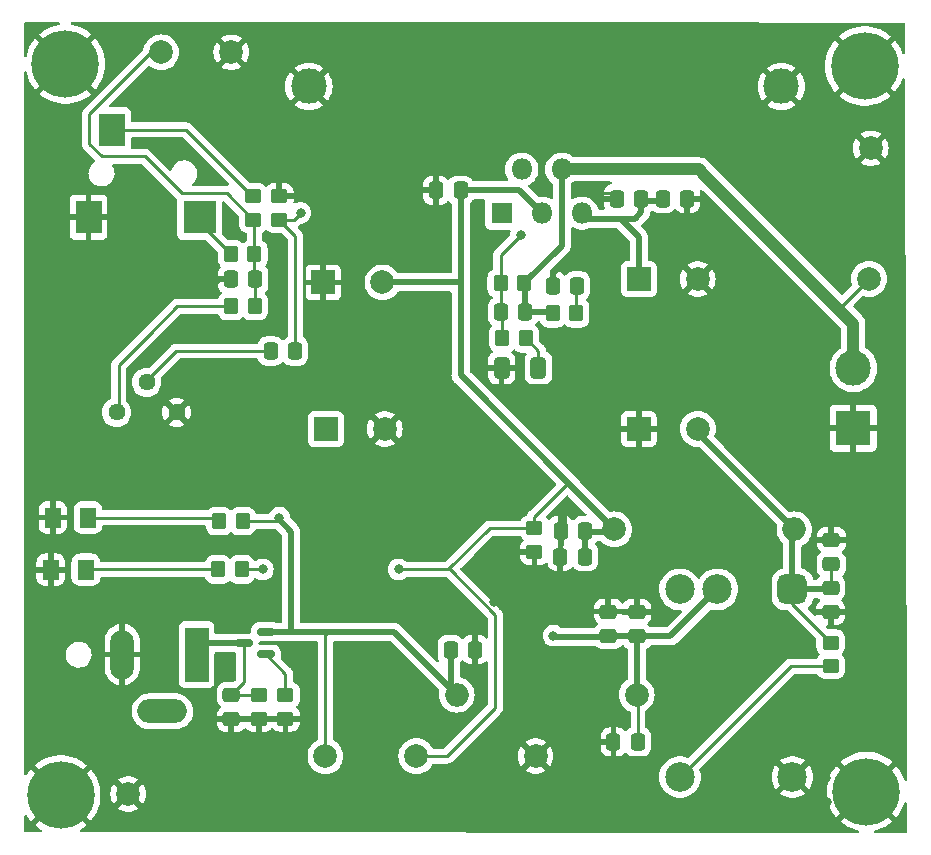
<source format=gbr>
%TF.GenerationSoftware,KiCad,Pcbnew,7.0.11-7.0.11~ubuntu22.04.1*%
%TF.CreationDate,2024-09-03T10:01:49-07:00*%
%TF.ProjectId,audio_pwr_amp_r3,61756469-6f5f-4707-9772-5f616d705f72,rev?*%
%TF.SameCoordinates,Original*%
%TF.FileFunction,Copper,L1,Top*%
%TF.FilePolarity,Positive*%
%FSLAX46Y46*%
G04 Gerber Fmt 4.6, Leading zero omitted, Abs format (unit mm)*
G04 Created by KiCad (PCBNEW 7.0.11-7.0.11~ubuntu22.04.1) date 2024-09-03 10:01:49*
%MOMM*%
%LPD*%
G01*
G04 APERTURE LIST*
G04 Aperture macros list*
%AMRoundRect*
0 Rectangle with rounded corners*
0 $1 Rounding radius*
0 $2 $3 $4 $5 $6 $7 $8 $9 X,Y pos of 4 corners*
0 Add a 4 corners polygon primitive as box body*
4,1,4,$2,$3,$4,$5,$6,$7,$8,$9,$2,$3,0*
0 Add four circle primitives for the rounded corners*
1,1,$1+$1,$2,$3*
1,1,$1+$1,$4,$5*
1,1,$1+$1,$6,$7*
1,1,$1+$1,$8,$9*
0 Add four rect primitives between the rounded corners*
20,1,$1+$1,$2,$3,$4,$5,0*
20,1,$1+$1,$4,$5,$6,$7,0*
20,1,$1+$1,$6,$7,$8,$9,0*
20,1,$1+$1,$8,$9,$2,$3,0*%
G04 Aperture macros list end*
%TA.AperFunction,ComponentPad*%
%ADD10C,3.000000*%
%TD*%
%TA.AperFunction,SMDPad,CuDef*%
%ADD11RoundRect,0.250000X0.475000X-0.337500X0.475000X0.337500X-0.475000X0.337500X-0.475000X-0.337500X0*%
%TD*%
%TA.AperFunction,ComponentPad*%
%ADD12C,2.000000*%
%TD*%
%TA.AperFunction,SMDPad,CuDef*%
%ADD13RoundRect,0.250001X0.462499X0.624999X-0.462499X0.624999X-0.462499X-0.624999X0.462499X-0.624999X0*%
%TD*%
%TA.AperFunction,SMDPad,CuDef*%
%ADD14RoundRect,0.250000X-0.450000X0.350000X-0.450000X-0.350000X0.450000X-0.350000X0.450000X0.350000X0*%
%TD*%
%TA.AperFunction,SMDPad,CuDef*%
%ADD15RoundRect,0.150000X0.587500X0.150000X-0.587500X0.150000X-0.587500X-0.150000X0.587500X-0.150000X0*%
%TD*%
%TA.AperFunction,ComponentPad*%
%ADD16C,3.600000*%
%TD*%
%TA.AperFunction,ConnectorPad*%
%ADD17C,5.700000*%
%TD*%
%TA.AperFunction,ComponentPad*%
%ADD18R,2.000000X2.000000*%
%TD*%
%TA.AperFunction,SMDPad,CuDef*%
%ADD19R,2.200000X2.800000*%
%TD*%
%TA.AperFunction,SMDPad,CuDef*%
%ADD20R,2.800000X2.800000*%
%TD*%
%TA.AperFunction,SMDPad,CuDef*%
%ADD21RoundRect,0.250000X-0.337500X-0.475000X0.337500X-0.475000X0.337500X0.475000X-0.337500X0.475000X0*%
%TD*%
%TA.AperFunction,ComponentPad*%
%ADD22R,3.000000X3.000000*%
%TD*%
%TA.AperFunction,ComponentPad*%
%ADD23RoundRect,0.625000X-0.625000X0.625000X-0.625000X-0.625000X0.625000X-0.625000X0.625000X0.625000X0*%
%TD*%
%TA.AperFunction,ComponentPad*%
%ADD24C,2.500000*%
%TD*%
%TA.AperFunction,SMDPad,CuDef*%
%ADD25RoundRect,0.250000X0.337500X0.475000X-0.337500X0.475000X-0.337500X-0.475000X0.337500X-0.475000X0*%
%TD*%
%TA.AperFunction,SMDPad,CuDef*%
%ADD26RoundRect,0.250000X-0.350000X-0.450000X0.350000X-0.450000X0.350000X0.450000X-0.350000X0.450000X0*%
%TD*%
%TA.AperFunction,SMDPad,CuDef*%
%ADD27RoundRect,0.250000X0.412500X0.650000X-0.412500X0.650000X-0.412500X-0.650000X0.412500X-0.650000X0*%
%TD*%
%TA.AperFunction,SMDPad,CuDef*%
%ADD28RoundRect,0.250000X0.350000X0.450000X-0.350000X0.450000X-0.350000X-0.450000X0.350000X-0.450000X0*%
%TD*%
%TA.AperFunction,SMDPad,CuDef*%
%ADD29RoundRect,0.250000X0.450000X-0.350000X0.450000X0.350000X-0.450000X0.350000X-0.450000X-0.350000X0*%
%TD*%
%TA.AperFunction,ComponentPad*%
%ADD30C,1.440000*%
%TD*%
%TA.AperFunction,ComponentPad*%
%ADD31R,2.000000X4.600000*%
%TD*%
%TA.AperFunction,ComponentPad*%
%ADD32O,2.000000X4.200000*%
%TD*%
%TA.AperFunction,ComponentPad*%
%ADD33O,4.200000X2.000000*%
%TD*%
%TA.AperFunction,SMDPad,CuDef*%
%ADD34RoundRect,0.250000X-0.475000X0.337500X-0.475000X-0.337500X0.475000X-0.337500X0.475000X0.337500X0*%
%TD*%
%TA.AperFunction,ComponentPad*%
%ADD35O,2.000000X2.000000*%
%TD*%
%TA.AperFunction,ComponentPad*%
%ADD36R,1.800000X1.800000*%
%TD*%
%TA.AperFunction,ComponentPad*%
%ADD37O,1.800000X1.800000*%
%TD*%
%TA.AperFunction,SMDPad,CuDef*%
%ADD38RoundRect,0.250001X-0.462499X-0.624999X0.462499X-0.624999X0.462499X0.624999X-0.462499X0.624999X0*%
%TD*%
%TA.AperFunction,ViaPad*%
%ADD39C,0.800000*%
%TD*%
%TA.AperFunction,Conductor*%
%ADD40C,0.250000*%
%TD*%
%TA.AperFunction,Conductor*%
%ADD41C,0.508000*%
%TD*%
%TA.AperFunction,Conductor*%
%ADD42C,1.016000*%
%TD*%
G04 APERTURE END LIST*
D10*
%TO.P,HS1,1*%
%TO.N,GND*%
X69413600Y-84223200D03*
X109413600Y-84223200D03*
%TD*%
D11*
%TO.P,C16,1*%
%TO.N,Net-(U2-VO)*%
X113642124Y-124682700D03*
%TO.P,C16,2*%
%TO.N,GND*%
X113642124Y-122607700D03*
%TD*%
D12*
%TO.P,-12Vt1,1,1*%
%TO.N,-12V*%
X78513600Y-140923200D03*
%TD*%
%TO.P,Input1,1,1*%
%TO.N,Net-(C4-Pad1)*%
X56896000Y-81330800D03*
%TD*%
%TO.P,GND6,1,1*%
%TO.N,GND*%
X88613600Y-140923200D03*
%TD*%
D13*
%TO.P,D1,1,K*%
%TO.N,Net-(D1-K)*%
X50535800Y-125142800D03*
%TO.P,D1,2,A*%
%TO.N,GND*%
X47560800Y-125142800D03*
%TD*%
D14*
%TO.P,R10,1*%
%TO.N,Net-(Q1-D)*%
X65170600Y-135768200D03*
%TO.P,R10,2*%
%TO.N,GND*%
X65170600Y-137768200D03*
%TD*%
D15*
%TO.P,Q1,1,G*%
%TO.N,Net-(Q1-G)*%
X65775600Y-132308000D03*
%TO.P,Q1,2,S*%
%TO.N,+12V*%
X65775600Y-130408000D03*
%TO.P,Q1,3,D*%
%TO.N,Net-(Q1-D)*%
X63900600Y-131358000D03*
%TD*%
D14*
%TO.P,R5,1*%
%TO.N,GND*%
X66913600Y-93523200D03*
%TO.P,R5,2*%
%TO.N,Net-(U1-+)*%
X66913600Y-95523200D03*
%TD*%
D16*
%TO.P,H4,1,1*%
%TO.N,GND*%
X116484400Y-82499200D03*
D17*
X116484400Y-82499200D03*
%TD*%
D18*
%TO.P,C5,1*%
%TO.N,GND*%
X70645923Y-100823200D03*
D12*
%TO.P,C5,2*%
%TO.N,-12V*%
X75645923Y-100823200D03*
%TD*%
D19*
%TO.P,J1,R*%
%TO.N,Net-(J1-PadR)*%
X52756000Y-87892400D03*
%TO.P,J1,S*%
%TO.N,GND*%
X50756000Y-95292400D03*
D20*
%TO.P,J1,T*%
%TO.N,Net-(J1-PadT)*%
X60156000Y-95292400D03*
%TD*%
D21*
%TO.P,C9,1*%
%TO.N,GND*%
X90048700Y-101124300D03*
%TO.P,C9,2*%
%TO.N,Net-(C9-Pad2)*%
X92123700Y-101124300D03*
%TD*%
D22*
%TO.P,J2,1,Pin_1*%
%TO.N,GND*%
X115513600Y-113163200D03*
D10*
%TO.P,J2,2,Pin_2*%
%TO.N,Net-(J2-Pin_2)*%
X115513600Y-108083200D03*
%TD*%
D23*
%TO.P,U2,1,VO*%
%TO.N,Net-(U2-VO)*%
X110350324Y-126805000D03*
D24*
%TO.P,U2,2,VI*%
%TO.N,Net-(U2-VI)*%
X104000324Y-126805000D03*
%TO.P,U2,3,NC*%
%TO.N,unconnected-(U2-NC-Pad3)*%
X100830324Y-126805000D03*
%TO.P,U2,4,Vo_Adj*%
%TO.N,Net-(U2-Vo_Adj)*%
X100830324Y-142695000D03*
%TO.P,U2,5,GND*%
%TO.N,GND*%
X110350324Y-142685000D03*
%TD*%
D12*
%TO.P,GND5,1,1*%
%TO.N,GND*%
X54113600Y-144123200D03*
%TD*%
D25*
%TO.P,C3,1*%
%TO.N,Net-(U1-+)*%
X68251100Y-106623200D03*
%TO.P,C3,2*%
%TO.N,Net-(C3-Pad2)*%
X66176100Y-106623200D03*
%TD*%
%TO.P,C4,1*%
%TO.N,Net-(C4-Pad1)*%
X64893100Y-100558600D03*
%TO.P,C4,2*%
%TO.N,GND*%
X62818100Y-100558600D03*
%TD*%
D12*
%TO.P,OUTPUT2,1,1*%
%TO.N,Net-(J2-Pin_2)*%
X116840600Y-100523200D03*
%TD*%
%TO.P,+12Vt1,1,1*%
%TO.N,+12V*%
X70813600Y-140923200D03*
%TD*%
D26*
%TO.P,R11,1*%
%TO.N,Net-(D2-A)*%
X61813600Y-121023200D03*
%TO.P,R11,2*%
%TO.N,+12V*%
X63813600Y-121023200D03*
%TD*%
D18*
%TO.P,C1,1*%
%TO.N,+12V*%
X97345923Y-100533200D03*
D12*
%TO.P,C1,2*%
%TO.N,GND*%
X102345923Y-100533200D03*
%TD*%
D27*
%TO.P,C8,1*%
%TO.N,Net-(C8-Pad1)*%
X88850700Y-108050700D03*
%TO.P,C8,2*%
%TO.N,GND*%
X85725700Y-108050700D03*
%TD*%
D21*
%TO.P,C22,1*%
%TO.N,GND*%
X95476100Y-93723200D03*
%TO.P,C22,2*%
%TO.N,+12V*%
X97551100Y-93723200D03*
%TD*%
D28*
%TO.P,R8,1*%
%TO.N,Net-(C8-Pad1)*%
X87788200Y-105550700D03*
%TO.P,R8,2*%
%TO.N,Net-(U1--)*%
X85788200Y-105550700D03*
%TD*%
D29*
%TO.P,R12,1*%
%TO.N,Net-(U2-Vo_Adj)*%
X113591324Y-133306600D03*
%TO.P,R12,2*%
%TO.N,Net-(U2-VO)*%
X113591324Y-131306600D03*
%TD*%
D25*
%TO.P,C20,1*%
%TO.N,-12V*%
X92788200Y-124028100D03*
%TO.P,C20,2*%
%TO.N,GND*%
X90713200Y-124028100D03*
%TD*%
D26*
%TO.P,R9,1*%
%TO.N,Net-(D1-K)*%
X61713600Y-125123200D03*
%TO.P,R9,2*%
%TO.N,-12V*%
X63713600Y-125123200D03*
%TD*%
D12*
%TO.P,GND4,1,1*%
%TO.N,GND*%
X62839600Y-81330800D03*
%TD*%
D26*
%TO.P,R2,1*%
%TO.N,Net-(R2-Pad1)*%
X62813600Y-102823200D03*
%TO.P,R2,2*%
%TO.N,Net-(C4-Pad1)*%
X64813600Y-102823200D03*
%TD*%
D16*
%TO.P,H3,1,1*%
%TO.N,GND*%
X116613600Y-143923200D03*
D17*
X116613600Y-143923200D03*
%TD*%
D28*
%TO.P,R1,1*%
%TO.N,Net-(C4-Pad1)*%
X64804800Y-98425000D03*
%TO.P,R1,2*%
%TO.N,Net-(J1-PadT)*%
X62804800Y-98425000D03*
%TD*%
D29*
%TO.P,R3,1*%
%TO.N,Net-(C4-Pad1)*%
X64713600Y-95523200D03*
%TO.P,R3,2*%
%TO.N,Net-(J1-PadR)*%
X64713600Y-93523200D03*
%TD*%
D30*
%TO.P,RV1,1,1*%
%TO.N,GND*%
X58213600Y-111823200D03*
%TO.P,RV1,2,2*%
%TO.N,Net-(C3-Pad2)*%
X55673600Y-109283200D03*
%TO.P,RV1,3,3*%
%TO.N,Net-(R2-Pad1)*%
X53133600Y-111823200D03*
%TD*%
D21*
%TO.P,C11,1*%
%TO.N,+12V*%
X81404024Y-131918600D03*
%TO.P,C11,2*%
%TO.N,GND*%
X83479024Y-131918600D03*
%TD*%
D29*
%TO.P,R13,1*%
%TO.N,GND*%
X88513600Y-123623200D03*
%TO.P,R13,2*%
%TO.N,-12V*%
X88513600Y-121623200D03*
%TD*%
D21*
%TO.P,C6,1*%
%TO.N,GND*%
X80176100Y-93023200D03*
%TO.P,C6,2*%
%TO.N,-12V*%
X82251100Y-93023200D03*
%TD*%
D25*
%TO.P,C7,1*%
%TO.N,Net-(J2-Pin_2)*%
X87733100Y-103323200D03*
%TO.P,C7,2*%
%TO.N,Net-(U1--)*%
X85658100Y-103323200D03*
%TD*%
D14*
%TO.P,R14,1*%
%TO.N,Net-(Q1-G)*%
X67431200Y-135742800D03*
%TO.P,R14,2*%
%TO.N,GND*%
X67431200Y-137742800D03*
%TD*%
D11*
%TO.P,C10,1*%
%TO.N,GND*%
X62848950Y-137799250D03*
%TO.P,C10,2*%
%TO.N,Net-(Q1-D)*%
X62848950Y-135724250D03*
%TD*%
D12*
%TO.P,GND3,1,1*%
%TO.N,GND*%
X116992400Y-89458800D03*
%TD*%
D26*
%TO.P,R7,1*%
%TO.N,Net-(J2-Pin_2)*%
X90060800Y-103435700D03*
%TO.P,R7,2*%
%TO.N,Net-(C9-Pad2)*%
X92060800Y-103435700D03*
%TD*%
D11*
%TO.P,C14,1*%
%TO.N,Net-(U2-VI)*%
X94769924Y-130756100D03*
%TO.P,C14,2*%
%TO.N,GND*%
X94769924Y-128681100D03*
%TD*%
D18*
%TO.P,C12,1*%
%TO.N,Net-(U2-VI)*%
X70845923Y-113223200D03*
D12*
%TO.P,C12,2*%
%TO.N,GND*%
X75845923Y-113223200D03*
%TD*%
D21*
%TO.P,C19,1*%
%TO.N,GND*%
X90738600Y-121843700D03*
%TO.P,C19,2*%
%TO.N,-12V*%
X92813600Y-121843700D03*
%TD*%
D31*
%TO.P,J3,1*%
%TO.N,Net-(Q1-D)*%
X59913600Y-132323200D03*
D32*
%TO.P,J3,2*%
%TO.N,GND*%
X53613600Y-132323200D03*
D33*
%TO.P,J3,3*%
%TO.N,N/C*%
X57013600Y-137123200D03*
%TD*%
D25*
%TO.P,C13,1*%
%TO.N,Net-(U2-VI)*%
X97279024Y-139718600D03*
%TO.P,C13,2*%
%TO.N,GND*%
X95204024Y-139718600D03*
%TD*%
D16*
%TO.P,H1,1,1*%
%TO.N,GND*%
X48412400Y-144221200D03*
D17*
X48412400Y-144221200D03*
%TD*%
D34*
%TO.P,C21,1*%
%TO.N,GND*%
X97182924Y-128716600D03*
%TO.P,C21,2*%
%TO.N,Net-(U2-VI)*%
X97182924Y-130791600D03*
%TD*%
D11*
%TO.P,C18,1*%
%TO.N,GND*%
X113591324Y-128746700D03*
%TO.P,C18,2*%
%TO.N,Net-(U2-VO)*%
X113591324Y-126671700D03*
%TD*%
D26*
%TO.P,R6,1*%
%TO.N,Net-(U1--)*%
X85644800Y-100884800D03*
%TO.P,R6,2*%
%TO.N,Net-(J2-Pin_2)*%
X87644800Y-100884800D03*
%TD*%
D12*
%TO.P,FB2,1*%
%TO.N,-12V*%
X95288600Y-121723200D03*
D35*
%TO.P,FB2,2*%
%TO.N,Net-(U2-VO)*%
X110528600Y-121723200D03*
%TD*%
D12*
%TO.P,FB1,1*%
%TO.N,Net-(U2-VI)*%
X97166524Y-135718600D03*
D35*
%TO.P,FB1,2*%
%TO.N,+12V*%
X81926524Y-135718600D03*
%TD*%
D25*
%TO.P,C2,1*%
%TO.N,GND*%
X101451100Y-93723200D03*
%TO.P,C2,2*%
%TO.N,+12V*%
X99376100Y-93723200D03*
%TD*%
D36*
%TO.P,U1,1,+*%
%TO.N,Net-(U1-+)*%
X85734000Y-94951300D03*
D37*
%TO.P,U1,2,-*%
%TO.N,Net-(U1--)*%
X87434000Y-91251300D03*
%TO.P,U1,3,V-*%
%TO.N,-12V*%
X89134000Y-94951300D03*
%TO.P,U1,4*%
%TO.N,Net-(J2-Pin_2)*%
X90834000Y-91251300D03*
%TO.P,U1,5,V+*%
%TO.N,+12V*%
X92534000Y-94951300D03*
%TD*%
D38*
%TO.P,D2,1,K*%
%TO.N,GND*%
X47738600Y-120723200D03*
%TO.P,D2,2,A*%
%TO.N,Net-(D2-A)*%
X50713600Y-120723200D03*
%TD*%
D16*
%TO.P,H2,1,1*%
%TO.N,GND*%
X48793400Y-82321400D03*
D17*
X48793400Y-82321400D03*
%TD*%
D18*
%TO.P,C15,1*%
%TO.N,GND*%
X97345923Y-113223200D03*
D12*
%TO.P,C15,2*%
%TO.N,Net-(U2-VO)*%
X102345923Y-113223200D03*
%TD*%
D39*
%TO.N,GND*%
X107315000Y-111429800D03*
X90513600Y-125923200D03*
X87786000Y-80126100D03*
X94113600Y-96723200D03*
X91813600Y-110823200D03*
X116413600Y-118123200D03*
X57913600Y-89423200D03*
X80242200Y-80557900D03*
X103113600Y-95223200D03*
X107596924Y-142314200D03*
X55313600Y-112523200D03*
X74549000Y-121056400D03*
X113489724Y-140155200D03*
X66113600Y-82123200D03*
X62813600Y-95923200D03*
X85091524Y-127868600D03*
X108000800Y-80975200D03*
X109805000Y-145590800D03*
X70815200Y-92303600D03*
X85513600Y-89123200D03*
X90857600Y-99346300D03*
X81613600Y-114223200D03*
X70713600Y-88011000D03*
X80928000Y-89854300D03*
X106606324Y-131544600D03*
X73313600Y-87723200D03*
X113794524Y-136065800D03*
X68713600Y-117523200D03*
X61313600Y-87723200D03*
X79023000Y-88076300D03*
X93013600Y-107723200D03*
X91113600Y-119923200D03*
X93713600Y-93223200D03*
X96752200Y-80278500D03*
X111203724Y-140155200D03*
X79913600Y-107323200D03*
X107596924Y-143584200D03*
X83713600Y-106923200D03*
X107749324Y-140180600D03*
X112420400Y-96367600D03*
X55313600Y-92523200D03*
X113261124Y-144803400D03*
X109578124Y-140079000D03*
X62148000Y-133364600D03*
X69313600Y-137423200D03*
X49735600Y-129343600D03*
X112413600Y-116823200D03*
X113184924Y-142746000D03*
X53002200Y-141503400D03*
X49585400Y-111861552D03*
X99313600Y-132223200D03*
X77397400Y-91606900D03*
X98813600Y-88923200D03*
X101526324Y-138123200D03*
X108941524Y-118318600D03*
X83713600Y-98123200D03*
X74113600Y-93023200D03*
X61513600Y-100584000D03*
X110813600Y-112723200D03*
X90313600Y-89123200D03*
X97313600Y-87023200D03*
X65713600Y-141223200D03*
X110813600Y-115123200D03*
X49985600Y-134593600D03*
X118413600Y-116723200D03*
X47563600Y-102273200D03*
X93113600Y-115023200D03*
X111913200Y-145590800D03*
X107513600Y-104523200D03*
X97341524Y-121368600D03*
X59283600Y-140360400D03*
%TO.N,+12V*%
X66913600Y-120723200D03*
%TO.N,Net-(U1-+)*%
X68713600Y-94923200D03*
%TO.N,-12V*%
X65513600Y-125123200D03*
X77013600Y-125123200D03*
%TO.N,Net-(U1--)*%
X87370200Y-96766600D03*
%TO.N,Net-(U2-VI)*%
X90113600Y-130723200D03*
%TD*%
D40*
%TO.N,GND*%
X62792700Y-100584000D02*
X62818100Y-100558600D01*
X68994000Y-137742800D02*
X67431200Y-137742800D01*
X91113600Y-121468700D02*
X90738600Y-121843700D01*
X97132124Y-128767400D02*
X97182924Y-128716600D01*
X61513600Y-100584000D02*
X62792700Y-100584000D01*
X90857600Y-99346300D02*
X90048700Y-100155200D01*
X91113600Y-119923200D02*
X91113600Y-121468700D01*
X90513600Y-125923200D02*
X90513600Y-124227700D01*
X93713600Y-93223200D02*
X94976100Y-93223200D01*
X69313600Y-137423200D02*
X68994000Y-137742800D01*
X90513600Y-124227700D02*
X90713200Y-124028100D01*
X90048700Y-100155200D02*
X90048700Y-101124300D01*
X94976100Y-93223200D02*
X95476100Y-93723200D01*
D41*
%TO.N,+12V*%
X66789800Y-120799400D02*
X67913600Y-121923200D01*
X71113600Y-130408000D02*
X72413600Y-130408000D01*
X95932350Y-95541950D02*
X96051100Y-95423200D01*
X97345923Y-96955523D02*
X97345923Y-100533200D01*
X76615924Y-130408000D02*
X81926524Y-135718600D01*
D40*
X81404024Y-135196100D02*
X81926524Y-135718600D01*
D41*
X97551100Y-94885700D02*
X97551100Y-93923200D01*
X96051100Y-95423200D02*
X97013600Y-95423200D01*
D40*
X66613600Y-121023200D02*
X66913600Y-120723200D01*
D41*
X92534000Y-94951300D02*
X93005900Y-95423200D01*
X67913600Y-130408000D02*
X71113600Y-130408000D01*
D40*
X63813600Y-121023200D02*
X66613600Y-121023200D01*
D41*
X72413600Y-130408000D02*
X76615924Y-130408000D01*
X93005900Y-95423200D02*
X95813600Y-95423200D01*
D40*
X92530400Y-95127900D02*
X92530400Y-94595700D01*
X70813600Y-140923200D02*
X70813600Y-130708000D01*
D41*
X95932350Y-95541950D02*
X97345923Y-96955523D01*
X67913600Y-121923200D02*
X67913600Y-130408000D01*
X97551100Y-93923200D02*
X99376100Y-93923200D01*
X81404024Y-131918600D02*
X81404024Y-135196100D01*
D40*
X70813600Y-130708000D02*
X71113600Y-130408000D01*
D41*
X97013600Y-95423200D02*
X97551100Y-94885700D01*
X65775600Y-130408000D02*
X67913600Y-130408000D01*
D40*
%TO.N,Net-(C4-Pad1)*%
X64893100Y-102743700D02*
X64813600Y-102823200D01*
X64795400Y-95605000D02*
X64795400Y-98415600D01*
X64893100Y-100558600D02*
X64893100Y-102743700D01*
X58648600Y-93268800D02*
X62459200Y-93268800D01*
X55524400Y-90144600D02*
X58648600Y-93268800D01*
X56896000Y-81330800D02*
X56083200Y-81330800D01*
X50825400Y-89111800D02*
X51858200Y-90144600D01*
X64795400Y-98415600D02*
X64804800Y-98425000D01*
X62459200Y-93268800D02*
X64795400Y-95605000D01*
X51858200Y-90144600D02*
X55524400Y-90144600D01*
X64804800Y-98425000D02*
X64804800Y-100470300D01*
X50825400Y-86588600D02*
X50825400Y-89111800D01*
X64804800Y-100470300D02*
X64893100Y-100558600D01*
X56083200Y-81330800D02*
X50825400Y-86588600D01*
%TO.N,Net-(U1-+)*%
X68251100Y-96860700D02*
X66913600Y-95523200D01*
X68113600Y-95523200D02*
X68713600Y-94923200D01*
X66913600Y-95523200D02*
X68113600Y-95523200D01*
X68251100Y-106623200D02*
X68251100Y-96860700D01*
%TO.N,Net-(C3-Pad2)*%
X58178450Y-106623200D02*
X55857560Y-108944090D01*
X58178450Y-106623200D02*
X66176100Y-106623200D01*
%TO.N,Net-(J1-PadR)*%
X52756000Y-87892400D02*
X58982800Y-87892400D01*
X58982800Y-87892400D02*
X64795400Y-93705000D01*
D41*
%TO.N,-12V*%
X95288600Y-121723200D02*
X91801100Y-118235700D01*
X92813600Y-121843700D02*
X92813600Y-124002700D01*
D40*
X91363600Y-117798200D02*
X91801100Y-118235700D01*
D41*
X82251100Y-108660700D02*
X91801100Y-118210700D01*
X91801100Y-118210700D02*
X91801100Y-118235700D01*
X75645923Y-100823200D02*
X82251100Y-100823200D01*
D40*
X84713600Y-121623200D02*
X81213600Y-125123200D01*
X81320819Y-125123200D02*
X81213600Y-125123200D01*
D41*
X89134000Y-94951300D02*
X87205900Y-93023200D01*
D40*
X85213600Y-129015981D02*
X81320819Y-125123200D01*
X88513600Y-120648200D02*
X91363600Y-117798200D01*
X95088600Y-121923200D02*
X95090724Y-121921076D01*
X88513600Y-121623200D02*
X84713600Y-121623200D01*
X78513600Y-140923200D02*
X81113600Y-140923200D01*
X88513600Y-121623200D02*
X88513600Y-120648200D01*
X81113600Y-140923200D02*
X85213600Y-136823200D01*
D41*
X82251100Y-100823200D02*
X82251100Y-108660700D01*
D40*
X65513600Y-125123200D02*
X65482400Y-125092000D01*
X65513600Y-125123200D02*
X63713600Y-125123200D01*
D41*
X82251100Y-94323200D02*
X82251100Y-100823200D01*
X87205900Y-93023200D02*
X82251100Y-93023200D01*
X92413600Y-121923200D02*
X95088600Y-121923200D01*
X92813600Y-124002700D02*
X92788200Y-124028100D01*
D40*
X85213600Y-136823200D02*
X85213600Y-129015981D01*
D41*
X82251100Y-93023200D02*
X82251100Y-94323200D01*
D40*
X81213600Y-125123200D02*
X77013600Y-125123200D01*
D41*
X92993400Y-122023500D02*
X92813600Y-121843700D01*
D40*
X95090724Y-121921076D02*
X95288600Y-121723200D01*
%TO.N,Net-(U1--)*%
X85788200Y-105550700D02*
X85788200Y-103453300D01*
X85788200Y-103453300D02*
X85658100Y-103323200D01*
X85607300Y-103374000D02*
X85658100Y-103323200D01*
X85658100Y-100898100D02*
X85644800Y-100884800D01*
X85658100Y-103323200D02*
X85658100Y-100898100D01*
X85644800Y-98492000D02*
X87370200Y-96766600D01*
X85644800Y-100884800D02*
X85644800Y-98492000D01*
X87430600Y-96766600D02*
X87543800Y-96653400D01*
X87370200Y-96766600D02*
X87430600Y-96766600D01*
%TO.N,Net-(C9-Pad2)*%
X92060800Y-101187200D02*
X92123700Y-101124300D01*
X92060800Y-103435700D02*
X92060800Y-101187200D01*
%TO.N,Net-(Q1-D)*%
X60878800Y-131358000D02*
X59913600Y-132323200D01*
D41*
X63900600Y-131358000D02*
X60878800Y-131358000D01*
D40*
X63900600Y-134672600D02*
X63900600Y-131358000D01*
X65502650Y-135724250D02*
X65592150Y-135634750D01*
X62848950Y-135724250D02*
X65502650Y-135724250D01*
X62848950Y-135724250D02*
X63900600Y-134672600D01*
%TO.N,Net-(J2-Pin_2)*%
X90013600Y-103323200D02*
X90064400Y-103374000D01*
D41*
X87733100Y-103323200D02*
X87733100Y-100973100D01*
D40*
X87733100Y-100973100D02*
X87644800Y-100884800D01*
D41*
X90834000Y-97695600D02*
X87644800Y-100884800D01*
D40*
X116840600Y-100523200D02*
X114390600Y-102973200D01*
D41*
X90834000Y-91251300D02*
X90834000Y-97695600D01*
D42*
X114163600Y-102973200D02*
X102963600Y-91773200D01*
D40*
X116713600Y-100523200D02*
X116967600Y-100523200D01*
D42*
X115513600Y-104323200D02*
X114163600Y-102973200D01*
X102441700Y-91251300D02*
X102963600Y-91773200D01*
X90834000Y-91251300D02*
X102441700Y-91251300D01*
D41*
X114713600Y-108043200D02*
X115513600Y-107243200D01*
D40*
X114390600Y-102973200D02*
X114163600Y-102973200D01*
D42*
X115513600Y-107243200D02*
X115513600Y-104323200D01*
D41*
X87733100Y-103323200D02*
X90013600Y-103323200D01*
D40*
%TO.N,Net-(C8-Pad1)*%
X88850700Y-106613200D02*
X87788200Y-105550700D01*
X88850700Y-108050700D02*
X88850700Y-106613200D01*
%TO.N,Net-(J1-PadT)*%
X60156000Y-95776200D02*
X62804800Y-98425000D01*
X60156000Y-95292400D02*
X60156000Y-95776200D01*
X61147600Y-94300800D02*
X60156000Y-95292400D01*
D41*
%TO.N,Net-(U2-VI)*%
X100013724Y-130791600D02*
X99913600Y-130791600D01*
D40*
X97279024Y-139718600D02*
X97279024Y-135831100D01*
D41*
X94769924Y-130756100D02*
X94702824Y-130823200D01*
D40*
X97147424Y-130756100D02*
X97182924Y-130791600D01*
X97182924Y-135702200D02*
X97166524Y-135718600D01*
D41*
X104000324Y-126805000D02*
X100013724Y-130791600D01*
X97618200Y-135718600D02*
X97166524Y-135718600D01*
X94702824Y-130823200D02*
X90213600Y-130823200D01*
X97182924Y-130791600D02*
X99913600Y-130791600D01*
X90213600Y-130823200D02*
X90113600Y-130723200D01*
D40*
X97279024Y-135831100D02*
X97166524Y-135718600D01*
D41*
X97182924Y-130791600D02*
X97182924Y-135702200D01*
X94769924Y-130756100D02*
X97147424Y-130756100D01*
X90113600Y-130723200D02*
X90080700Y-130756100D01*
%TO.N,Net-(U2-VO)*%
X110350324Y-126805000D02*
X110350324Y-121901476D01*
D40*
X110350324Y-121901476D02*
X110528600Y-121723200D01*
X113591324Y-124733500D02*
X113642124Y-124682700D01*
X113591324Y-131306600D02*
X110350324Y-128065600D01*
D41*
X110350324Y-126805000D02*
X113225524Y-126805000D01*
D40*
X113591324Y-126671700D02*
X113591324Y-124733500D01*
D41*
X110528600Y-121723200D02*
X102345923Y-113540523D01*
D40*
X110350324Y-128065600D02*
X110350324Y-126805000D01*
%TO.N,Net-(D1-K)*%
X50555400Y-125123200D02*
X50535800Y-125142800D01*
X61713600Y-125123200D02*
X50555400Y-125123200D01*
%TO.N,Net-(D2-A)*%
X50713600Y-120723200D02*
X61513600Y-120723200D01*
X61513600Y-120723200D02*
X61813600Y-121023200D01*
%TO.N,Net-(Q1-G)*%
X67431200Y-135742800D02*
X67431200Y-133963600D01*
X67431200Y-133963600D02*
X65775600Y-132308000D01*
%TO.N,Net-(R2-Pad1)*%
X53317560Y-107794640D02*
X53317560Y-111484090D01*
X55851300Y-105260900D02*
X53317560Y-107794640D01*
X58289000Y-102823200D02*
X55851300Y-105260900D01*
X62813600Y-102823200D02*
X58289000Y-102823200D01*
%TO.N,Net-(U2-Vo_Adj)*%
X113591324Y-133306600D02*
X110218724Y-133306600D01*
X110218724Y-133306600D02*
X100830324Y-142695000D01*
%TD*%
%TA.AperFunction,Conductor*%
%TO.N,GND*%
G36*
X119985156Y-144831454D02*
G01*
X120038630Y-144876423D01*
X120059303Y-144943165D01*
X120059317Y-144944676D01*
X120065477Y-147322552D01*
X120045966Y-147389642D01*
X119993280Y-147435534D01*
X119941351Y-147446873D01*
X117341005Y-147444222D01*
X117273985Y-147424469D01*
X117228284Y-147371618D01*
X117218411Y-147302450D01*
X117247501Y-147238924D01*
X117306317Y-147201209D01*
X117314475Y-147199121D01*
X117511138Y-147155832D01*
X117855389Y-147039840D01*
X117855394Y-147039839D01*
X118185064Y-146887316D01*
X118185077Y-146887309D01*
X118496317Y-146700043D01*
X118496333Y-146700032D01*
X118785529Y-146480192D01*
X118801710Y-146464864D01*
X118801710Y-146464863D01*
X117557780Y-145220933D01*
X117748470Y-145058070D01*
X117911333Y-144867380D01*
X119152628Y-146108675D01*
X119152629Y-146108675D01*
X119284427Y-145953511D01*
X119284438Y-145953497D01*
X119488281Y-145652851D01*
X119488283Y-145652847D01*
X119658438Y-145331902D01*
X119658447Y-145331884D01*
X119792902Y-144994427D01*
X119792904Y-144994420D01*
X119815837Y-144911824D01*
X119852738Y-144852494D01*
X119915858Y-144822533D01*
X119985156Y-144831454D01*
G37*
%TD.AperFunction*%
%TA.AperFunction,Conductor*%
G36*
X95011488Y-92287485D02*
G01*
X95057243Y-92340289D01*
X95067187Y-92409447D01*
X95038162Y-92473003D01*
X94983453Y-92509506D01*
X94819480Y-92563841D01*
X94819475Y-92563843D01*
X94670254Y-92655884D01*
X94546284Y-92779854D01*
X94454243Y-92929075D01*
X94454241Y-92929080D01*
X94399094Y-93095502D01*
X94399093Y-93095509D01*
X94388600Y-93198213D01*
X94388600Y-93473200D01*
X95602100Y-93473200D01*
X95669139Y-93492885D01*
X95714894Y-93545689D01*
X95726100Y-93597200D01*
X95726100Y-93849200D01*
X95706415Y-93916239D01*
X95653611Y-93961994D01*
X95602100Y-93973200D01*
X94388601Y-93973200D01*
X94388601Y-94248186D01*
X94399094Y-94350897D01*
X94447739Y-94497696D01*
X94450141Y-94567524D01*
X94414409Y-94627566D01*
X94351889Y-94658759D01*
X94330033Y-94660700D01*
X94009883Y-94660700D01*
X93942844Y-94641015D01*
X93897089Y-94588211D01*
X93889677Y-94567139D01*
X93877977Y-94520938D01*
X93870749Y-94492393D01*
X93776984Y-94278631D01*
X93750246Y-94237705D01*
X93649313Y-94083215D01*
X93491223Y-93911485D01*
X93491222Y-93911484D01*
X93491220Y-93911482D01*
X93307017Y-93768110D01*
X93307015Y-93768109D01*
X93307014Y-93768108D01*
X93307011Y-93768106D01*
X93101733Y-93657016D01*
X93101730Y-93657015D01*
X93101727Y-93657013D01*
X93101721Y-93657011D01*
X93101719Y-93657010D01*
X92880954Y-93581220D01*
X92708271Y-93552405D01*
X92650712Y-93542800D01*
X92417288Y-93542800D01*
X92371240Y-93550484D01*
X92187045Y-93581220D01*
X91966280Y-93657010D01*
X91966266Y-93657016D01*
X91779517Y-93758079D01*
X91711189Y-93772674D01*
X91645817Y-93748011D01*
X91604156Y-93691920D01*
X91596500Y-93649024D01*
X91596500Y-92503295D01*
X91616185Y-92436256D01*
X91644335Y-92405443D01*
X91787585Y-92293946D01*
X91852579Y-92268304D01*
X91863748Y-92267800D01*
X94944449Y-92267800D01*
X95011488Y-92287485D01*
G37*
%TD.AperFunction*%
%TA.AperFunction,Conductor*%
G36*
X62269703Y-93975653D02*
G01*
X62276181Y-93981685D01*
X63468781Y-95174285D01*
X63502266Y-95235608D01*
X63505100Y-95261966D01*
X63505100Y-95923737D01*
X63505101Y-95923753D01*
X63515713Y-96027627D01*
X63571484Y-96195935D01*
X63571486Y-96195940D01*
X63602106Y-96245583D01*
X63664570Y-96346852D01*
X63789948Y-96472230D01*
X63940862Y-96565315D01*
X64074244Y-96609512D01*
X64076904Y-96610394D01*
X64134349Y-96650166D01*
X64161172Y-96714682D01*
X64161900Y-96728100D01*
X64161900Y-97195273D01*
X64142215Y-97262312D01*
X64102998Y-97300811D01*
X63981148Y-97375969D01*
X63981147Y-97375970D01*
X63892481Y-97464637D01*
X63831158Y-97498122D01*
X63761466Y-97493138D01*
X63717119Y-97464637D01*
X63628453Y-97375971D01*
X63628452Y-97375970D01*
X63534698Y-97318142D01*
X63477540Y-97282886D01*
X63477535Y-97282884D01*
X63309227Y-97227113D01*
X63205352Y-97216500D01*
X63205345Y-97216500D01*
X62543567Y-97216500D01*
X62476528Y-97196815D01*
X62455886Y-97180181D01*
X62100819Y-96825114D01*
X62067334Y-96763791D01*
X62064500Y-96737433D01*
X62064500Y-94069366D01*
X62084185Y-94002327D01*
X62136989Y-93956572D01*
X62206147Y-93946628D01*
X62269703Y-93975653D01*
G37*
%TD.AperFunction*%
%TA.AperFunction,Conductor*%
G36*
X58736073Y-88545585D02*
G01*
X58756715Y-88562219D01*
X62618114Y-92423619D01*
X62651599Y-92484942D01*
X62646615Y-92554634D01*
X62604743Y-92610567D01*
X62539279Y-92634984D01*
X62530433Y-92635300D01*
X62518816Y-92635300D01*
X62499417Y-92633773D01*
X62479258Y-92630580D01*
X62479257Y-92630580D01*
X62435143Y-92634750D01*
X62423474Y-92635300D01*
X59668405Y-92635300D01*
X59601366Y-92615615D01*
X59555611Y-92562811D01*
X59545667Y-92493653D01*
X59574692Y-92430097D01*
X59591753Y-92413830D01*
X59602704Y-92405218D01*
X59618886Y-92392492D01*
X59756519Y-92233656D01*
X59861604Y-92051644D01*
X59930344Y-91853033D01*
X59960254Y-91645002D01*
X59950254Y-91435070D01*
X59900704Y-91230824D01*
X59900701Y-91230817D01*
X59813401Y-91039656D01*
X59813398Y-91039651D01*
X59813397Y-91039650D01*
X59813396Y-91039647D01*
X59691486Y-90868448D01*
X59691484Y-90868446D01*
X59691479Y-90868440D01*
X59539379Y-90723414D01*
X59362574Y-90609788D01*
X59268551Y-90572147D01*
X59246028Y-90563130D01*
X59167455Y-90531674D01*
X58961086Y-90491900D01*
X58961085Y-90491900D01*
X58803575Y-90491900D01*
X58646782Y-90506872D01*
X58646778Y-90506873D01*
X58445127Y-90566083D01*
X58258313Y-90662391D01*
X58093116Y-90792305D01*
X58093112Y-90792309D01*
X57955478Y-90951146D01*
X57850398Y-91133149D01*
X57801659Y-91273970D01*
X57761130Y-91330883D01*
X57696265Y-91356851D01*
X57627658Y-91343627D01*
X57596798Y-91321093D01*
X56031488Y-89755783D01*
X56021587Y-89743423D01*
X56021377Y-89743598D01*
X56016401Y-89737584D01*
X56016400Y-89737582D01*
X55966715Y-89690925D01*
X55963950Y-89688245D01*
X55944166Y-89668461D01*
X55940904Y-89665931D01*
X55932019Y-89658343D01*
X55899721Y-89628014D01*
X55899719Y-89628012D01*
X55881831Y-89618178D01*
X55865570Y-89607497D01*
X55849439Y-89594984D01*
X55808775Y-89577388D01*
X55798285Y-89572249D01*
X55759460Y-89550905D01*
X55759456Y-89550904D01*
X55739687Y-89545828D01*
X55721281Y-89539526D01*
X55702544Y-89531418D01*
X55702545Y-89531418D01*
X55658783Y-89524487D01*
X55647347Y-89522119D01*
X55629719Y-89517593D01*
X55604432Y-89511100D01*
X55604430Y-89511100D01*
X55584016Y-89511100D01*
X55564617Y-89509573D01*
X55544458Y-89506380D01*
X55544457Y-89506380D01*
X55500343Y-89510550D01*
X55488674Y-89511100D01*
X54484263Y-89511100D01*
X54417224Y-89491415D01*
X54371469Y-89438611D01*
X54360973Y-89373845D01*
X54361011Y-89373482D01*
X54364500Y-89341038D01*
X54364500Y-88649900D01*
X54384185Y-88582861D01*
X54436989Y-88537106D01*
X54488500Y-88525900D01*
X58669034Y-88525900D01*
X58736073Y-88545585D01*
G37*
%TD.AperFunction*%
%TA.AperFunction,Conductor*%
G36*
X95491382Y-78782983D02*
G01*
X95491426Y-78782984D01*
X95491545Y-78783019D01*
X95491545Y-78782984D01*
X119764490Y-78816031D01*
X119831500Y-78835807D01*
X119877183Y-78888673D01*
X119888319Y-78939710D01*
X119894592Y-81360916D01*
X119875081Y-81428006D01*
X119822396Y-81473898D01*
X119753263Y-81484020D01*
X119689632Y-81455160D01*
X119655399Y-81407134D01*
X119529247Y-81090515D01*
X119529238Y-81090497D01*
X119359083Y-80769552D01*
X119359081Y-80769548D01*
X119155229Y-80468890D01*
X119155222Y-80468880D01*
X119023429Y-80313723D01*
X119023428Y-80313723D01*
X117782132Y-81555018D01*
X117619270Y-81364330D01*
X117428580Y-81201466D01*
X118672510Y-79957536D01*
X118672510Y-79957534D01*
X118656329Y-79942207D01*
X118656328Y-79942206D01*
X118367133Y-79722367D01*
X118367117Y-79722356D01*
X118055877Y-79535090D01*
X118055864Y-79535083D01*
X117726194Y-79382560D01*
X117726189Y-79382559D01*
X117381938Y-79266567D01*
X117027164Y-79188475D01*
X116666033Y-79149200D01*
X116302766Y-79149200D01*
X115941635Y-79188475D01*
X115586861Y-79266567D01*
X115242610Y-79382559D01*
X115242605Y-79382560D01*
X114912935Y-79535083D01*
X114912922Y-79535090D01*
X114601682Y-79722356D01*
X114601666Y-79722367D01*
X114312475Y-79942202D01*
X114296288Y-79957535D01*
X114296287Y-79957535D01*
X115540219Y-81201466D01*
X115349530Y-81364330D01*
X115186666Y-81555018D01*
X113945370Y-80313722D01*
X113945369Y-80313723D01*
X113813577Y-80468880D01*
X113813570Y-80468890D01*
X113609718Y-80769548D01*
X113609716Y-80769552D01*
X113439561Y-81090497D01*
X113439552Y-81090515D01*
X113305097Y-81427972D01*
X113305095Y-81427979D01*
X113207919Y-81777977D01*
X113207917Y-81777985D01*
X113149146Y-82136471D01*
X113129480Y-82499197D01*
X113129480Y-82499202D01*
X113149146Y-82861928D01*
X113207917Y-83220414D01*
X113207919Y-83220422D01*
X113305095Y-83570420D01*
X113305097Y-83570427D01*
X113439552Y-83907884D01*
X113439561Y-83907902D01*
X113609716Y-84228847D01*
X113609718Y-84228851D01*
X113813570Y-84529509D01*
X113813577Y-84529519D01*
X113945369Y-84684675D01*
X113945370Y-84684675D01*
X115186666Y-83443380D01*
X115349530Y-83634070D01*
X115540218Y-83796932D01*
X114296288Y-85040862D01*
X114296288Y-85040864D01*
X114312470Y-85056192D01*
X114312471Y-85056193D01*
X114601666Y-85276032D01*
X114601682Y-85276043D01*
X114912922Y-85463309D01*
X114912935Y-85463316D01*
X115242605Y-85615839D01*
X115242610Y-85615840D01*
X115586861Y-85731832D01*
X115941635Y-85809924D01*
X116302766Y-85849199D01*
X116302774Y-85849200D01*
X116666026Y-85849200D01*
X116666033Y-85849199D01*
X117027164Y-85809924D01*
X117381938Y-85731832D01*
X117726189Y-85615840D01*
X117726194Y-85615839D01*
X118055864Y-85463316D01*
X118055877Y-85463309D01*
X118367117Y-85276043D01*
X118367133Y-85276032D01*
X118656329Y-85056192D01*
X118672510Y-85040864D01*
X118672510Y-85040863D01*
X117428580Y-83796933D01*
X117619270Y-83634070D01*
X117782133Y-83443380D01*
X119023428Y-84684675D01*
X119023429Y-84684675D01*
X119155227Y-84529511D01*
X119155238Y-84529497D01*
X119359081Y-84228851D01*
X119359083Y-84228847D01*
X119529238Y-83907902D01*
X119529247Y-83907884D01*
X119661257Y-83576563D01*
X119704357Y-83521571D01*
X119770346Y-83498610D01*
X119838273Y-83514971D01*
X119886572Y-83565459D01*
X119900450Y-83622139D01*
X120053973Y-142881833D01*
X120034462Y-142948923D01*
X119981777Y-142994815D01*
X119912644Y-143004937D01*
X119849013Y-142976077D01*
X119811087Y-142917397D01*
X119810493Y-142915327D01*
X119792904Y-142851979D01*
X119792902Y-142851972D01*
X119658447Y-142514515D01*
X119658438Y-142514497D01*
X119488283Y-142193550D01*
X119488281Y-142193548D01*
X119284429Y-141892890D01*
X119284422Y-141892880D01*
X119152629Y-141737723D01*
X119152628Y-141737723D01*
X117911332Y-142979018D01*
X117748470Y-142788330D01*
X117557780Y-142625466D01*
X118801710Y-141381536D01*
X118801710Y-141381534D01*
X118785529Y-141366207D01*
X118785528Y-141366206D01*
X118496333Y-141146367D01*
X118496317Y-141146356D01*
X118185077Y-140959090D01*
X118185064Y-140959083D01*
X117855394Y-140806560D01*
X117855389Y-140806559D01*
X117511138Y-140690567D01*
X117156364Y-140612475D01*
X116795233Y-140573200D01*
X116431966Y-140573200D01*
X116070835Y-140612475D01*
X115716061Y-140690567D01*
X115371810Y-140806559D01*
X115371805Y-140806560D01*
X115042135Y-140959083D01*
X115042122Y-140959090D01*
X114730882Y-141146356D01*
X114730866Y-141146367D01*
X114441675Y-141366202D01*
X114425488Y-141381535D01*
X114425487Y-141381535D01*
X115669419Y-142625466D01*
X115478730Y-142788330D01*
X115315866Y-142979018D01*
X114074570Y-141737722D01*
X114074569Y-141737723D01*
X113942777Y-141892880D01*
X113942770Y-141892890D01*
X113738918Y-142193548D01*
X113738917Y-142193550D01*
X113568761Y-142514497D01*
X113568752Y-142514515D01*
X113434297Y-142851972D01*
X113434295Y-142851979D01*
X113337119Y-143201977D01*
X113337117Y-143201985D01*
X113278346Y-143560471D01*
X113258680Y-143923197D01*
X113258680Y-143923202D01*
X113278346Y-144285928D01*
X113337117Y-144644414D01*
X113337119Y-144644422D01*
X113434295Y-144994420D01*
X113434297Y-144994427D01*
X113568752Y-145331884D01*
X113568761Y-145331902D01*
X113738916Y-145652847D01*
X113738918Y-145652851D01*
X113942770Y-145953509D01*
X113942777Y-145953519D01*
X114074569Y-146108675D01*
X114074570Y-146108675D01*
X115315866Y-144867380D01*
X115478730Y-145058070D01*
X115669418Y-145220932D01*
X114425488Y-146464862D01*
X114425488Y-146464864D01*
X114441670Y-146480192D01*
X114441671Y-146480193D01*
X114730866Y-146700032D01*
X114730882Y-146700043D01*
X115042122Y-146887309D01*
X115042135Y-146887316D01*
X115371805Y-147039839D01*
X115371810Y-147039840D01*
X115716061Y-147155832D01*
X115905954Y-147197631D01*
X115967195Y-147231267D01*
X116000529Y-147292672D01*
X115995373Y-147362351D01*
X115953364Y-147418182D01*
X115887840Y-147442437D01*
X115879172Y-147442732D01*
X50113939Y-147375692D01*
X50046919Y-147355939D01*
X50001218Y-147303088D01*
X49991345Y-147233920D01*
X50020435Y-147170394D01*
X50050137Y-147145441D01*
X50295130Y-146998034D01*
X50295133Y-146998032D01*
X50584329Y-146778192D01*
X50600510Y-146762864D01*
X50600510Y-146762863D01*
X49356580Y-145518933D01*
X49547270Y-145356070D01*
X49710133Y-145165380D01*
X50951428Y-146406675D01*
X50951429Y-146406675D01*
X51083227Y-146251511D01*
X51083238Y-146251497D01*
X51287083Y-145950850D01*
X51287083Y-145950847D01*
X51457238Y-145629902D01*
X51457247Y-145629884D01*
X51591702Y-145292427D01*
X51591704Y-145292420D01*
X51688880Y-144942422D01*
X51688882Y-144942414D01*
X51747653Y-144583928D01*
X51767320Y-144221202D01*
X51767320Y-144221197D01*
X51762007Y-144123205D01*
X52608459Y-144123205D01*
X52628985Y-144370929D01*
X52628987Y-144370938D01*
X52690012Y-144611917D01*
X52789866Y-144839564D01*
X52890164Y-144993082D01*
X53630523Y-144252723D01*
X53654107Y-144333044D01*
X53731839Y-144453998D01*
X53840500Y-144548152D01*
X53971285Y-144607880D01*
X53981066Y-144609286D01*
X53243542Y-145346809D01*
X53290368Y-145383255D01*
X53290370Y-145383256D01*
X53508985Y-145501564D01*
X53508996Y-145501569D01*
X53744106Y-145582283D01*
X53989307Y-145623200D01*
X54237893Y-145623200D01*
X54483093Y-145582283D01*
X54718203Y-145501569D01*
X54718214Y-145501564D01*
X54936828Y-145383257D01*
X54936831Y-145383255D01*
X54983656Y-145346809D01*
X54246133Y-144609286D01*
X54255915Y-144607880D01*
X54386700Y-144548152D01*
X54495361Y-144453998D01*
X54573093Y-144333044D01*
X54596676Y-144252724D01*
X55337034Y-144993082D01*
X55437331Y-144839569D01*
X55537187Y-144611917D01*
X55598212Y-144370938D01*
X55598214Y-144370929D01*
X55618741Y-144123205D01*
X55618741Y-144123194D01*
X55598214Y-143875470D01*
X55598212Y-143875461D01*
X55537187Y-143634482D01*
X55437331Y-143406830D01*
X55337034Y-143253316D01*
X54596676Y-143993675D01*
X54573093Y-143913356D01*
X54495361Y-143792402D01*
X54386700Y-143698248D01*
X54255915Y-143638520D01*
X54246134Y-143637113D01*
X54983657Y-142899590D01*
X54983656Y-142899589D01*
X54936829Y-142863143D01*
X54718214Y-142744835D01*
X54718203Y-142744830D01*
X54573066Y-142695004D01*
X99066893Y-142695004D01*
X99086588Y-142957823D01*
X99144786Y-143212806D01*
X99145237Y-143214780D01*
X99241528Y-143460124D01*
X99373309Y-143688376D01*
X99456267Y-143792402D01*
X99537641Y-143894442D01*
X99651057Y-143999676D01*
X99730843Y-144073706D01*
X99948609Y-144222176D01*
X100186070Y-144336532D01*
X100437924Y-144414218D01*
X100437925Y-144414218D01*
X100437928Y-144414219D01*
X100698535Y-144453499D01*
X100698540Y-144453499D01*
X100698543Y-144453500D01*
X100698544Y-144453500D01*
X100962104Y-144453500D01*
X100962105Y-144453500D01*
X100962112Y-144453499D01*
X101222719Y-144414219D01*
X101222720Y-144414218D01*
X101222724Y-144414218D01*
X101474578Y-144336532D01*
X101712040Y-144222176D01*
X101929805Y-144073706D01*
X102123010Y-143894438D01*
X102287339Y-143688376D01*
X102419120Y-143460124D01*
X102515411Y-143214780D01*
X102574059Y-142957826D01*
X102588135Y-142769995D01*
X102593755Y-142695004D01*
X102593755Y-142694995D01*
X102593006Y-142685004D01*
X108595417Y-142685004D01*
X108615016Y-142946545D01*
X108615017Y-142946550D01*
X108673382Y-143202270D01*
X108769207Y-143446426D01*
X108769206Y-143446426D01*
X108900351Y-143673573D01*
X108948198Y-143733571D01*
X109710183Y-142971586D01*
X109770004Y-143085566D01*
X109882729Y-143212806D01*
X110022629Y-143309371D01*
X110063865Y-143325010D01*
X109301154Y-144087720D01*
X109472870Y-144204793D01*
X109472874Y-144204795D01*
X109709178Y-144318594D01*
X109709182Y-144318595D01*
X109959818Y-144395907D01*
X109959824Y-144395909D01*
X110219172Y-144434999D01*
X110219181Y-144435000D01*
X110481467Y-144435000D01*
X110481475Y-144434999D01*
X110740823Y-144395909D01*
X110740829Y-144395907D01*
X110991467Y-144318595D01*
X111227769Y-144204798D01*
X111227771Y-144204797D01*
X111399492Y-144087720D01*
X110636781Y-143325010D01*
X110678019Y-143309371D01*
X110817919Y-143212806D01*
X110930644Y-143085566D01*
X110990464Y-142971587D01*
X111752449Y-143733572D01*
X111800295Y-143673573D01*
X111931440Y-143446426D01*
X112027265Y-143202270D01*
X112085630Y-142946550D01*
X112085631Y-142946545D01*
X112105231Y-142685004D01*
X112105231Y-142684995D01*
X112085631Y-142423454D01*
X112085630Y-142423449D01*
X112027265Y-142167729D01*
X111931440Y-141923573D01*
X111931441Y-141923573D01*
X111800296Y-141696426D01*
X111752448Y-141636427D01*
X110990463Y-142398412D01*
X110930644Y-142284434D01*
X110817919Y-142157194D01*
X110678019Y-142060629D01*
X110636781Y-142044989D01*
X111399492Y-141282278D01*
X111227778Y-141165206D01*
X111227769Y-141165201D01*
X110991466Y-141051404D01*
X110991468Y-141051404D01*
X110740829Y-140974092D01*
X110740823Y-140974090D01*
X110481475Y-140935000D01*
X110219172Y-140935000D01*
X109959824Y-140974090D01*
X109959818Y-140974092D01*
X109709182Y-141051404D01*
X109709178Y-141051405D01*
X109472871Y-141165205D01*
X109472863Y-141165210D01*
X109301154Y-141282277D01*
X110063866Y-142044989D01*
X110022629Y-142060629D01*
X109882729Y-142157194D01*
X109770004Y-142284434D01*
X109710184Y-142398412D01*
X108948199Y-141636427D01*
X108948198Y-141636427D01*
X108900352Y-141696425D01*
X108769207Y-141923573D01*
X108673382Y-142167729D01*
X108615017Y-142423449D01*
X108615016Y-142423454D01*
X108595417Y-142684995D01*
X108595417Y-142685004D01*
X102593006Y-142685004D01*
X102578508Y-142491548D01*
X102574059Y-142432174D01*
X102515411Y-142175220D01*
X102469138Y-142057322D01*
X102462970Y-141987727D01*
X102495407Y-141925844D01*
X102496826Y-141924400D01*
X110444809Y-133976419D01*
X110506132Y-133942934D01*
X110532490Y-133940100D01*
X112355800Y-133940100D01*
X112422839Y-133959785D01*
X112461337Y-133999001D01*
X112542294Y-134130252D01*
X112667672Y-134255630D01*
X112818586Y-134348715D01*
X112986898Y-134404487D01*
X113090779Y-134415100D01*
X114091868Y-134415099D01*
X114195750Y-134404487D01*
X114364062Y-134348715D01*
X114514976Y-134255630D01*
X114640354Y-134130252D01*
X114733439Y-133979338D01*
X114789211Y-133811026D01*
X114799824Y-133707145D01*
X114799823Y-132906056D01*
X114789211Y-132802174D01*
X114733439Y-132633862D01*
X114640354Y-132482948D01*
X114551687Y-132394281D01*
X114518202Y-132332958D01*
X114523186Y-132263266D01*
X114551687Y-132218919D01*
X114593145Y-132177461D01*
X114640354Y-132130252D01*
X114733439Y-131979338D01*
X114789211Y-131811026D01*
X114799824Y-131707145D01*
X114799823Y-130906056D01*
X114789211Y-130802174D01*
X114733439Y-130633862D01*
X114640354Y-130482948D01*
X114514976Y-130357570D01*
X114364062Y-130264485D01*
X114364059Y-130264484D01*
X114195751Y-130208713D01*
X114091876Y-130198100D01*
X114091869Y-130198100D01*
X113430091Y-130198100D01*
X113363052Y-130178415D01*
X113342410Y-130161781D01*
X113226509Y-130045880D01*
X113193024Y-129984557D01*
X113198008Y-129914865D01*
X113239880Y-129858932D01*
X113305344Y-129834515D01*
X113314190Y-129834199D01*
X113341323Y-129834199D01*
X113341324Y-129834198D01*
X113341324Y-128996700D01*
X113841324Y-128996700D01*
X113841324Y-129834199D01*
X114116296Y-129834199D01*
X114116310Y-129834198D01*
X114219021Y-129823705D01*
X114385443Y-129768558D01*
X114385448Y-129768556D01*
X114534669Y-129676515D01*
X114658639Y-129552545D01*
X114750680Y-129403324D01*
X114750682Y-129403319D01*
X114805829Y-129236897D01*
X114805830Y-129236890D01*
X114816323Y-129134186D01*
X114816324Y-129134173D01*
X114816324Y-128996700D01*
X113841324Y-128996700D01*
X113341324Y-128996700D01*
X112366325Y-128996700D01*
X112359508Y-129003517D01*
X112298185Y-129037002D01*
X112228493Y-129032018D01*
X112184146Y-129003517D01*
X111680282Y-128499653D01*
X111646797Y-128438330D01*
X111651781Y-128368638D01*
X111693653Y-128312705D01*
X111698470Y-128309275D01*
X111700292Y-128308042D01*
X111700291Y-128308042D01*
X111700295Y-128308040D01*
X111853364Y-128154971D01*
X111974698Y-127975700D01*
X112050633Y-127798376D01*
X112059912Y-127776708D01*
X112059912Y-127776706D01*
X112059913Y-127776705D01*
X112076854Y-127698827D01*
X112084182Y-127665143D01*
X112117666Y-127603819D01*
X112178989Y-127570334D01*
X112205348Y-127567500D01*
X112550580Y-127567500D01*
X112617619Y-127587185D01*
X112638261Y-127603819D01*
X112642672Y-127608230D01*
X112643355Y-127608651D01*
X112643725Y-127609063D01*
X112648339Y-127612711D01*
X112647715Y-127613498D01*
X112690083Y-127660597D01*
X112701308Y-127729559D01*
X112673468Y-127793642D01*
X112652906Y-127811464D01*
X112653647Y-127812402D01*
X112647979Y-127816883D01*
X112524008Y-127940854D01*
X112431967Y-128090075D01*
X112431965Y-128090080D01*
X112376818Y-128256502D01*
X112376817Y-128256509D01*
X112366324Y-128359213D01*
X112366324Y-128496700D01*
X114816323Y-128496700D01*
X114816323Y-128359228D01*
X114816322Y-128359213D01*
X114805829Y-128256502D01*
X114750682Y-128090080D01*
X114750680Y-128090075D01*
X114658639Y-127940854D01*
X114534668Y-127816883D01*
X114529001Y-127812402D01*
X114530728Y-127810216D01*
X114492564Y-127767789D01*
X114481339Y-127698827D01*
X114509179Y-127634743D01*
X114534430Y-127612864D01*
X114534309Y-127612711D01*
X114537725Y-127610009D01*
X114539293Y-127608651D01*
X114539976Y-127608230D01*
X114665354Y-127482852D01*
X114758439Y-127331938D01*
X114814211Y-127163626D01*
X114824824Y-127059745D01*
X114824823Y-126283656D01*
X114814211Y-126179774D01*
X114758439Y-126011462D01*
X114665354Y-125860548D01*
X114595086Y-125790280D01*
X114561602Y-125728956D01*
X114566587Y-125659265D01*
X114595083Y-125614922D01*
X114716154Y-125493852D01*
X114809239Y-125342938D01*
X114865011Y-125174626D01*
X114875624Y-125070745D01*
X114875623Y-124294656D01*
X114865011Y-124190774D01*
X114809239Y-124022462D01*
X114716154Y-123871548D01*
X114590776Y-123746170D01*
X114590775Y-123746169D01*
X114590087Y-123745745D01*
X114589714Y-123745330D01*
X114585109Y-123741689D01*
X114585731Y-123740902D01*
X114543362Y-123693798D01*
X114532139Y-123624835D01*
X114559982Y-123560753D01*
X114580547Y-123542942D01*
X114579801Y-123541998D01*
X114585468Y-123537516D01*
X114709439Y-123413545D01*
X114801480Y-123264324D01*
X114801482Y-123264319D01*
X114856629Y-123097897D01*
X114856630Y-123097890D01*
X114867123Y-122995186D01*
X114867124Y-122995173D01*
X114867124Y-122857700D01*
X112417125Y-122857700D01*
X112417125Y-122995186D01*
X112427618Y-123097897D01*
X112482765Y-123264319D01*
X112482767Y-123264324D01*
X112574808Y-123413545D01*
X112698779Y-123537516D01*
X112704447Y-123541998D01*
X112702716Y-123544186D01*
X112740873Y-123586590D01*
X112752111Y-123655550D01*
X112724282Y-123719638D01*
X112699018Y-123741536D01*
X112699139Y-123741689D01*
X112695751Y-123744367D01*
X112694167Y-123745741D01*
X112693474Y-123746168D01*
X112693471Y-123746170D01*
X112568095Y-123871546D01*
X112475010Y-124022459D01*
X112475008Y-124022464D01*
X112419237Y-124190772D01*
X112408624Y-124294647D01*
X112408624Y-125070737D01*
X112408625Y-125070753D01*
X112419237Y-125174627D01*
X112445240Y-125253099D01*
X112475009Y-125342938D01*
X112526422Y-125426292D01*
X112568095Y-125493853D01*
X112638361Y-125564119D01*
X112671846Y-125625442D01*
X112666862Y-125695134D01*
X112638361Y-125739481D01*
X112517295Y-125860546D01*
X112517294Y-125860548D01*
X112441395Y-125983598D01*
X112389449Y-126030321D01*
X112335858Y-126042500D01*
X112205348Y-126042500D01*
X112138309Y-126022815D01*
X112092554Y-125970011D01*
X112084182Y-125944857D01*
X112059914Y-125833299D01*
X112059912Y-125833291D01*
X111974700Y-125634305D01*
X111974698Y-125634300D01*
X111853364Y-125455029D01*
X111700295Y-125301960D01*
X111521024Y-125180626D01*
X111521022Y-125180625D01*
X111521019Y-125180623D01*
X111322030Y-125095411D01*
X111322018Y-125095408D01*
X111210466Y-125071141D01*
X111149143Y-125037656D01*
X111115658Y-124976333D01*
X111112824Y-124949975D01*
X111112824Y-123196849D01*
X111132509Y-123129810D01*
X111185313Y-123084055D01*
X111189375Y-123082287D01*
X111193646Y-123080518D01*
X111215563Y-123071440D01*
X111418016Y-122947376D01*
X111598569Y-122793169D01*
X111752776Y-122612616D01*
X111876840Y-122410163D01*
X111898571Y-122357700D01*
X112417124Y-122357700D01*
X113392124Y-122357700D01*
X113392124Y-121520200D01*
X113892124Y-121520200D01*
X113892124Y-122357700D01*
X114867123Y-122357700D01*
X114867123Y-122220228D01*
X114867122Y-122220213D01*
X114856629Y-122117502D01*
X114801482Y-121951080D01*
X114801480Y-121951075D01*
X114709439Y-121801854D01*
X114585469Y-121677884D01*
X114436248Y-121585843D01*
X114436243Y-121585841D01*
X114269821Y-121530694D01*
X114269814Y-121530693D01*
X114167110Y-121520200D01*
X113892124Y-121520200D01*
X113392124Y-121520200D01*
X113117153Y-121520200D01*
X113117136Y-121520201D01*
X113014426Y-121530694D01*
X112848004Y-121585841D01*
X112847999Y-121585843D01*
X112698778Y-121677884D01*
X112574808Y-121801854D01*
X112482767Y-121951075D01*
X112482765Y-121951080D01*
X112427618Y-122117502D01*
X112427617Y-122117509D01*
X112417124Y-122220213D01*
X112417124Y-122357700D01*
X111898571Y-122357700D01*
X111924154Y-122295938D01*
X111967704Y-122190797D01*
X111967704Y-122190796D01*
X111967705Y-122190794D01*
X112023135Y-121959911D01*
X112041765Y-121723200D01*
X112023135Y-121486489D01*
X111967705Y-121255606D01*
X111967704Y-121255603D01*
X111967704Y-121255602D01*
X111876842Y-121036240D01*
X111876840Y-121036237D01*
X111793410Y-120900093D01*
X111752778Y-120833788D01*
X111752778Y-120833786D01*
X111685506Y-120755021D01*
X111598569Y-120653231D01*
X111458111Y-120533268D01*
X111418013Y-120499021D01*
X111418010Y-120499020D01*
X111215562Y-120374959D01*
X111215559Y-120374957D01*
X110996196Y-120284095D01*
X110765314Y-120228665D01*
X110528600Y-120210035D01*
X110291889Y-120228665D01*
X110291885Y-120228665D01*
X110291884Y-120228666D01*
X110214674Y-120247202D01*
X110144892Y-120243711D01*
X110098047Y-120214309D01*
X104594782Y-114711044D01*
X113513600Y-114711044D01*
X113520001Y-114770572D01*
X113520003Y-114770579D01*
X113570245Y-114905286D01*
X113570249Y-114905293D01*
X113656409Y-115020387D01*
X113656412Y-115020390D01*
X113771506Y-115106550D01*
X113771513Y-115106554D01*
X113906220Y-115156796D01*
X113906227Y-115156798D01*
X113965755Y-115163199D01*
X113965772Y-115163200D01*
X115263600Y-115163200D01*
X115263600Y-113885002D01*
X115424769Y-113923200D01*
X115557867Y-113923200D01*
X115690061Y-113907749D01*
X115763600Y-113880982D01*
X115763600Y-115163200D01*
X117061428Y-115163200D01*
X117061444Y-115163199D01*
X117120972Y-115156798D01*
X117120979Y-115156796D01*
X117255686Y-115106554D01*
X117255693Y-115106550D01*
X117370787Y-115020390D01*
X117370790Y-115020387D01*
X117456950Y-114905293D01*
X117456954Y-114905286D01*
X117507196Y-114770579D01*
X117507198Y-114770572D01*
X117513599Y-114711044D01*
X117513600Y-114711027D01*
X117513600Y-113413200D01*
X116232083Y-113413200D01*
X116267149Y-113296071D01*
X116277479Y-113118709D01*
X116246629Y-112943746D01*
X116233453Y-112913200D01*
X117513600Y-112913200D01*
X117513600Y-111615372D01*
X117513599Y-111615355D01*
X117507198Y-111555827D01*
X117507196Y-111555820D01*
X117456954Y-111421113D01*
X117456950Y-111421106D01*
X117370790Y-111306012D01*
X117370787Y-111306009D01*
X117255693Y-111219849D01*
X117255686Y-111219845D01*
X117120979Y-111169603D01*
X117120972Y-111169601D01*
X117061444Y-111163200D01*
X115763600Y-111163200D01*
X115763600Y-112441397D01*
X115602431Y-112403200D01*
X115469333Y-112403200D01*
X115337139Y-112418651D01*
X115263600Y-112445417D01*
X115263600Y-111163200D01*
X113965755Y-111163200D01*
X113906227Y-111169601D01*
X113906220Y-111169603D01*
X113771513Y-111219845D01*
X113771506Y-111219849D01*
X113656412Y-111306009D01*
X113656409Y-111306012D01*
X113570249Y-111421106D01*
X113570245Y-111421113D01*
X113520003Y-111555820D01*
X113520001Y-111555827D01*
X113513600Y-111615355D01*
X113513600Y-112913200D01*
X114795117Y-112913200D01*
X114760051Y-113030329D01*
X114749721Y-113207691D01*
X114780571Y-113382654D01*
X114793747Y-113413200D01*
X113513600Y-113413200D01*
X113513600Y-114711044D01*
X104594782Y-114711044D01*
X103781961Y-113898223D01*
X103748476Y-113836900D01*
X103753460Y-113767208D01*
X103755047Y-113763171D01*
X103785028Y-113690794D01*
X103840458Y-113459911D01*
X103859088Y-113223200D01*
X103840458Y-112986489D01*
X103785028Y-112755606D01*
X103785027Y-112755603D01*
X103785027Y-112755602D01*
X103694165Y-112536240D01*
X103694163Y-112536237D01*
X103570102Y-112333789D01*
X103570101Y-112333786D01*
X103494251Y-112244978D01*
X103415892Y-112153231D01*
X103236001Y-111999589D01*
X103235336Y-111999021D01*
X103235333Y-111999020D01*
X103032885Y-111874959D01*
X103032882Y-111874957D01*
X102813519Y-111784095D01*
X102582637Y-111728665D01*
X102345923Y-111710035D01*
X102109208Y-111728665D01*
X101878327Y-111784095D01*
X101878325Y-111784095D01*
X101658963Y-111874957D01*
X101658960Y-111874959D01*
X101456512Y-111999020D01*
X101456509Y-111999021D01*
X101275954Y-112153231D01*
X101121744Y-112333786D01*
X101121743Y-112333789D01*
X100997682Y-112536237D01*
X100997680Y-112536240D01*
X100906818Y-112755602D01*
X100906818Y-112755604D01*
X100851388Y-112986485D01*
X100832758Y-113223200D01*
X100851388Y-113459914D01*
X100906818Y-113690795D01*
X100906818Y-113690797D01*
X100997680Y-113910159D01*
X100997682Y-113910162D01*
X101121743Y-114112610D01*
X101121744Y-114112613D01*
X101121747Y-114112616D01*
X101275954Y-114293169D01*
X101415720Y-114412540D01*
X101456509Y-114447378D01*
X101456512Y-114447379D01*
X101658960Y-114571440D01*
X101658963Y-114571442D01*
X101878326Y-114662304D01*
X101878327Y-114662304D01*
X101878329Y-114662305D01*
X102109212Y-114717735D01*
X102345923Y-114736365D01*
X102397866Y-114732276D01*
X102466242Y-114746639D01*
X102495276Y-114768213D01*
X109019709Y-121292647D01*
X109053194Y-121353970D01*
X109052602Y-121409274D01*
X109035455Y-121480700D01*
X109034065Y-121486489D01*
X109019548Y-121670938D01*
X109015435Y-121723200D01*
X109034065Y-121959914D01*
X109089495Y-122190795D01*
X109089495Y-122190797D01*
X109180357Y-122410159D01*
X109180359Y-122410162D01*
X109304420Y-122612610D01*
X109304421Y-122612613D01*
X109453093Y-122786685D01*
X109458631Y-122793169D01*
X109544356Y-122866385D01*
X109582549Y-122924890D01*
X109587824Y-122960674D01*
X109587824Y-124949975D01*
X109568139Y-125017014D01*
X109515335Y-125062769D01*
X109490182Y-125071141D01*
X109378629Y-125095408D01*
X109378617Y-125095411D01*
X109179628Y-125180623D01*
X109000355Y-125301958D01*
X109000350Y-125301962D01*
X108847286Y-125455026D01*
X108847282Y-125455031D01*
X108725947Y-125634304D01*
X108640735Y-125833293D01*
X108640732Y-125833304D01*
X108594722Y-126044814D01*
X108594721Y-126044820D01*
X108591824Y-126093450D01*
X108591824Y-127516550D01*
X108594721Y-127565180D01*
X108594721Y-127565184D01*
X108594722Y-127565185D01*
X108640732Y-127776695D01*
X108640735Y-127776706D01*
X108725947Y-127975695D01*
X108725949Y-127975698D01*
X108725950Y-127975700D01*
X108847284Y-128154971D01*
X109000353Y-128308040D01*
X109179624Y-128429374D01*
X109179626Y-128429375D01*
X109179628Y-128429376D01*
X109309497Y-128484989D01*
X109378619Y-128514589D01*
X109590144Y-128560603D01*
X109638774Y-128563500D01*
X109900958Y-128563500D01*
X109967997Y-128583185D01*
X109988639Y-128599819D01*
X112346505Y-130957685D01*
X112379990Y-131019008D01*
X112382824Y-131045366D01*
X112382824Y-131707137D01*
X112382825Y-131707153D01*
X112393437Y-131811027D01*
X112443337Y-131961617D01*
X112449209Y-131979338D01*
X112539315Y-132125423D01*
X112542295Y-132130253D01*
X112630961Y-132218919D01*
X112664446Y-132280242D01*
X112659462Y-132349934D01*
X112630961Y-132394281D01*
X112542295Y-132482946D01*
X112542294Y-132482948D01*
X112480068Y-132583833D01*
X112461339Y-132614197D01*
X112409391Y-132660922D01*
X112355800Y-132673100D01*
X110302356Y-132673100D01*
X110286604Y-132671360D01*
X110286579Y-132671632D01*
X110278817Y-132670898D01*
X110278816Y-132670898D01*
X110255462Y-132671632D01*
X110210694Y-132673039D01*
X110206799Y-132673100D01*
X110178868Y-132673100D01*
X110178865Y-132673100D01*
X110178849Y-132673101D01*
X110174756Y-132673618D01*
X110163128Y-132674533D01*
X110118834Y-132675925D01*
X110118833Y-132675926D01*
X110099220Y-132681623D01*
X110080183Y-132685565D01*
X110059932Y-132688124D01*
X110059926Y-132688126D01*
X110018738Y-132704432D01*
X110007695Y-132708213D01*
X109965129Y-132720581D01*
X109965125Y-132720583D01*
X109947551Y-132730976D01*
X109930086Y-132739532D01*
X109911111Y-132747045D01*
X109911109Y-132747046D01*
X109875263Y-132773089D01*
X109865504Y-132779499D01*
X109827359Y-132802059D01*
X109812924Y-132816494D01*
X109798136Y-132829125D01*
X109781618Y-132841126D01*
X109781612Y-132841133D01*
X109753366Y-132875274D01*
X109745507Y-132883911D01*
X101604786Y-141024631D01*
X101543463Y-141058116D01*
X101479412Y-141053535D01*
X101479012Y-141054835D01*
X101222729Y-140975783D01*
X101222719Y-140975780D01*
X100962112Y-140936500D01*
X100962105Y-140936500D01*
X100698543Y-140936500D01*
X100698535Y-140936500D01*
X100437928Y-140975780D01*
X100437922Y-140975782D01*
X100186069Y-141053468D01*
X99948612Y-141167822D01*
X99948608Y-141167824D01*
X99730845Y-141316292D01*
X99537641Y-141495557D01*
X99373309Y-141701624D01*
X99241528Y-141929875D01*
X99148177Y-142167729D01*
X99145238Y-142175219D01*
X99145234Y-142175231D01*
X99086588Y-142432176D01*
X99066893Y-142694995D01*
X99066893Y-142695004D01*
X54573066Y-142695004D01*
X54483093Y-142664116D01*
X54237893Y-142623200D01*
X53989307Y-142623200D01*
X53744106Y-142664116D01*
X53508996Y-142744830D01*
X53508990Y-142744832D01*
X53290361Y-142863149D01*
X53243542Y-142899588D01*
X53243542Y-142899590D01*
X53981066Y-143637113D01*
X53971285Y-143638520D01*
X53840500Y-143698248D01*
X53731839Y-143792402D01*
X53654107Y-143913356D01*
X53630523Y-143993675D01*
X52890164Y-143253316D01*
X52789867Y-143406832D01*
X52690012Y-143634482D01*
X52628987Y-143875461D01*
X52628985Y-143875470D01*
X52608459Y-144123194D01*
X52608459Y-144123205D01*
X51762007Y-144123205D01*
X51747653Y-143858471D01*
X51688882Y-143499985D01*
X51688880Y-143499977D01*
X51591704Y-143149979D01*
X51591702Y-143149972D01*
X51457247Y-142812515D01*
X51457238Y-142812497D01*
X51287083Y-142491552D01*
X51287081Y-142491548D01*
X51083229Y-142190890D01*
X51083222Y-142190880D01*
X50951429Y-142035723D01*
X50951428Y-142035723D01*
X49710132Y-143277018D01*
X49547270Y-143086330D01*
X49356580Y-142923466D01*
X50600510Y-141679536D01*
X50600510Y-141679534D01*
X50584329Y-141664207D01*
X50584328Y-141664206D01*
X50295133Y-141444367D01*
X50295117Y-141444356D01*
X49983877Y-141257090D01*
X49983864Y-141257083D01*
X49654194Y-141104560D01*
X49654189Y-141104559D01*
X49309938Y-140988567D01*
X48955164Y-140910475D01*
X48594033Y-140871200D01*
X48230766Y-140871200D01*
X47869635Y-140910475D01*
X47514861Y-140988567D01*
X47170610Y-141104559D01*
X47170605Y-141104560D01*
X46840935Y-141257083D01*
X46840922Y-141257090D01*
X46529682Y-141444356D01*
X46529666Y-141444367D01*
X46240475Y-141664202D01*
X46224288Y-141679535D01*
X46224287Y-141679535D01*
X47468219Y-142923466D01*
X47277530Y-143086330D01*
X47114666Y-143277018D01*
X45873370Y-142035722D01*
X45873369Y-142035723D01*
X45741577Y-142190880D01*
X45741576Y-142190882D01*
X45536964Y-142492660D01*
X45483050Y-142537101D01*
X45413667Y-142545338D01*
X45350845Y-142514757D01*
X45314530Y-142455067D01*
X45310332Y-142423173D01*
X45306461Y-137184133D01*
X54401418Y-137184133D01*
X54430776Y-137425921D01*
X54498537Y-137659856D01*
X54498538Y-137659859D01*
X54602951Y-137879907D01*
X54741307Y-138080348D01*
X54741308Y-138080349D01*
X54910022Y-138256000D01*
X55104729Y-138402313D01*
X55104731Y-138402314D01*
X55104735Y-138402317D01*
X55217034Y-138461256D01*
X55320392Y-138515503D01*
X55320394Y-138515503D01*
X55320395Y-138515504D01*
X55417858Y-138548042D01*
X55551417Y-138592631D01*
X55791818Y-138631700D01*
X55791821Y-138631700D01*
X58174387Y-138631700D01*
X58174397Y-138631700D01*
X58356368Y-138617010D01*
X58592848Y-138558723D01*
X58745694Y-138493601D01*
X58816907Y-138463260D01*
X58816907Y-138463259D01*
X58816916Y-138463256D01*
X59022768Y-138333083D01*
X59205074Y-138171575D01*
X59304949Y-138049250D01*
X61623951Y-138049250D01*
X61623951Y-138186736D01*
X61634444Y-138289447D01*
X61689591Y-138455869D01*
X61689593Y-138455874D01*
X61781634Y-138605095D01*
X61905604Y-138729065D01*
X62054825Y-138821106D01*
X62054830Y-138821108D01*
X62221252Y-138876255D01*
X62221259Y-138876256D01*
X62323969Y-138886749D01*
X62598949Y-138886749D01*
X63098950Y-138886749D01*
X63373922Y-138886749D01*
X63373936Y-138886748D01*
X63476647Y-138876255D01*
X63643069Y-138821108D01*
X63643074Y-138821106D01*
X63792295Y-138729065D01*
X63916265Y-138605095D01*
X63922636Y-138594767D01*
X63974583Y-138548042D01*
X64043545Y-138536818D01*
X64107628Y-138564660D01*
X64125442Y-138582951D01*
X64128283Y-138586544D01*
X64252254Y-138710515D01*
X64401475Y-138802556D01*
X64401480Y-138802558D01*
X64567902Y-138857705D01*
X64567909Y-138857706D01*
X64670619Y-138868199D01*
X64920599Y-138868199D01*
X65420600Y-138868199D01*
X65670572Y-138868199D01*
X65670586Y-138868198D01*
X65773297Y-138857705D01*
X65939719Y-138802558D01*
X65939724Y-138802556D01*
X66088945Y-138710515D01*
X66212910Y-138586550D01*
X66215407Y-138583393D01*
X66217671Y-138581789D01*
X66218024Y-138581437D01*
X66218084Y-138581497D01*
X66272428Y-138543014D01*
X66342227Y-138539872D01*
X66400358Y-138572619D01*
X66512854Y-138685115D01*
X66662075Y-138777156D01*
X66662080Y-138777158D01*
X66828502Y-138832305D01*
X66828509Y-138832306D01*
X66931219Y-138842799D01*
X67181199Y-138842799D01*
X67181200Y-138842798D01*
X67181200Y-137992800D01*
X67681200Y-137992800D01*
X67681200Y-138842799D01*
X67931172Y-138842799D01*
X67931186Y-138842798D01*
X68033897Y-138832305D01*
X68200319Y-138777158D01*
X68200324Y-138777156D01*
X68349545Y-138685115D01*
X68473515Y-138561145D01*
X68565556Y-138411924D01*
X68565558Y-138411919D01*
X68620705Y-138245497D01*
X68620706Y-138245490D01*
X68631199Y-138142786D01*
X68631200Y-138142773D01*
X68631200Y-137992800D01*
X67681200Y-137992800D01*
X67181200Y-137992800D01*
X66404522Y-137992800D01*
X66363196Y-138015366D01*
X66336838Y-138018200D01*
X65420600Y-138018200D01*
X65420600Y-138868199D01*
X64920599Y-138868199D01*
X64920600Y-138868198D01*
X64920600Y-138018200D01*
X64112570Y-138018200D01*
X64060896Y-138046416D01*
X64034538Y-138049250D01*
X63098950Y-138049250D01*
X63098950Y-138886749D01*
X62598949Y-138886749D01*
X62598950Y-138886748D01*
X62598950Y-138049250D01*
X61623951Y-138049250D01*
X59304949Y-138049250D01*
X59359110Y-137982914D01*
X59480889Y-137771987D01*
X59567256Y-137544257D01*
X59615974Y-137305621D01*
X59621356Y-137172079D01*
X59625781Y-137062267D01*
X59625781Y-137062261D01*
X59596423Y-136820478D01*
X59550286Y-136661197D01*
X59528661Y-136586538D01*
X59424250Y-136366496D01*
X59424249Y-136366495D01*
X59424248Y-136366492D01*
X59285892Y-136166051D01*
X59285891Y-136166050D01*
X59117177Y-135990399D01*
X58922470Y-135844086D01*
X58922466Y-135844083D01*
X58922465Y-135844083D01*
X58895646Y-135830007D01*
X58706807Y-135730896D01*
X58706803Y-135730895D01*
X58475782Y-135653768D01*
X58235382Y-135614700D01*
X58235379Y-135614700D01*
X55852803Y-135614700D01*
X55852793Y-135614700D01*
X55670832Y-135629389D01*
X55434349Y-135687677D01*
X55210292Y-135783139D01*
X55210284Y-135783143D01*
X55210284Y-135783144D01*
X55004432Y-135913317D01*
X54822126Y-136074825D01*
X54822124Y-136074826D01*
X54822122Y-136074829D01*
X54668089Y-136263485D01*
X54668087Y-136263489D01*
X54546315Y-136474403D01*
X54546310Y-136474413D01*
X54459945Y-136702138D01*
X54411226Y-136940774D01*
X54411225Y-136940782D01*
X54401418Y-137184132D01*
X54401418Y-137184133D01*
X45306461Y-137184133D01*
X45303728Y-133485254D01*
X52113600Y-133485254D01*
X52128985Y-133670930D01*
X52128987Y-133670938D01*
X52190012Y-133911917D01*
X52289867Y-134139567D01*
X52425832Y-134347678D01*
X52594192Y-134530564D01*
X52594202Y-134530573D01*
X52790362Y-134683251D01*
X52790371Y-134683257D01*
X53008985Y-134801564D01*
X53008996Y-134801569D01*
X53244107Y-134882283D01*
X53363599Y-134902223D01*
X53363600Y-134902222D01*
X53363600Y-133856886D01*
X53403756Y-133882693D01*
X53541711Y-133923200D01*
X53685489Y-133923200D01*
X53823444Y-133882693D01*
X53863600Y-133856886D01*
X53863600Y-134902223D01*
X53983092Y-134882283D01*
X54218203Y-134801569D01*
X54218214Y-134801564D01*
X54436828Y-134683257D01*
X54436837Y-134683251D01*
X54632997Y-134530573D01*
X54633007Y-134530564D01*
X54801367Y-134347678D01*
X54937332Y-134139567D01*
X55037187Y-133911917D01*
X55098212Y-133670938D01*
X55098214Y-133670930D01*
X55113599Y-133485254D01*
X55113600Y-133485239D01*
X55113600Y-132573200D01*
X54113600Y-132573200D01*
X54113600Y-132073200D01*
X55113600Y-132073200D01*
X55113600Y-131161161D01*
X55113599Y-131161145D01*
X55098214Y-130975469D01*
X55098212Y-130975461D01*
X55037187Y-130734482D01*
X54937332Y-130506832D01*
X54801367Y-130298721D01*
X54633007Y-130115835D01*
X54632997Y-130115826D01*
X54436837Y-129963148D01*
X54436828Y-129963142D01*
X54218214Y-129844835D01*
X54218203Y-129844830D01*
X53983092Y-129764116D01*
X53863600Y-129744176D01*
X53863600Y-130789513D01*
X53823444Y-130763707D01*
X53685489Y-130723200D01*
X53541711Y-130723200D01*
X53403756Y-130763707D01*
X53363600Y-130789513D01*
X53363600Y-129744176D01*
X53363599Y-129744176D01*
X53244107Y-129764116D01*
X53008996Y-129844830D01*
X53008985Y-129844835D01*
X52790371Y-129963142D01*
X52790362Y-129963148D01*
X52594202Y-130115826D01*
X52594192Y-130115835D01*
X52425832Y-130298721D01*
X52289867Y-130506832D01*
X52190012Y-130734482D01*
X52128987Y-130975461D01*
X52128985Y-130975469D01*
X52113600Y-131161145D01*
X52113600Y-132073200D01*
X53113600Y-132073200D01*
X53113600Y-132573200D01*
X52113600Y-132573200D01*
X52113600Y-133485254D01*
X45303728Y-133485254D01*
X45302831Y-132270601D01*
X48809346Y-132270601D01*
X48819345Y-132480527D01*
X48868896Y-132684778D01*
X48868898Y-132684782D01*
X48956198Y-132875943D01*
X48956201Y-132875948D01*
X48956202Y-132875950D01*
X48956204Y-132875953D01*
X49042926Y-132997737D01*
X49078115Y-133047153D01*
X49078120Y-133047159D01*
X49230220Y-133192185D01*
X49325178Y-133253211D01*
X49407028Y-133305813D01*
X49602143Y-133383925D01*
X49705329Y-133403812D01*
X49808514Y-133423700D01*
X49808515Y-133423700D01*
X49966019Y-133423700D01*
X49966025Y-133423700D01*
X50122818Y-133408728D01*
X50324475Y-133349516D01*
X50511282Y-133253211D01*
X50676486Y-133123292D01*
X50814119Y-132964456D01*
X50827669Y-132940988D01*
X50907880Y-132802058D01*
X50919204Y-132782444D01*
X50987944Y-132583833D01*
X51017854Y-132375802D01*
X51007854Y-132165870D01*
X50958304Y-131961624D01*
X50935713Y-131912156D01*
X50871001Y-131770456D01*
X50870998Y-131770451D01*
X50870997Y-131770450D01*
X50870996Y-131770447D01*
X50749086Y-131599248D01*
X50749084Y-131599246D01*
X50749079Y-131599240D01*
X50596979Y-131454214D01*
X50420174Y-131340588D01*
X50419954Y-131340500D01*
X50225057Y-131262475D01*
X50225055Y-131262474D01*
X50018686Y-131222700D01*
X50018685Y-131222700D01*
X49861175Y-131222700D01*
X49704382Y-131237672D01*
X49704378Y-131237673D01*
X49502727Y-131296883D01*
X49315913Y-131393191D01*
X49150716Y-131523105D01*
X49150712Y-131523109D01*
X49013078Y-131681946D01*
X48907998Y-131863950D01*
X48839256Y-132062565D01*
X48839256Y-132062567D01*
X48810401Y-132263266D01*
X48809346Y-132270601D01*
X45302831Y-132270601D01*
X45297749Y-125392800D01*
X46348300Y-125392800D01*
X46348300Y-125817785D01*
X46358793Y-125920489D01*
X46358794Y-125920496D01*
X46413941Y-126086918D01*
X46413943Y-126086923D01*
X46505984Y-126236144D01*
X46629955Y-126360115D01*
X46779176Y-126452156D01*
X46779181Y-126452158D01*
X46945603Y-126507305D01*
X46945610Y-126507306D01*
X47048314Y-126517799D01*
X47048327Y-126517800D01*
X47310800Y-126517800D01*
X47310800Y-125392800D01*
X47810800Y-125392800D01*
X47810800Y-126517800D01*
X48073273Y-126517800D01*
X48073285Y-126517799D01*
X48175989Y-126507306D01*
X48175996Y-126507305D01*
X48342418Y-126452158D01*
X48342423Y-126452156D01*
X48491644Y-126360115D01*
X48615615Y-126236144D01*
X48707656Y-126086923D01*
X48707658Y-126086918D01*
X48762805Y-125920496D01*
X48762806Y-125920489D01*
X48773241Y-125818351D01*
X49314800Y-125818351D01*
X49325413Y-125922228D01*
X49381183Y-126090535D01*
X49381184Y-126090538D01*
X49474267Y-126241447D01*
X49474270Y-126241451D01*
X49599648Y-126366829D01*
X49599652Y-126366832D01*
X49750561Y-126459915D01*
X49750564Y-126459916D01*
X49918871Y-126515686D01*
X49918872Y-126515686D01*
X49918875Y-126515687D01*
X50022756Y-126526300D01*
X50022761Y-126526300D01*
X51048839Y-126526300D01*
X51048844Y-126526300D01*
X51152725Y-126515687D01*
X51321038Y-126459915D01*
X51471951Y-126366830D01*
X51597330Y-126241451D01*
X51690415Y-126090538D01*
X51746187Y-125922225D01*
X51751717Y-125868097D01*
X51778113Y-125803405D01*
X51835294Y-125763254D01*
X51875075Y-125756700D01*
X60535805Y-125756700D01*
X60602844Y-125776385D01*
X60648599Y-125829189D01*
X60653511Y-125841697D01*
X60671482Y-125895933D01*
X60671484Y-125895937D01*
X60671485Y-125895938D01*
X60764570Y-126046852D01*
X60889948Y-126172230D01*
X61040862Y-126265315D01*
X61209174Y-126321087D01*
X61313055Y-126331700D01*
X62114144Y-126331699D01*
X62218026Y-126321087D01*
X62386338Y-126265315D01*
X62537252Y-126172230D01*
X62625919Y-126083563D01*
X62687242Y-126050078D01*
X62756934Y-126055062D01*
X62801281Y-126083563D01*
X62889948Y-126172230D01*
X63040862Y-126265315D01*
X63209174Y-126321087D01*
X63313055Y-126331700D01*
X64114144Y-126331699D01*
X64218026Y-126321087D01*
X64386338Y-126265315D01*
X64537252Y-126172230D01*
X64662630Y-126046852D01*
X64755715Y-125895938D01*
X64755876Y-125895452D01*
X64756078Y-125895159D01*
X64758770Y-125889388D01*
X64759755Y-125889847D01*
X64795638Y-125838005D01*
X64860150Y-125811172D01*
X64928928Y-125823477D01*
X64946465Y-125834119D01*
X65056848Y-125914318D01*
X65231312Y-125991994D01*
X65418113Y-126031700D01*
X65609087Y-126031700D01*
X65795888Y-125991994D01*
X65970352Y-125914318D01*
X66124853Y-125802066D01*
X66252640Y-125660144D01*
X66348127Y-125494756D01*
X66407142Y-125313128D01*
X66427104Y-125123200D01*
X66407142Y-124933272D01*
X66348127Y-124751644D01*
X66252640Y-124586256D01*
X66124853Y-124444334D01*
X65970352Y-124332082D01*
X65795888Y-124254406D01*
X65795886Y-124254405D01*
X65609087Y-124214700D01*
X65418113Y-124214700D01*
X65231314Y-124254405D01*
X65056843Y-124332084D01*
X64946471Y-124412275D01*
X64880665Y-124435755D01*
X64812611Y-124419930D01*
X64763916Y-124369824D01*
X64755876Y-124350948D01*
X64755715Y-124350463D01*
X64755715Y-124350462D01*
X64662630Y-124199548D01*
X64537252Y-124074170D01*
X64386338Y-123981085D01*
X64386335Y-123981084D01*
X64218027Y-123925313D01*
X64114146Y-123914700D01*
X63313062Y-123914700D01*
X63313046Y-123914701D01*
X63209172Y-123925313D01*
X63040864Y-123981084D01*
X63040859Y-123981086D01*
X62889946Y-124074171D01*
X62801281Y-124162837D01*
X62739958Y-124196322D01*
X62670266Y-124191338D01*
X62625919Y-124162837D01*
X62537253Y-124074171D01*
X62537252Y-124074170D01*
X62386338Y-123981085D01*
X62386335Y-123981084D01*
X62218027Y-123925313D01*
X62114146Y-123914700D01*
X61313062Y-123914700D01*
X61313046Y-123914701D01*
X61209172Y-123925313D01*
X61040864Y-123981084D01*
X61040859Y-123981086D01*
X60889946Y-124074171D01*
X60764571Y-124199546D01*
X60671482Y-124350466D01*
X60653511Y-124404703D01*
X60613739Y-124462148D01*
X60549224Y-124488972D01*
X60535805Y-124489700D01*
X51871070Y-124489700D01*
X51804031Y-124470015D01*
X51758276Y-124417211D01*
X51747712Y-124378302D01*
X51746187Y-124363375D01*
X51742069Y-124350948D01*
X51690416Y-124195064D01*
X51690415Y-124195061D01*
X51597332Y-124044152D01*
X51597329Y-124044148D01*
X51471951Y-123918770D01*
X51471947Y-123918767D01*
X51321038Y-123825684D01*
X51321035Y-123825683D01*
X51152728Y-123769913D01*
X51048851Y-123759300D01*
X51048844Y-123759300D01*
X50022756Y-123759300D01*
X50022748Y-123759300D01*
X49918871Y-123769913D01*
X49750564Y-123825683D01*
X49750561Y-123825684D01*
X49599652Y-123918767D01*
X49599648Y-123918770D01*
X49474270Y-124044148D01*
X49474267Y-124044152D01*
X49381184Y-124195061D01*
X49381183Y-124195064D01*
X49325413Y-124363371D01*
X49314800Y-124467248D01*
X49314800Y-125818351D01*
X48773241Y-125818351D01*
X48773299Y-125817785D01*
X48773300Y-125817772D01*
X48773300Y-125392800D01*
X47810800Y-125392800D01*
X47310800Y-125392800D01*
X46348300Y-125392800D01*
X45297749Y-125392800D01*
X45297380Y-124892800D01*
X46348300Y-124892800D01*
X47310800Y-124892800D01*
X47310800Y-123767800D01*
X47810800Y-123767800D01*
X47810800Y-124892800D01*
X48773300Y-124892800D01*
X48773300Y-124467827D01*
X48773299Y-124467814D01*
X48762806Y-124365110D01*
X48762805Y-124365103D01*
X48707658Y-124198681D01*
X48707656Y-124198676D01*
X48615615Y-124049455D01*
X48491644Y-123925484D01*
X48342423Y-123833443D01*
X48342418Y-123833441D01*
X48175996Y-123778294D01*
X48175989Y-123778293D01*
X48073285Y-123767800D01*
X47810800Y-123767800D01*
X47310800Y-123767800D01*
X47048314Y-123767800D01*
X46945610Y-123778293D01*
X46945603Y-123778294D01*
X46779181Y-123833441D01*
X46779176Y-123833443D01*
X46629955Y-123925484D01*
X46505984Y-124049455D01*
X46413943Y-124198676D01*
X46413941Y-124198681D01*
X46358794Y-124365103D01*
X46358793Y-124365110D01*
X46348300Y-124467814D01*
X46348300Y-124892800D01*
X45297380Y-124892800D01*
X45294484Y-120973200D01*
X46526100Y-120973200D01*
X46526100Y-121398185D01*
X46536593Y-121500889D01*
X46536594Y-121500896D01*
X46591741Y-121667318D01*
X46591743Y-121667323D01*
X46683784Y-121816544D01*
X46807755Y-121940515D01*
X46956976Y-122032556D01*
X46956981Y-122032558D01*
X47123403Y-122087705D01*
X47123410Y-122087706D01*
X47226114Y-122098199D01*
X47226127Y-122098200D01*
X47488600Y-122098200D01*
X47488600Y-120973200D01*
X47988600Y-120973200D01*
X47988600Y-122098200D01*
X48251073Y-122098200D01*
X48251085Y-122098199D01*
X48353789Y-122087706D01*
X48353796Y-122087705D01*
X48520218Y-122032558D01*
X48520223Y-122032556D01*
X48669444Y-121940515D01*
X48793415Y-121816544D01*
X48885456Y-121667323D01*
X48885458Y-121667318D01*
X48940605Y-121500896D01*
X48940606Y-121500889D01*
X48951041Y-121398751D01*
X49492600Y-121398751D01*
X49503213Y-121502628D01*
X49558983Y-121670935D01*
X49558984Y-121670938D01*
X49652067Y-121821847D01*
X49652070Y-121821851D01*
X49777448Y-121947229D01*
X49777452Y-121947232D01*
X49928361Y-122040315D01*
X49928364Y-122040316D01*
X50096671Y-122096086D01*
X50096672Y-122096086D01*
X50096675Y-122096087D01*
X50200556Y-122106700D01*
X50200561Y-122106700D01*
X51226639Y-122106700D01*
X51226644Y-122106700D01*
X51330525Y-122096087D01*
X51498838Y-122040315D01*
X51649751Y-121947230D01*
X51775130Y-121821851D01*
X51868215Y-121670938D01*
X51923987Y-121502625D01*
X51927515Y-121468096D01*
X51953912Y-121403404D01*
X52011094Y-121363254D01*
X52050873Y-121356700D01*
X60581101Y-121356700D01*
X60648140Y-121376385D01*
X60693895Y-121429189D01*
X60705101Y-121480700D01*
X60705101Y-121523753D01*
X60715713Y-121627627D01*
X60759869Y-121760883D01*
X60771485Y-121795938D01*
X60864570Y-121946852D01*
X60989948Y-122072230D01*
X61140862Y-122165315D01*
X61309174Y-122221087D01*
X61413055Y-122231700D01*
X62214144Y-122231699D01*
X62318026Y-122221087D01*
X62486338Y-122165315D01*
X62637252Y-122072230D01*
X62725919Y-121983563D01*
X62787242Y-121950078D01*
X62856934Y-121955062D01*
X62901281Y-121983563D01*
X62989948Y-122072230D01*
X63140862Y-122165315D01*
X63309174Y-122221087D01*
X63413055Y-122231700D01*
X64214144Y-122231699D01*
X64318026Y-122221087D01*
X64486338Y-122165315D01*
X64637252Y-122072230D01*
X64762630Y-121946852D01*
X64855715Y-121795938D01*
X64855717Y-121795933D01*
X64873689Y-121741697D01*
X64913461Y-121684252D01*
X64977976Y-121657428D01*
X64991395Y-121656700D01*
X66517400Y-121656700D01*
X66584439Y-121676385D01*
X66605081Y-121693019D01*
X67114781Y-122202718D01*
X67148266Y-122264041D01*
X67151100Y-122290399D01*
X67151100Y-129521500D01*
X67131415Y-129588539D01*
X67078611Y-129634294D01*
X67027100Y-129645500D01*
X66632803Y-129645500D01*
X66598209Y-129640577D01*
X66466929Y-129602437D01*
X66429607Y-129599500D01*
X66429602Y-129599500D01*
X65121598Y-129599500D01*
X65121592Y-129599500D01*
X65084270Y-129602437D01*
X65084264Y-129602438D01*
X64924503Y-129648853D01*
X64924498Y-129648855D01*
X64781296Y-129733544D01*
X64781287Y-129733551D01*
X64663651Y-129851187D01*
X64663644Y-129851196D01*
X64578955Y-129994398D01*
X64578953Y-129994403D01*
X64532538Y-130154164D01*
X64532537Y-130154170D01*
X64529600Y-130191492D01*
X64529600Y-130425500D01*
X64509915Y-130492539D01*
X64457111Y-130538294D01*
X64405600Y-130549500D01*
X63246592Y-130549500D01*
X63209270Y-130552437D01*
X63077991Y-130590577D01*
X63043397Y-130595500D01*
X61546100Y-130595500D01*
X61479061Y-130575815D01*
X61433306Y-130523011D01*
X61422100Y-130471500D01*
X61422100Y-129974562D01*
X61422099Y-129974545D01*
X61417533Y-129932082D01*
X61415589Y-129913999D01*
X61413392Y-129908110D01*
X61391881Y-129850436D01*
X61364489Y-129776996D01*
X61276861Y-129659939D01*
X61159804Y-129572311D01*
X61022803Y-129521211D01*
X60962254Y-129514700D01*
X60962238Y-129514700D01*
X58864962Y-129514700D01*
X58864945Y-129514700D01*
X58804397Y-129521211D01*
X58804395Y-129521211D01*
X58667395Y-129572311D01*
X58550339Y-129659939D01*
X58462711Y-129776995D01*
X58411611Y-129913995D01*
X58411611Y-129913997D01*
X58405100Y-129974545D01*
X58405100Y-134671854D01*
X58411611Y-134732402D01*
X58411611Y-134732404D01*
X58447710Y-134829186D01*
X58462711Y-134869404D01*
X58550339Y-134986461D01*
X58667396Y-135074089D01*
X58804399Y-135125189D01*
X58831650Y-135128118D01*
X58864945Y-135131699D01*
X58864962Y-135131700D01*
X60962238Y-135131700D01*
X60962254Y-135131699D01*
X60989292Y-135128791D01*
X61022801Y-135125189D01*
X61159804Y-135074089D01*
X61276861Y-134986461D01*
X61364489Y-134869404D01*
X61415589Y-134732401D01*
X61419649Y-134694634D01*
X61422099Y-134671854D01*
X61422100Y-134671837D01*
X61422100Y-132244500D01*
X61441785Y-132177461D01*
X61494589Y-132131706D01*
X61546100Y-132120500D01*
X63043397Y-132120500D01*
X63077990Y-132125423D01*
X63138574Y-132143023D01*
X63177694Y-132154388D01*
X63236580Y-132191994D01*
X63265787Y-132255466D01*
X63267100Y-132273465D01*
X63267100Y-134358833D01*
X63247415Y-134425872D01*
X63230785Y-134446509D01*
X63146731Y-134530564D01*
X63085363Y-134591932D01*
X63024040Y-134625416D01*
X62997682Y-134628250D01*
X62323412Y-134628250D01*
X62323396Y-134628251D01*
X62219522Y-134638863D01*
X62051214Y-134694634D01*
X62051209Y-134694636D01*
X61900296Y-134787721D01*
X61774921Y-134913096D01*
X61681836Y-135064009D01*
X61681834Y-135064014D01*
X61626063Y-135232322D01*
X61615450Y-135336197D01*
X61615450Y-136112287D01*
X61615451Y-136112303D01*
X61626063Y-136216177D01*
X61681834Y-136384485D01*
X61681836Y-136384490D01*
X61694834Y-136405563D01*
X61774920Y-136535402D01*
X61900298Y-136660780D01*
X61900981Y-136661201D01*
X61901351Y-136661613D01*
X61905965Y-136665261D01*
X61905341Y-136666048D01*
X61947709Y-136713147D01*
X61958934Y-136782109D01*
X61931094Y-136846192D01*
X61910532Y-136864014D01*
X61911273Y-136864952D01*
X61905605Y-136869433D01*
X61781634Y-136993404D01*
X61689593Y-137142625D01*
X61689591Y-137142630D01*
X61634444Y-137309052D01*
X61634443Y-137309059D01*
X61623950Y-137411763D01*
X61623950Y-137549250D01*
X63931980Y-137549250D01*
X63983654Y-137521034D01*
X64010012Y-137518200D01*
X66197278Y-137518200D01*
X66238604Y-137495634D01*
X66264962Y-137492800D01*
X68631199Y-137492800D01*
X68631199Y-137342828D01*
X68631198Y-137342813D01*
X68620705Y-137240102D01*
X68565558Y-137073680D01*
X68565556Y-137073675D01*
X68473515Y-136924454D01*
X68385552Y-136836491D01*
X68352067Y-136775168D01*
X68357051Y-136705476D01*
X68385548Y-136661133D01*
X68480230Y-136566452D01*
X68573315Y-136415538D01*
X68629087Y-136247226D01*
X68639700Y-136143345D01*
X68639699Y-135342256D01*
X68629087Y-135238374D01*
X68573315Y-135070062D01*
X68480230Y-134919148D01*
X68354852Y-134793770D01*
X68203938Y-134700685D01*
X68149693Y-134682710D01*
X68092251Y-134642938D01*
X68065428Y-134578422D01*
X68064700Y-134565005D01*
X68064700Y-134047231D01*
X68066439Y-134031479D01*
X68066168Y-134031454D01*
X68066900Y-134023698D01*
X68066902Y-134023691D01*
X68064761Y-133955568D01*
X68064700Y-133951673D01*
X68064700Y-133923747D01*
X68064631Y-133923200D01*
X68064182Y-133919647D01*
X68063265Y-133907998D01*
X68062470Y-133882693D01*
X68061874Y-133863711D01*
X68056176Y-133844099D01*
X68052233Y-133825066D01*
X68049674Y-133804803D01*
X68033363Y-133763607D01*
X68029581Y-133752559D01*
X68017218Y-133710008D01*
X68017218Y-133710007D01*
X68006826Y-133692435D01*
X67998266Y-133674962D01*
X67996673Y-133670938D01*
X67990752Y-133655983D01*
X67964710Y-133620139D01*
X67958299Y-133610381D01*
X67935742Y-133572238D01*
X67921308Y-133557804D01*
X67908671Y-133543009D01*
X67896672Y-133526493D01*
X67896669Y-133526491D01*
X67896669Y-133526490D01*
X67862525Y-133498243D01*
X67853885Y-133490381D01*
X67049506Y-132686001D01*
X67016021Y-132624678D01*
X67017962Y-132568139D01*
X67017524Y-132568059D01*
X67018067Y-132565081D01*
X67018114Y-132563714D01*
X67018662Y-132561831D01*
X67021600Y-132524502D01*
X67021600Y-132091498D01*
X67018662Y-132054169D01*
X66996922Y-131979340D01*
X66972246Y-131894403D01*
X66972245Y-131894399D01*
X66887553Y-131751193D01*
X66887551Y-131751191D01*
X66887548Y-131751187D01*
X66769912Y-131633551D01*
X66769903Y-131633544D01*
X66626701Y-131548855D01*
X66626696Y-131548853D01*
X66466935Y-131502438D01*
X66466929Y-131502437D01*
X66429607Y-131499500D01*
X66429602Y-131499500D01*
X65270600Y-131499500D01*
X65203561Y-131479815D01*
X65157806Y-131427011D01*
X65146600Y-131375500D01*
X65146600Y-131340500D01*
X65166285Y-131273461D01*
X65219089Y-131227706D01*
X65270600Y-131216500D01*
X66429596Y-131216500D01*
X66429602Y-131216500D01*
X66466931Y-131213562D01*
X66556855Y-131187437D01*
X66598209Y-131175423D01*
X66632803Y-131170500D01*
X67824477Y-131170500D01*
X67887809Y-131170500D01*
X67895019Y-131170710D01*
X67958235Y-131174392D01*
X67958235Y-131174391D01*
X67958237Y-131174392D01*
X67969625Y-131172383D01*
X67991157Y-131170500D01*
X70056100Y-131170500D01*
X70123139Y-131190185D01*
X70168894Y-131242989D01*
X70180100Y-131294500D01*
X70180100Y-139472754D01*
X70160415Y-139539793D01*
X70120890Y-139578481D01*
X69924189Y-139699020D01*
X69924186Y-139699021D01*
X69743631Y-139853231D01*
X69589421Y-140033786D01*
X69589420Y-140033789D01*
X69465359Y-140236237D01*
X69465357Y-140236240D01*
X69374495Y-140455602D01*
X69374495Y-140455604D01*
X69319065Y-140686485D01*
X69300435Y-140923200D01*
X69319065Y-141159914D01*
X69374495Y-141390795D01*
X69374495Y-141390797D01*
X69465357Y-141610159D01*
X69465359Y-141610162D01*
X69589420Y-141812610D01*
X69589421Y-141812613D01*
X69589424Y-141812616D01*
X69743631Y-141993169D01*
X69883397Y-142112540D01*
X69924186Y-142147378D01*
X69924188Y-142147378D01*
X69999533Y-142193550D01*
X70126637Y-142271440D01*
X70126640Y-142271442D01*
X70346003Y-142362304D01*
X70346004Y-142362304D01*
X70346006Y-142362305D01*
X70576889Y-142417735D01*
X70813600Y-142436365D01*
X71050311Y-142417735D01*
X71281194Y-142362305D01*
X71281196Y-142362304D01*
X71281197Y-142362304D01*
X71500559Y-142271442D01*
X71500560Y-142271441D01*
X71500563Y-142271440D01*
X71703016Y-142147376D01*
X71883569Y-141993169D01*
X72037776Y-141812616D01*
X72161840Y-141610163D01*
X72183074Y-141558901D01*
X72252704Y-141390797D01*
X72252704Y-141390796D01*
X72252705Y-141390794D01*
X72308135Y-141159911D01*
X72326765Y-140923200D01*
X72308135Y-140686489D01*
X72252705Y-140455606D01*
X72252704Y-140455603D01*
X72252704Y-140455602D01*
X72161842Y-140236240D01*
X72161840Y-140236237D01*
X72037779Y-140033789D01*
X72037778Y-140033786D01*
X72002940Y-139992997D01*
X71883569Y-139853231D01*
X71703678Y-139699589D01*
X71703013Y-139699021D01*
X71703010Y-139699020D01*
X71506310Y-139578481D01*
X71459435Y-139526669D01*
X71447100Y-139472754D01*
X71447100Y-131294500D01*
X71466785Y-131227461D01*
X71519589Y-131181706D01*
X71571100Y-131170500D01*
X72324477Y-131170500D01*
X76248725Y-131170500D01*
X76315764Y-131190185D01*
X76336406Y-131206819D01*
X80417633Y-135288047D01*
X80451118Y-135349370D01*
X80450526Y-135404674D01*
X80431989Y-135481889D01*
X80415793Y-135687677D01*
X80413359Y-135718600D01*
X80431989Y-135955314D01*
X80487419Y-136186195D01*
X80487419Y-136186197D01*
X80578281Y-136405559D01*
X80578283Y-136405562D01*
X80702344Y-136608010D01*
X80702345Y-136608013D01*
X80702348Y-136608016D01*
X80856555Y-136788569D01*
X80955478Y-136873057D01*
X81037110Y-136942778D01*
X81037113Y-136942779D01*
X81239561Y-137066840D01*
X81239564Y-137066842D01*
X81458927Y-137157704D01*
X81458928Y-137157704D01*
X81458930Y-137157705D01*
X81689813Y-137213135D01*
X81926524Y-137231765D01*
X82163235Y-137213135D01*
X82394118Y-137157705D01*
X82394120Y-137157704D01*
X82394121Y-137157704D01*
X82613483Y-137066842D01*
X82613484Y-137066841D01*
X82613487Y-137066840D01*
X82815940Y-136942776D01*
X82996493Y-136788569D01*
X83150700Y-136608016D01*
X83274764Y-136405563D01*
X83283494Y-136384488D01*
X83365628Y-136186197D01*
X83365628Y-136186196D01*
X83365629Y-136186194D01*
X83421059Y-135955311D01*
X83439689Y-135718600D01*
X83421059Y-135481889D01*
X83365629Y-135251006D01*
X83365628Y-135251003D01*
X83365628Y-135251002D01*
X83274766Y-135031640D01*
X83274764Y-135031637D01*
X83227915Y-134955186D01*
X83150702Y-134829188D01*
X83150702Y-134829186D01*
X83068039Y-134732401D01*
X82996493Y-134648631D01*
X82858265Y-134530573D01*
X82815937Y-134494421D01*
X82815934Y-134494420D01*
X82613486Y-134370359D01*
X82613483Y-134370357D01*
X82394129Y-134279499D01*
X82394121Y-134279496D01*
X82394119Y-134279495D01*
X82394118Y-134279495D01*
X82294706Y-134255628D01*
X82261576Y-134247674D01*
X82200984Y-134212882D01*
X82168821Y-134150856D01*
X82166524Y-134127100D01*
X82166524Y-133091131D01*
X82186209Y-133024092D01*
X82210087Y-132997755D01*
X82210069Y-132997737D01*
X82210452Y-132997353D01*
X82213620Y-132993860D01*
X82215170Y-132992633D01*
X82215176Y-132992630D01*
X82340554Y-132867252D01*
X82340973Y-132866571D01*
X82341383Y-132866202D01*
X82345035Y-132861585D01*
X82345823Y-132862208D01*
X82392913Y-132819844D01*
X82461874Y-132808614D01*
X82525960Y-132836450D01*
X82543785Y-132857020D01*
X82544726Y-132856277D01*
X82549207Y-132861944D01*
X82673178Y-132985915D01*
X82822399Y-133077956D01*
X82822404Y-133077958D01*
X82988826Y-133133105D01*
X82988833Y-133133106D01*
X83091543Y-133143599D01*
X83229023Y-133143599D01*
X83229024Y-133143598D01*
X83229024Y-130693600D01*
X83091551Y-130693600D01*
X83091536Y-130693601D01*
X82988826Y-130704094D01*
X82822404Y-130759241D01*
X82822399Y-130759243D01*
X82673178Y-130851284D01*
X82549207Y-130975255D01*
X82544726Y-130980923D01*
X82542545Y-130979198D01*
X82500080Y-131017375D01*
X82431115Y-131028580D01*
X82367040Y-131000721D01*
X82345187Y-130975494D01*
X82345035Y-130975615D01*
X82342340Y-130972206D01*
X82340975Y-130970631D01*
X82340553Y-130969947D01*
X82215177Y-130844571D01*
X82215176Y-130844570D01*
X82076840Y-130759243D01*
X82064264Y-130751486D01*
X82064259Y-130751484D01*
X81895951Y-130695713D01*
X81792070Y-130685100D01*
X81015986Y-130685100D01*
X81015970Y-130685101D01*
X80912096Y-130695713D01*
X80743788Y-130751484D01*
X80743783Y-130751486D01*
X80592870Y-130844571D01*
X80467495Y-130969946D01*
X80374410Y-131120859D01*
X80374408Y-131120864D01*
X80318637Y-131289172D01*
X80308024Y-131393047D01*
X80308024Y-132444137D01*
X80308025Y-132444153D01*
X80318637Y-132548027D01*
X80365060Y-132688124D01*
X80374409Y-132716338D01*
X80413367Y-132779499D01*
X80415957Y-132783697D01*
X80434397Y-132851089D01*
X80413475Y-132917753D01*
X80359833Y-132962523D01*
X80290502Y-132971184D01*
X80227494Y-132940988D01*
X80222737Y-132936475D01*
X77200762Y-129914500D01*
X77188979Y-129900865D01*
X77174327Y-129881184D01*
X77174321Y-129881177D01*
X77135695Y-129848766D01*
X77127720Y-129841458D01*
X77123685Y-129837423D01*
X77098953Y-129817867D01*
X77096160Y-129815592D01*
X77037778Y-129766604D01*
X77031744Y-129762636D01*
X77031767Y-129762600D01*
X77025117Y-129758363D01*
X77025096Y-129758399D01*
X77018942Y-129754604D01*
X76949840Y-129722381D01*
X76946625Y-129720825D01*
X76878490Y-129686606D01*
X76878489Y-129686605D01*
X76878486Y-129686604D01*
X76871705Y-129684136D01*
X76871718Y-129684097D01*
X76864264Y-129681506D01*
X76864251Y-129681546D01*
X76857395Y-129679274D01*
X76782765Y-129663864D01*
X76779246Y-129663084D01*
X76705044Y-129645499D01*
X76697872Y-129644661D01*
X76697876Y-129644619D01*
X76690030Y-129643818D01*
X76690027Y-129643860D01*
X76682837Y-129643230D01*
X76606635Y-129645448D01*
X76603029Y-129645500D01*
X68800100Y-129645500D01*
X68733061Y-129625815D01*
X68687306Y-129573011D01*
X68676100Y-129521500D01*
X68676100Y-121987780D01*
X68677409Y-121969810D01*
X68677698Y-121967837D01*
X68680966Y-121945527D01*
X68680527Y-121940515D01*
X68676572Y-121895306D01*
X68676100Y-121884497D01*
X68676100Y-121878795D01*
X68676100Y-121878788D01*
X68672436Y-121847440D01*
X68672070Y-121843854D01*
X68665431Y-121767965D01*
X68663970Y-121760892D01*
X68664013Y-121760883D01*
X68662303Y-121753172D01*
X68662262Y-121753182D01*
X68660598Y-121746164D01*
X68660598Y-121746158D01*
X68634523Y-121674519D01*
X68633339Y-121671112D01*
X68609364Y-121598756D01*
X68606314Y-121592216D01*
X68606352Y-121592197D01*
X68602915Y-121585096D01*
X68602876Y-121585116D01*
X68599635Y-121578662D01*
X68568085Y-121530694D01*
X68557728Y-121514947D01*
X68555823Y-121511956D01*
X68515788Y-121447050D01*
X68515786Y-121447048D01*
X68515785Y-121447046D01*
X68511306Y-121441381D01*
X68511338Y-121441355D01*
X68506361Y-121435244D01*
X68506329Y-121435272D01*
X68501686Y-121429739D01*
X68446240Y-121377428D01*
X68443653Y-121374915D01*
X67862283Y-120793545D01*
X67828798Y-120732222D01*
X67826646Y-120718846D01*
X67807142Y-120533272D01*
X67748127Y-120351644D01*
X67652640Y-120186256D01*
X67524853Y-120044334D01*
X67370352Y-119932082D01*
X67195888Y-119854406D01*
X67195886Y-119854405D01*
X67009087Y-119814700D01*
X66818113Y-119814700D01*
X66631314Y-119854405D01*
X66456846Y-119932083D01*
X66302345Y-120044335D01*
X66174559Y-120186257D01*
X66092897Y-120327700D01*
X66042330Y-120375916D01*
X65985510Y-120389700D01*
X64991395Y-120389700D01*
X64924356Y-120370015D01*
X64878601Y-120317211D01*
X64873689Y-120304703D01*
X64855717Y-120250466D01*
X64853704Y-120247202D01*
X64762630Y-120099548D01*
X64637252Y-119974170D01*
X64486338Y-119881085D01*
X64405822Y-119854405D01*
X64318027Y-119825313D01*
X64214146Y-119814700D01*
X63413062Y-119814700D01*
X63413046Y-119814701D01*
X63309172Y-119825313D01*
X63140864Y-119881084D01*
X63140859Y-119881086D01*
X62989946Y-119974171D01*
X62901281Y-120062837D01*
X62839958Y-120096322D01*
X62770266Y-120091338D01*
X62725919Y-120062837D01*
X62637253Y-119974171D01*
X62637252Y-119974170D01*
X62486338Y-119881085D01*
X62405822Y-119854405D01*
X62318027Y-119825313D01*
X62214146Y-119814700D01*
X61413062Y-119814700D01*
X61413046Y-119814701D01*
X61309172Y-119825313D01*
X61140864Y-119881084D01*
X61140859Y-119881086D01*
X60989946Y-119974171D01*
X60910737Y-120053381D01*
X60849414Y-120086866D01*
X60823056Y-120089700D01*
X52050873Y-120089700D01*
X51983834Y-120070015D01*
X51938079Y-120017211D01*
X51927515Y-119978304D01*
X51924164Y-119945510D01*
X51923987Y-119943775D01*
X51920113Y-119932083D01*
X51868216Y-119775464D01*
X51868215Y-119775461D01*
X51775132Y-119624552D01*
X51775129Y-119624548D01*
X51649751Y-119499170D01*
X51649747Y-119499167D01*
X51498838Y-119406084D01*
X51498835Y-119406083D01*
X51330528Y-119350313D01*
X51226651Y-119339700D01*
X51226644Y-119339700D01*
X50200556Y-119339700D01*
X50200548Y-119339700D01*
X50096671Y-119350313D01*
X49928364Y-119406083D01*
X49928361Y-119406084D01*
X49777452Y-119499167D01*
X49777448Y-119499170D01*
X49652070Y-119624548D01*
X49652067Y-119624552D01*
X49558984Y-119775461D01*
X49558983Y-119775464D01*
X49503213Y-119943771D01*
X49492600Y-120047648D01*
X49492600Y-121398751D01*
X48951041Y-121398751D01*
X48951099Y-121398185D01*
X48951100Y-121398172D01*
X48951100Y-120973200D01*
X47988600Y-120973200D01*
X47488600Y-120973200D01*
X46526100Y-120973200D01*
X45294484Y-120973200D01*
X45294115Y-120473200D01*
X46526100Y-120473200D01*
X47488600Y-120473200D01*
X47488600Y-119348200D01*
X47988600Y-119348200D01*
X47988600Y-120473200D01*
X48951100Y-120473200D01*
X48951100Y-120048227D01*
X48951099Y-120048214D01*
X48940606Y-119945510D01*
X48940605Y-119945503D01*
X48885458Y-119779081D01*
X48885456Y-119779076D01*
X48793415Y-119629855D01*
X48669444Y-119505884D01*
X48520223Y-119413843D01*
X48520218Y-119413841D01*
X48353796Y-119358694D01*
X48353789Y-119358693D01*
X48251085Y-119348200D01*
X47988600Y-119348200D01*
X47488600Y-119348200D01*
X47226114Y-119348200D01*
X47123410Y-119358693D01*
X47123403Y-119358694D01*
X46956981Y-119413841D01*
X46956976Y-119413843D01*
X46807755Y-119505884D01*
X46683784Y-119629855D01*
X46591743Y-119779076D01*
X46591741Y-119779081D01*
X46536594Y-119945503D01*
X46536593Y-119945510D01*
X46526100Y-120048214D01*
X46526100Y-120473200D01*
X45294115Y-120473200D01*
X45289533Y-114271854D01*
X69337423Y-114271854D01*
X69343934Y-114332402D01*
X69343934Y-114332404D01*
X69386819Y-114447379D01*
X69395034Y-114469404D01*
X69482662Y-114586461D01*
X69599719Y-114674089D01*
X69698753Y-114711027D01*
X69731386Y-114723199D01*
X69736722Y-114725189D01*
X69763973Y-114728118D01*
X69797268Y-114731699D01*
X69797285Y-114731700D01*
X71894561Y-114731700D01*
X71894577Y-114731699D01*
X71921615Y-114728791D01*
X71955124Y-114725189D01*
X71960460Y-114723199D01*
X71977626Y-114716796D01*
X72092127Y-114674089D01*
X72209184Y-114586461D01*
X72296812Y-114469404D01*
X72347912Y-114332401D01*
X72352130Y-114293168D01*
X72354422Y-114271854D01*
X72354423Y-114271837D01*
X72354423Y-113223205D01*
X74340782Y-113223205D01*
X74361308Y-113470929D01*
X74361310Y-113470938D01*
X74422335Y-113711917D01*
X74522189Y-113939564D01*
X74622487Y-114093082D01*
X75362846Y-113352723D01*
X75386430Y-113433044D01*
X75464162Y-113553998D01*
X75572823Y-113648152D01*
X75703608Y-113707880D01*
X75713389Y-113709286D01*
X74975865Y-114446809D01*
X75022691Y-114483255D01*
X75022693Y-114483256D01*
X75241308Y-114601564D01*
X75241319Y-114601569D01*
X75476429Y-114682283D01*
X75721630Y-114723200D01*
X75970216Y-114723200D01*
X76215416Y-114682283D01*
X76450526Y-114601569D01*
X76450537Y-114601564D01*
X76669151Y-114483257D01*
X76669154Y-114483255D01*
X76715979Y-114446809D01*
X75978456Y-113709286D01*
X75988238Y-113707880D01*
X76119023Y-113648152D01*
X76227684Y-113553998D01*
X76305416Y-113433044D01*
X76328999Y-113352724D01*
X77069357Y-114093082D01*
X77169654Y-113939569D01*
X77269510Y-113711917D01*
X77330535Y-113470938D01*
X77330537Y-113470929D01*
X77351064Y-113223205D01*
X77351064Y-113223194D01*
X77330537Y-112975470D01*
X77330535Y-112975461D01*
X77269510Y-112734482D01*
X77169654Y-112506830D01*
X77069357Y-112353316D01*
X76328999Y-113093675D01*
X76305416Y-113013356D01*
X76227684Y-112892402D01*
X76119023Y-112798248D01*
X75988238Y-112738520D01*
X75978457Y-112737113D01*
X76715980Y-111999590D01*
X76715979Y-111999589D01*
X76669152Y-111963143D01*
X76450537Y-111844835D01*
X76450526Y-111844830D01*
X76215416Y-111764116D01*
X75970216Y-111723200D01*
X75721630Y-111723200D01*
X75476429Y-111764116D01*
X75241319Y-111844830D01*
X75241313Y-111844832D01*
X75022684Y-111963149D01*
X74975865Y-111999588D01*
X74975865Y-111999590D01*
X75713389Y-112737113D01*
X75703608Y-112738520D01*
X75572823Y-112798248D01*
X75464162Y-112892402D01*
X75386430Y-113013356D01*
X75362846Y-113093675D01*
X74622487Y-112353316D01*
X74522190Y-112506832D01*
X74422335Y-112734482D01*
X74361310Y-112975461D01*
X74361308Y-112975470D01*
X74340782Y-113223194D01*
X74340782Y-113223205D01*
X72354423Y-113223205D01*
X72354423Y-112174562D01*
X72354422Y-112174545D01*
X72351080Y-112143470D01*
X72347912Y-112113999D01*
X72296812Y-111976996D01*
X72209184Y-111859939D01*
X72092127Y-111772311D01*
X72070156Y-111764116D01*
X71955126Y-111721211D01*
X71894577Y-111714700D01*
X71894561Y-111714700D01*
X69797285Y-111714700D01*
X69797268Y-111714700D01*
X69736720Y-111721211D01*
X69736718Y-111721211D01*
X69599718Y-111772311D01*
X69482662Y-111859939D01*
X69395034Y-111976995D01*
X69343934Y-112113995D01*
X69343934Y-112113997D01*
X69337423Y-112174545D01*
X69337423Y-114271854D01*
X45289533Y-114271854D01*
X45275695Y-95542400D01*
X49156000Y-95542400D01*
X49156000Y-96740244D01*
X49162401Y-96799772D01*
X49162403Y-96799779D01*
X49212645Y-96934486D01*
X49212649Y-96934493D01*
X49298809Y-97049587D01*
X49298812Y-97049590D01*
X49413906Y-97135750D01*
X49413913Y-97135754D01*
X49548620Y-97185996D01*
X49548627Y-97185998D01*
X49608155Y-97192399D01*
X49608172Y-97192400D01*
X50506000Y-97192400D01*
X50506000Y-95542400D01*
X51006000Y-95542400D01*
X51006000Y-97192400D01*
X51903828Y-97192400D01*
X51903844Y-97192399D01*
X51963372Y-97185998D01*
X51963379Y-97185996D01*
X52098086Y-97135754D01*
X52098093Y-97135750D01*
X52213187Y-97049590D01*
X52213190Y-97049587D01*
X52299350Y-96934493D01*
X52299354Y-96934486D01*
X52349596Y-96799779D01*
X52349598Y-96799772D01*
X52355999Y-96740244D01*
X52356000Y-96740227D01*
X52356000Y-95542400D01*
X51006000Y-95542400D01*
X50506000Y-95542400D01*
X49156000Y-95542400D01*
X45275695Y-95542400D01*
X45275326Y-95042400D01*
X49156000Y-95042400D01*
X50506000Y-95042400D01*
X50506000Y-93392400D01*
X51006000Y-93392400D01*
X51006000Y-95042400D01*
X52356000Y-95042400D01*
X52356000Y-93844572D01*
X52355999Y-93844555D01*
X52349598Y-93785027D01*
X52349596Y-93785020D01*
X52299354Y-93650313D01*
X52299350Y-93650306D01*
X52213190Y-93535212D01*
X52213187Y-93535209D01*
X52098093Y-93449049D01*
X52098086Y-93449045D01*
X51963379Y-93398803D01*
X51963372Y-93398801D01*
X51903844Y-93392400D01*
X51006000Y-93392400D01*
X50506000Y-93392400D01*
X49608155Y-93392400D01*
X49548627Y-93398801D01*
X49548620Y-93398803D01*
X49413913Y-93449045D01*
X49413906Y-93449049D01*
X49298812Y-93535209D01*
X49298809Y-93535212D01*
X49212649Y-93650306D01*
X49212645Y-93650313D01*
X49162403Y-93785020D01*
X49162401Y-93785027D01*
X49156000Y-93844555D01*
X49156000Y-95042400D01*
X45275326Y-95042400D01*
X45269065Y-86568542D01*
X50187180Y-86568542D01*
X50191350Y-86612657D01*
X50191900Y-86624326D01*
X50191900Y-89028166D01*
X50190161Y-89043913D01*
X50190432Y-89043939D01*
X50189698Y-89051705D01*
X50191839Y-89119816D01*
X50191900Y-89123712D01*
X50191900Y-89151659D01*
X50192418Y-89155758D01*
X50193334Y-89167398D01*
X50194726Y-89211689D01*
X50194727Y-89211691D01*
X50200422Y-89231295D01*
X50204367Y-89250342D01*
X50206926Y-89270597D01*
X50206927Y-89270600D01*
X50206928Y-89270604D01*
X50223238Y-89311800D01*
X50227021Y-89322849D01*
X50239381Y-89365392D01*
X50249772Y-89382962D01*
X50258332Y-89400435D01*
X50265847Y-89419417D01*
X50291891Y-89455263D01*
X50298305Y-89465027D01*
X50320858Y-89503162D01*
X50320862Y-89503166D01*
X50335289Y-89517593D01*
X50347926Y-89532388D01*
X50359928Y-89548907D01*
X50388144Y-89572249D01*
X50394068Y-89577150D01*
X50402709Y-89585013D01*
X51284566Y-90466870D01*
X51318051Y-90528193D01*
X51313067Y-90597885D01*
X51271195Y-90653818D01*
X51263092Y-90658890D01*
X51263288Y-90659194D01*
X51258319Y-90662387D01*
X51093116Y-90792305D01*
X51093112Y-90792309D01*
X50955478Y-90951146D01*
X50850398Y-91133150D01*
X50781656Y-91331765D01*
X50781656Y-91331767D01*
X50766804Y-91435070D01*
X50751746Y-91539801D01*
X50761745Y-91749727D01*
X50811296Y-91953978D01*
X50811298Y-91953982D01*
X50898598Y-92145143D01*
X50898601Y-92145148D01*
X50898602Y-92145150D01*
X50898604Y-92145153D01*
X50998361Y-92285242D01*
X51020515Y-92316353D01*
X51020520Y-92316359D01*
X51172620Y-92461385D01*
X51313797Y-92552114D01*
X51349428Y-92575013D01*
X51544543Y-92653125D01*
X51626122Y-92668848D01*
X51750914Y-92692900D01*
X51750915Y-92692900D01*
X51908419Y-92692900D01*
X51908425Y-92692900D01*
X52065218Y-92677928D01*
X52266875Y-92618716D01*
X52453682Y-92522411D01*
X52618886Y-92392492D01*
X52756519Y-92233656D01*
X52861604Y-92051644D01*
X52930344Y-91853033D01*
X52960254Y-91645002D01*
X52950254Y-91435070D01*
X52900704Y-91230824D01*
X52900701Y-91230817D01*
X52813401Y-91039656D01*
X52813398Y-91039651D01*
X52813397Y-91039650D01*
X52813396Y-91039647D01*
X52766667Y-90974026D01*
X52743816Y-90908000D01*
X52760289Y-90840100D01*
X52810856Y-90791884D01*
X52867676Y-90778100D01*
X55210634Y-90778100D01*
X55277673Y-90797785D01*
X55298314Y-90814418D01*
X56724910Y-92241015D01*
X58141512Y-93657617D01*
X58151416Y-93669978D01*
X58151626Y-93669805D01*
X58156597Y-93675813D01*
X58156600Y-93675818D01*
X58206285Y-93722475D01*
X58209047Y-93725152D01*
X58213330Y-93729435D01*
X58246815Y-93790758D01*
X58248939Y-93830366D01*
X58247500Y-93843749D01*
X58247500Y-96741054D01*
X58254011Y-96801602D01*
X58254011Y-96801604D01*
X58294859Y-96911118D01*
X58305111Y-96938604D01*
X58392739Y-97055661D01*
X58509796Y-97143289D01*
X58618082Y-97183678D01*
X58641463Y-97192399D01*
X58646799Y-97194389D01*
X58674050Y-97197318D01*
X58707345Y-97200899D01*
X58707362Y-97200900D01*
X60633434Y-97200900D01*
X60700473Y-97220585D01*
X60721115Y-97237219D01*
X61659981Y-98176086D01*
X61693466Y-98237409D01*
X61696300Y-98263767D01*
X61696300Y-98925537D01*
X61696301Y-98925553D01*
X61706913Y-99029427D01*
X61755136Y-99174957D01*
X61762685Y-99197738D01*
X61855769Y-99348651D01*
X61855771Y-99348653D01*
X61917647Y-99410529D01*
X61951132Y-99471852D01*
X61946148Y-99541544D01*
X61917649Y-99585890D01*
X61888282Y-99615256D01*
X61796243Y-99764475D01*
X61796241Y-99764480D01*
X61741094Y-99930902D01*
X61741093Y-99930909D01*
X61730600Y-100033613D01*
X61730600Y-100308600D01*
X62944100Y-100308600D01*
X63011139Y-100328285D01*
X63056894Y-100381089D01*
X63068100Y-100432600D01*
X63068100Y-100684600D01*
X63048415Y-100751639D01*
X62995611Y-100797394D01*
X62944100Y-100808600D01*
X61730601Y-100808600D01*
X61730601Y-101083586D01*
X61741094Y-101186297D01*
X61796241Y-101352719D01*
X61796243Y-101352724D01*
X61888284Y-101501945D01*
X61987547Y-101601208D01*
X62021032Y-101662531D01*
X62016048Y-101732223D01*
X61987548Y-101776570D01*
X61864569Y-101899549D01*
X61771482Y-102050466D01*
X61753511Y-102104703D01*
X61713739Y-102162148D01*
X61649224Y-102188972D01*
X61635805Y-102189700D01*
X58372629Y-102189700D01*
X58356886Y-102187961D01*
X58356861Y-102188233D01*
X58349093Y-102187498D01*
X58281001Y-102189639D01*
X58277106Y-102189700D01*
X58249143Y-102189700D01*
X58245031Y-102190219D01*
X58233402Y-102191134D01*
X58189111Y-102192526D01*
X58189108Y-102192527D01*
X58169505Y-102198222D01*
X58150459Y-102202166D01*
X58130203Y-102204726D01*
X58130201Y-102204726D01*
X58089007Y-102221035D01*
X58077964Y-102224816D01*
X58035404Y-102237182D01*
X58035403Y-102237183D01*
X58017824Y-102247578D01*
X58000364Y-102256132D01*
X57981384Y-102263647D01*
X57981382Y-102263648D01*
X57945545Y-102289685D01*
X57935785Y-102296096D01*
X57897638Y-102318656D01*
X57883196Y-102333098D01*
X57868408Y-102345727D01*
X57851897Y-102357723D01*
X57851892Y-102357728D01*
X57823652Y-102391863D01*
X57815792Y-102400501D01*
X55459937Y-104756358D01*
X52928739Y-107287554D01*
X52916380Y-107297458D01*
X52916553Y-107297667D01*
X52910542Y-107302640D01*
X52863898Y-107352309D01*
X52861193Y-107355100D01*
X52841433Y-107374861D01*
X52841418Y-107374878D01*
X52838877Y-107378153D01*
X52831313Y-107387007D01*
X52800980Y-107419311D01*
X52800972Y-107419321D01*
X52791139Y-107437207D01*
X52780463Y-107453460D01*
X52767946Y-107469597D01*
X52767945Y-107469600D01*
X52750345Y-107510269D01*
X52745208Y-107520755D01*
X52723863Y-107559581D01*
X52723863Y-107559582D01*
X52718785Y-107579360D01*
X52712485Y-107597762D01*
X52704378Y-107616497D01*
X52697448Y-107660249D01*
X52695080Y-107671685D01*
X52684060Y-107714605D01*
X52684060Y-107735024D01*
X52682533Y-107754423D01*
X52679340Y-107774581D01*
X52679340Y-107774582D01*
X52683510Y-107818697D01*
X52684060Y-107830366D01*
X52684060Y-110598327D01*
X52664375Y-110665366D01*
X52612466Y-110710709D01*
X52517002Y-110755225D01*
X52340916Y-110878520D01*
X52188920Y-111030516D01*
X52065624Y-111206603D01*
X52065623Y-111206605D01*
X51974779Y-111401421D01*
X51974776Y-111401427D01*
X51919142Y-111609055D01*
X51919141Y-111609063D01*
X51900407Y-111823198D01*
X51900407Y-111823201D01*
X51919141Y-112037336D01*
X51919142Y-112037344D01*
X51974776Y-112244972D01*
X51974777Y-112244974D01*
X51974778Y-112244977D01*
X52063632Y-112435525D01*
X52065624Y-112439797D01*
X52065626Y-112439801D01*
X52188919Y-112615882D01*
X52340917Y-112767880D01*
X52516998Y-112891173D01*
X52517000Y-112891174D01*
X52517003Y-112891176D01*
X52711823Y-112982022D01*
X52919458Y-113037658D01*
X53072416Y-113051040D01*
X53133598Y-113056393D01*
X53133600Y-113056393D01*
X53133602Y-113056393D01*
X53187135Y-113051709D01*
X53347742Y-113037658D01*
X53555377Y-112982022D01*
X53750197Y-112891176D01*
X53926281Y-112767881D01*
X54078281Y-112615881D01*
X54201576Y-112439797D01*
X54292422Y-112244977D01*
X54348058Y-112037342D01*
X54366793Y-111823202D01*
X56988940Y-111823202D01*
X57007544Y-112035854D01*
X57007545Y-112035862D01*
X57062794Y-112242053D01*
X57062797Y-112242059D01*
X57153013Y-112435529D01*
X57192015Y-112491230D01*
X57815646Y-111867599D01*
X57828435Y-111948348D01*
X57885959Y-112061245D01*
X57975555Y-112150841D01*
X58088452Y-112208365D01*
X58169199Y-112221153D01*
X57545568Y-112844784D01*
X57601263Y-112883782D01*
X57601269Y-112883786D01*
X57794740Y-112974002D01*
X57794746Y-112974005D01*
X58000937Y-113029254D01*
X58000945Y-113029255D01*
X58213598Y-113047860D01*
X58213602Y-113047860D01*
X58426254Y-113029255D01*
X58426262Y-113029254D01*
X58632453Y-112974005D01*
X58632464Y-112974001D01*
X58825925Y-112883789D01*
X58881630Y-112844783D01*
X58258001Y-112221153D01*
X58338748Y-112208365D01*
X58451645Y-112150841D01*
X58541241Y-112061245D01*
X58598765Y-111948348D01*
X58611553Y-111867601D01*
X59235183Y-112491229D01*
X59274189Y-112435525D01*
X59364401Y-112242064D01*
X59364405Y-112242053D01*
X59419654Y-112035862D01*
X59419655Y-112035854D01*
X59438260Y-111823202D01*
X59438260Y-111823197D01*
X59419655Y-111610545D01*
X59419654Y-111610537D01*
X59364405Y-111404346D01*
X59364402Y-111404340D01*
X59274186Y-111210869D01*
X59274182Y-111210863D01*
X59235184Y-111155168D01*
X58611553Y-111778798D01*
X58598765Y-111698052D01*
X58541241Y-111585155D01*
X58451645Y-111495559D01*
X58338748Y-111438035D01*
X58258000Y-111425246D01*
X58881630Y-110801615D01*
X58825929Y-110762613D01*
X58632459Y-110672397D01*
X58632453Y-110672394D01*
X58426262Y-110617145D01*
X58426254Y-110617144D01*
X58213602Y-110598540D01*
X58213598Y-110598540D01*
X58000945Y-110617144D01*
X58000937Y-110617145D01*
X57794746Y-110672394D01*
X57794740Y-110672397D01*
X57601271Y-110762612D01*
X57601269Y-110762613D01*
X57545569Y-110801615D01*
X57545568Y-110801615D01*
X58169200Y-111425246D01*
X58088452Y-111438035D01*
X57975555Y-111495559D01*
X57885959Y-111585155D01*
X57828435Y-111698052D01*
X57815646Y-111778799D01*
X57192015Y-111155168D01*
X57192015Y-111155169D01*
X57153013Y-111210869D01*
X57153012Y-111210871D01*
X57062797Y-111404340D01*
X57062794Y-111404346D01*
X57007545Y-111610537D01*
X57007544Y-111610545D01*
X56988940Y-111823197D01*
X56988940Y-111823202D01*
X54366793Y-111823202D01*
X54366793Y-111823200D01*
X54348058Y-111609058D01*
X54292422Y-111401423D01*
X54201576Y-111206604D01*
X54078281Y-111030519D01*
X54078279Y-111030516D01*
X53987379Y-110939616D01*
X53953894Y-110878293D01*
X53951060Y-110851935D01*
X53951060Y-108108406D01*
X53970745Y-108041367D01*
X53987379Y-108020725D01*
X58515085Y-103493019D01*
X58576408Y-103459534D01*
X58602766Y-103456700D01*
X61635805Y-103456700D01*
X61702844Y-103476385D01*
X61748599Y-103529189D01*
X61753511Y-103541697D01*
X61771482Y-103595933D01*
X61771484Y-103595937D01*
X61771485Y-103595938D01*
X61864570Y-103746852D01*
X61989948Y-103872230D01*
X62140862Y-103965315D01*
X62309174Y-104021087D01*
X62413055Y-104031700D01*
X63214144Y-104031699D01*
X63318026Y-104021087D01*
X63486338Y-103965315D01*
X63637252Y-103872230D01*
X63725919Y-103783563D01*
X63787242Y-103750078D01*
X63856934Y-103755062D01*
X63901281Y-103783563D01*
X63989948Y-103872230D01*
X64140862Y-103965315D01*
X64309174Y-104021087D01*
X64413055Y-104031700D01*
X65214144Y-104031699D01*
X65318026Y-104021087D01*
X65486338Y-103965315D01*
X65637252Y-103872230D01*
X65762630Y-103746852D01*
X65855715Y-103595938D01*
X65911487Y-103427626D01*
X65922100Y-103323745D01*
X65922099Y-102322656D01*
X65911487Y-102218774D01*
X65855715Y-102050462D01*
X65762630Y-101899548D01*
X65686160Y-101823078D01*
X65652675Y-101761755D01*
X65657659Y-101692063D01*
X65698693Y-101637248D01*
X65698585Y-101637111D01*
X65699103Y-101636700D01*
X65699531Y-101636130D01*
X65701643Y-101634692D01*
X65704246Y-101632633D01*
X65704252Y-101632630D01*
X65829630Y-101507252D01*
X65922715Y-101356338D01*
X65978487Y-101188026D01*
X65989100Y-101084145D01*
X65989099Y-100033056D01*
X65978487Y-99929174D01*
X65922715Y-99760862D01*
X65829630Y-99609948D01*
X65748763Y-99529081D01*
X65715278Y-99467758D01*
X65720262Y-99398066D01*
X65748765Y-99353716D01*
X65753830Y-99348652D01*
X65846915Y-99197738D01*
X65902687Y-99029426D01*
X65913300Y-98925545D01*
X65913299Y-97924456D01*
X65902687Y-97820574D01*
X65846915Y-97652262D01*
X65753830Y-97501348D01*
X65628452Y-97375970D01*
X65487802Y-97289215D01*
X65441078Y-97237269D01*
X65428900Y-97183678D01*
X65428900Y-96669949D01*
X65448585Y-96602910D01*
X65487799Y-96564413D01*
X65637252Y-96472230D01*
X65725919Y-96383563D01*
X65787242Y-96350078D01*
X65856934Y-96355062D01*
X65901281Y-96383563D01*
X65989948Y-96472230D01*
X66140862Y-96565315D01*
X66309174Y-96621087D01*
X66413055Y-96631700D01*
X67074833Y-96631699D01*
X67141872Y-96651383D01*
X67162514Y-96668018D01*
X67581281Y-97086785D01*
X67614766Y-97148108D01*
X67617600Y-97174466D01*
X67617600Y-105370386D01*
X67597915Y-105437425D01*
X67558697Y-105475924D01*
X67439951Y-105549167D01*
X67439947Y-105549170D01*
X67314572Y-105674545D01*
X67310865Y-105679234D01*
X67253842Y-105719610D01*
X67184043Y-105722747D01*
X67123628Y-105687650D01*
X67116335Y-105679234D01*
X67112632Y-105674551D01*
X67112630Y-105674548D01*
X66987252Y-105549170D01*
X66836338Y-105456085D01*
X66739438Y-105423976D01*
X66668027Y-105400313D01*
X66564146Y-105389700D01*
X65788062Y-105389700D01*
X65788046Y-105389701D01*
X65684172Y-105400313D01*
X65515864Y-105456084D01*
X65515859Y-105456086D01*
X65364946Y-105549171D01*
X65239571Y-105674546D01*
X65146482Y-105825466D01*
X65120227Y-105904703D01*
X65080455Y-105962148D01*
X65015940Y-105988972D01*
X65002521Y-105989700D01*
X58262084Y-105989700D01*
X58246336Y-105987961D01*
X58246311Y-105988232D01*
X58238544Y-105987498D01*
X58238541Y-105987498D01*
X58170433Y-105989639D01*
X58166537Y-105989700D01*
X58138586Y-105989700D01*
X58134490Y-105990218D01*
X58122852Y-105991134D01*
X58078561Y-105992526D01*
X58078558Y-105992527D01*
X58058955Y-105998222D01*
X58039909Y-106002166D01*
X58019653Y-106004726D01*
X58019651Y-106004726D01*
X58019649Y-106004727D01*
X57978448Y-106021039D01*
X57967401Y-106024821D01*
X57924856Y-106037182D01*
X57907281Y-106047575D01*
X57889823Y-106056128D01*
X57870833Y-106063648D01*
X57834985Y-106089692D01*
X57825226Y-106096102D01*
X57787087Y-106118657D01*
X57772651Y-106133094D01*
X57757865Y-106145723D01*
X57741343Y-106157728D01*
X57741341Y-106157729D01*
X57741341Y-106157730D01*
X57741338Y-106157733D01*
X57713092Y-106191874D01*
X57705233Y-106200511D01*
X55881971Y-108023773D01*
X55820648Y-108057258D01*
X55783483Y-108059620D01*
X55673602Y-108050007D01*
X55673598Y-108050007D01*
X55459463Y-108068741D01*
X55459455Y-108068742D01*
X55251827Y-108124376D01*
X55251821Y-108124379D01*
X55057005Y-108215223D01*
X55057003Y-108215224D01*
X54880916Y-108338520D01*
X54728920Y-108490516D01*
X54605624Y-108666603D01*
X54605623Y-108666605D01*
X54514779Y-108861421D01*
X54514776Y-108861427D01*
X54459142Y-109069055D01*
X54459141Y-109069063D01*
X54440407Y-109283198D01*
X54440407Y-109283201D01*
X54459141Y-109497336D01*
X54459142Y-109497344D01*
X54514776Y-109704972D01*
X54514777Y-109704974D01*
X54514778Y-109704977D01*
X54592048Y-109870684D01*
X54605624Y-109899797D01*
X54605626Y-109899801D01*
X54728919Y-110075882D01*
X54880917Y-110227880D01*
X55056998Y-110351173D01*
X55057000Y-110351174D01*
X55057003Y-110351176D01*
X55251823Y-110442022D01*
X55459458Y-110497658D01*
X55612416Y-110511040D01*
X55673598Y-110516393D01*
X55673600Y-110516393D01*
X55673602Y-110516393D01*
X55727135Y-110511709D01*
X55887742Y-110497658D01*
X56095377Y-110442022D01*
X56290197Y-110351176D01*
X56466281Y-110227881D01*
X56618281Y-110075881D01*
X56741576Y-109899797D01*
X56832422Y-109704977D01*
X56888058Y-109497342D01*
X56906793Y-109283200D01*
X56888058Y-109069058D01*
X56851734Y-108933497D01*
X56853397Y-108863649D01*
X56883826Y-108813726D01*
X58404536Y-107293019D01*
X58465859Y-107259534D01*
X58492217Y-107256700D01*
X65002521Y-107256700D01*
X65069560Y-107276385D01*
X65115315Y-107329189D01*
X65120227Y-107341697D01*
X65146482Y-107420933D01*
X65146484Y-107420937D01*
X65146485Y-107420938D01*
X65239570Y-107571852D01*
X65364948Y-107697230D01*
X65515862Y-107790315D01*
X65684174Y-107846087D01*
X65788055Y-107856700D01*
X66564144Y-107856699D01*
X66668026Y-107846087D01*
X66836338Y-107790315D01*
X66987252Y-107697230D01*
X67112630Y-107571852D01*
X67112632Y-107571847D01*
X67116332Y-107567170D01*
X67173353Y-107526791D01*
X67243152Y-107523651D01*
X67303568Y-107558745D01*
X67310868Y-107567170D01*
X67314569Y-107571851D01*
X67314570Y-107571852D01*
X67439948Y-107697230D01*
X67590862Y-107790315D01*
X67759174Y-107846087D01*
X67863055Y-107856700D01*
X68639144Y-107856699D01*
X68743026Y-107846087D01*
X68911338Y-107790315D01*
X69062252Y-107697230D01*
X69187630Y-107571852D01*
X69280715Y-107420938D01*
X69336487Y-107252626D01*
X69347100Y-107148745D01*
X69347099Y-106097656D01*
X69336487Y-105993774D01*
X69280715Y-105825462D01*
X69187630Y-105674548D01*
X69062252Y-105549170D01*
X69062248Y-105549167D01*
X68943503Y-105475924D01*
X68896778Y-105423976D01*
X68884600Y-105370386D01*
X68884600Y-101871044D01*
X69145923Y-101871044D01*
X69152324Y-101930572D01*
X69152326Y-101930579D01*
X69202568Y-102065286D01*
X69202572Y-102065293D01*
X69288732Y-102180387D01*
X69288735Y-102180390D01*
X69403829Y-102266550D01*
X69403836Y-102266554D01*
X69538543Y-102316796D01*
X69538550Y-102316798D01*
X69598078Y-102323199D01*
X69598095Y-102323200D01*
X70395923Y-102323200D01*
X70395923Y-101258701D01*
X70503608Y-101307880D01*
X70610160Y-101323200D01*
X70681686Y-101323200D01*
X70788238Y-101307880D01*
X70895923Y-101258701D01*
X70895923Y-102323200D01*
X71693751Y-102323200D01*
X71693767Y-102323199D01*
X71753295Y-102316798D01*
X71753302Y-102316796D01*
X71888009Y-102266554D01*
X71888016Y-102266550D01*
X72003110Y-102180390D01*
X72003113Y-102180387D01*
X72089273Y-102065293D01*
X72089277Y-102065286D01*
X72139519Y-101930579D01*
X72139521Y-101930572D01*
X72145922Y-101871044D01*
X72145923Y-101871027D01*
X72145923Y-101073200D01*
X71079609Y-101073200D01*
X71105416Y-101033044D01*
X71145923Y-100895089D01*
X71145923Y-100823200D01*
X74132758Y-100823200D01*
X74151388Y-101059914D01*
X74206818Y-101290795D01*
X74206818Y-101290797D01*
X74297680Y-101510159D01*
X74297682Y-101510162D01*
X74421743Y-101712610D01*
X74421744Y-101712613D01*
X74456858Y-101753726D01*
X74575954Y-101893169D01*
X74693915Y-101993917D01*
X74756509Y-102047378D01*
X74756511Y-102047378D01*
X74919445Y-102147225D01*
X74958960Y-102171440D01*
X74958963Y-102171442D01*
X75178326Y-102262304D01*
X75178327Y-102262304D01*
X75178329Y-102262305D01*
X75409212Y-102317735D01*
X75645923Y-102336365D01*
X75882634Y-102317735D01*
X76113517Y-102262305D01*
X76113519Y-102262304D01*
X76113520Y-102262304D01*
X76332882Y-102171442D01*
X76332883Y-102171441D01*
X76332886Y-102171440D01*
X76535339Y-102047376D01*
X76715892Y-101893169D01*
X76870099Y-101712616D01*
X76908566Y-101649844D01*
X76911590Y-101644910D01*
X76963402Y-101598035D01*
X77017317Y-101585700D01*
X81364600Y-101585700D01*
X81431639Y-101605385D01*
X81477394Y-101658189D01*
X81488600Y-101709700D01*
X81488600Y-108596117D01*
X81487291Y-108614086D01*
X81483733Y-108638374D01*
X81488128Y-108688594D01*
X81488600Y-108699403D01*
X81488600Y-108705122D01*
X81492259Y-108736431D01*
X81492625Y-108740013D01*
X81499268Y-108815942D01*
X81500728Y-108823009D01*
X81500689Y-108823017D01*
X81502399Y-108830728D01*
X81502437Y-108830720D01*
X81504100Y-108837740D01*
X81530168Y-108909360D01*
X81531351Y-108912765D01*
X81555333Y-108985135D01*
X81558388Y-108991687D01*
X81558350Y-108991704D01*
X81561786Y-108998801D01*
X81561823Y-108998783D01*
X81565064Y-109005236D01*
X81606962Y-109068940D01*
X81608898Y-109071979D01*
X81648912Y-109136849D01*
X81653394Y-109142518D01*
X81653361Y-109142543D01*
X81658345Y-109148661D01*
X81658378Y-109148635D01*
X81663019Y-109154167D01*
X81718475Y-109206486D01*
X81721062Y-109208999D01*
X90301298Y-117789236D01*
X90334782Y-117850557D01*
X90329798Y-117920249D01*
X90301297Y-117964596D01*
X88124779Y-120141114D01*
X88112420Y-120151018D01*
X88112593Y-120151227D01*
X88106582Y-120156200D01*
X88059938Y-120205869D01*
X88057233Y-120208660D01*
X88037473Y-120228421D01*
X88037458Y-120228438D01*
X88034917Y-120231713D01*
X88027353Y-120240567D01*
X87997020Y-120272871D01*
X87997012Y-120272881D01*
X87987179Y-120290767D01*
X87976503Y-120307020D01*
X87963986Y-120323157D01*
X87963985Y-120323160D01*
X87946385Y-120363829D01*
X87941248Y-120374315D01*
X87919903Y-120413141D01*
X87919903Y-120413142D01*
X87914825Y-120432920D01*
X87908525Y-120451322D01*
X87900419Y-120470055D01*
X87899908Y-120471814D01*
X87899133Y-120473026D01*
X87897322Y-120477213D01*
X87896646Y-120476920D01*
X87862296Y-120530696D01*
X87819838Y-120554915D01*
X87740864Y-120581084D01*
X87740859Y-120581086D01*
X87589946Y-120674171D01*
X87464571Y-120799546D01*
X87464570Y-120799548D01*
X87398896Y-120906023D01*
X87383615Y-120930797D01*
X87331667Y-120977522D01*
X87278076Y-120989700D01*
X84797229Y-120989700D01*
X84781486Y-120987961D01*
X84781461Y-120988233D01*
X84773693Y-120987498D01*
X84705601Y-120989639D01*
X84701706Y-120989700D01*
X84673743Y-120989700D01*
X84669631Y-120990219D01*
X84658002Y-120991134D01*
X84613711Y-120992526D01*
X84613708Y-120992527D01*
X84594105Y-120998222D01*
X84575059Y-121002166D01*
X84554803Y-121004726D01*
X84554801Y-121004726D01*
X84513607Y-121021035D01*
X84502564Y-121024816D01*
X84460004Y-121037182D01*
X84460003Y-121037183D01*
X84442424Y-121047578D01*
X84424964Y-121056132D01*
X84405984Y-121063647D01*
X84405982Y-121063648D01*
X84370145Y-121089685D01*
X84360385Y-121096096D01*
X84322238Y-121118656D01*
X84307796Y-121133098D01*
X84293008Y-121145727D01*
X84276497Y-121157723D01*
X84276492Y-121157728D01*
X84248252Y-121191863D01*
X84240392Y-121200501D01*
X80987514Y-124453381D01*
X80926191Y-124486866D01*
X80899833Y-124489700D01*
X77720909Y-124489700D01*
X77653870Y-124470015D01*
X77628760Y-124448673D01*
X77624854Y-124444335D01*
X77587522Y-124417211D01*
X77470352Y-124332082D01*
X77295888Y-124254406D01*
X77295886Y-124254405D01*
X77109087Y-124214700D01*
X76918113Y-124214700D01*
X76731314Y-124254405D01*
X76556846Y-124332083D01*
X76402345Y-124444335D01*
X76274559Y-124586257D01*
X76179073Y-124751643D01*
X76179070Y-124751650D01*
X76133208Y-124892800D01*
X76120058Y-124933272D01*
X76100096Y-125123200D01*
X76120058Y-125313128D01*
X76120059Y-125313131D01*
X76179070Y-125494749D01*
X76179073Y-125494756D01*
X76274560Y-125660144D01*
X76402347Y-125802066D01*
X76556848Y-125914318D01*
X76731312Y-125991994D01*
X76918113Y-126031700D01*
X77109087Y-126031700D01*
X77295888Y-125991994D01*
X77470352Y-125914318D01*
X77624853Y-125802066D01*
X77628760Y-125797727D01*
X77688246Y-125761079D01*
X77720909Y-125756700D01*
X81007053Y-125756700D01*
X81074092Y-125776385D01*
X81094734Y-125793019D01*
X84543781Y-129242066D01*
X84577266Y-129303389D01*
X84580100Y-129329747D01*
X84580100Y-130847153D01*
X84560415Y-130914192D01*
X84507611Y-130959947D01*
X84438453Y-130969891D01*
X84374897Y-130940866D01*
X84368419Y-130934834D01*
X84284869Y-130851284D01*
X84135648Y-130759243D01*
X84135643Y-130759241D01*
X83969221Y-130704094D01*
X83969214Y-130704093D01*
X83866510Y-130693600D01*
X83729024Y-130693600D01*
X83729024Y-133143599D01*
X83866496Y-133143599D01*
X83866510Y-133143598D01*
X83969221Y-133133105D01*
X84135643Y-133077958D01*
X84135648Y-133077956D01*
X84284869Y-132985915D01*
X84368419Y-132902366D01*
X84429742Y-132868881D01*
X84499434Y-132873865D01*
X84555367Y-132915737D01*
X84579784Y-132981201D01*
X84580100Y-132990047D01*
X84580100Y-136509433D01*
X84560415Y-136576472D01*
X84543781Y-136597114D01*
X80887514Y-140253381D01*
X80826191Y-140286866D01*
X80799833Y-140289700D01*
X79964046Y-140289700D01*
X79897007Y-140270015D01*
X79858319Y-140230490D01*
X79737779Y-140033789D01*
X79737778Y-140033786D01*
X79702940Y-139992997D01*
X79583569Y-139853231D01*
X79403678Y-139699589D01*
X79403013Y-139699021D01*
X79403010Y-139699020D01*
X79200562Y-139574959D01*
X79200559Y-139574957D01*
X78981196Y-139484095D01*
X78750314Y-139428665D01*
X78513600Y-139410035D01*
X78276885Y-139428665D01*
X78046004Y-139484095D01*
X78046002Y-139484095D01*
X77826640Y-139574957D01*
X77826637Y-139574959D01*
X77624189Y-139699020D01*
X77624186Y-139699021D01*
X77443631Y-139853231D01*
X77289421Y-140033786D01*
X77289420Y-140033789D01*
X77165359Y-140236237D01*
X77165357Y-140236240D01*
X77074495Y-140455602D01*
X77074495Y-140455604D01*
X77019065Y-140686485D01*
X77000435Y-140923200D01*
X77019065Y-141159914D01*
X77074495Y-141390795D01*
X77074495Y-141390797D01*
X77165357Y-141610159D01*
X77165359Y-141610162D01*
X77289420Y-141812610D01*
X77289421Y-141812613D01*
X77289424Y-141812616D01*
X77443631Y-141993169D01*
X77583397Y-142112540D01*
X77624186Y-142147378D01*
X77624188Y-142147378D01*
X77699533Y-142193550D01*
X77826637Y-142271440D01*
X77826640Y-142271442D01*
X78046003Y-142362304D01*
X78046004Y-142362304D01*
X78046006Y-142362305D01*
X78276889Y-142417735D01*
X78513600Y-142436365D01*
X78750311Y-142417735D01*
X78981194Y-142362305D01*
X78981196Y-142362304D01*
X78981197Y-142362304D01*
X79200559Y-142271442D01*
X79200560Y-142271441D01*
X79200563Y-142271440D01*
X79403016Y-142147376D01*
X79583569Y-141993169D01*
X79737776Y-141812616D01*
X79828722Y-141664207D01*
X79858319Y-141615910D01*
X79910131Y-141569035D01*
X79964046Y-141556700D01*
X81029966Y-141556700D01*
X81045713Y-141558438D01*
X81045739Y-141558168D01*
X81053505Y-141558901D01*
X81053509Y-141558902D01*
X81121617Y-141556760D01*
X81125513Y-141556700D01*
X81153458Y-141556700D01*
X81153460Y-141556699D01*
X81154862Y-141556522D01*
X81157549Y-141556183D01*
X81169208Y-141555264D01*
X81213489Y-141553873D01*
X81233081Y-141548180D01*
X81252138Y-141544232D01*
X81272397Y-141541674D01*
X81313606Y-141525357D01*
X81324643Y-141521579D01*
X81367193Y-141509218D01*
X81384765Y-141498825D01*
X81402232Y-141490268D01*
X81421217Y-141482752D01*
X81457061Y-141456708D01*
X81466830Y-141450292D01*
X81476868Y-141444356D01*
X81504962Y-141427742D01*
X81519402Y-141413300D01*
X81534192Y-141400670D01*
X81550707Y-141388672D01*
X81578959Y-141354519D01*
X81586803Y-141345899D01*
X82009497Y-140923205D01*
X87108459Y-140923205D01*
X87128985Y-141170929D01*
X87128987Y-141170938D01*
X87190012Y-141411917D01*
X87289866Y-141639564D01*
X87390164Y-141793082D01*
X88130523Y-141052723D01*
X88154107Y-141133044D01*
X88231839Y-141253998D01*
X88340500Y-141348152D01*
X88471285Y-141407880D01*
X88481066Y-141409286D01*
X87743542Y-142146809D01*
X87790368Y-142183255D01*
X87790370Y-142183256D01*
X88008985Y-142301564D01*
X88008996Y-142301569D01*
X88244106Y-142382283D01*
X88489307Y-142423200D01*
X88737893Y-142423200D01*
X88983093Y-142382283D01*
X89218203Y-142301569D01*
X89218214Y-142301564D01*
X89436828Y-142183257D01*
X89436831Y-142183255D01*
X89483656Y-142146809D01*
X88746133Y-141409286D01*
X88755915Y-141407880D01*
X88886700Y-141348152D01*
X88995361Y-141253998D01*
X89073093Y-141133044D01*
X89096676Y-141052724D01*
X89837034Y-141793082D01*
X89937331Y-141639569D01*
X90037187Y-141411917D01*
X90098212Y-141170938D01*
X90098214Y-141170929D01*
X90118741Y-140923205D01*
X90118741Y-140923194D01*
X90098214Y-140675470D01*
X90098212Y-140675461D01*
X90037187Y-140434482D01*
X89937331Y-140206830D01*
X89837034Y-140053316D01*
X89096676Y-140793675D01*
X89073093Y-140713356D01*
X88995361Y-140592402D01*
X88886700Y-140498248D01*
X88755915Y-140438520D01*
X88746134Y-140437113D01*
X89214647Y-139968600D01*
X94116525Y-139968600D01*
X94116525Y-140243586D01*
X94127018Y-140346297D01*
X94182165Y-140512719D01*
X94182167Y-140512724D01*
X94274208Y-140661945D01*
X94398178Y-140785915D01*
X94547399Y-140877956D01*
X94547404Y-140877958D01*
X94713826Y-140933105D01*
X94713833Y-140933106D01*
X94816543Y-140943599D01*
X94954023Y-140943599D01*
X94954024Y-140943598D01*
X94954024Y-139968600D01*
X94116525Y-139968600D01*
X89214647Y-139968600D01*
X89483657Y-139699590D01*
X89483656Y-139699589D01*
X89436829Y-139663143D01*
X89218214Y-139544835D01*
X89218203Y-139544830D01*
X88996154Y-139468600D01*
X94116524Y-139468600D01*
X94954024Y-139468600D01*
X94954024Y-138493600D01*
X94816551Y-138493600D01*
X94816536Y-138493601D01*
X94713826Y-138504094D01*
X94547404Y-138559241D01*
X94547399Y-138559243D01*
X94398178Y-138651284D01*
X94274208Y-138775254D01*
X94182167Y-138924475D01*
X94182165Y-138924480D01*
X94127018Y-139090902D01*
X94127017Y-139090909D01*
X94116524Y-139193613D01*
X94116524Y-139468600D01*
X88996154Y-139468600D01*
X88983093Y-139464116D01*
X88737893Y-139423200D01*
X88489307Y-139423200D01*
X88244106Y-139464116D01*
X88008996Y-139544830D01*
X88008990Y-139544832D01*
X87790361Y-139663149D01*
X87743542Y-139699588D01*
X87743542Y-139699590D01*
X88481066Y-140437113D01*
X88471285Y-140438520D01*
X88340500Y-140498248D01*
X88231839Y-140592402D01*
X88154107Y-140713356D01*
X88130523Y-140793675D01*
X87390164Y-140053316D01*
X87289867Y-140206832D01*
X87190012Y-140434482D01*
X87128987Y-140675461D01*
X87128985Y-140675470D01*
X87108459Y-140923194D01*
X87108459Y-140923205D01*
X82009497Y-140923205D01*
X85602415Y-137330287D01*
X85614780Y-137320383D01*
X85614606Y-137320173D01*
X85620612Y-137315203D01*
X85620618Y-137315200D01*
X85667306Y-137265480D01*
X85669955Y-137262747D01*
X85689735Y-137242969D01*
X85692270Y-137239699D01*
X85699859Y-137230815D01*
X85716463Y-137213134D01*
X85730186Y-137198521D01*
X85740020Y-137180630D01*
X85750698Y-137164374D01*
X85763214Y-137148240D01*
X85780809Y-137107578D01*
X85785950Y-137097085D01*
X85798818Y-137073680D01*
X85807295Y-137058260D01*
X85812374Y-137038474D01*
X85818672Y-137020082D01*
X85826781Y-137001345D01*
X85833713Y-136957572D01*
X85836078Y-136946153D01*
X85847100Y-136903230D01*
X85847100Y-136882815D01*
X85848627Y-136863414D01*
X85848730Y-136862766D01*
X85851820Y-136843257D01*
X85847650Y-136799142D01*
X85847100Y-136787473D01*
X85847100Y-130723200D01*
X89200096Y-130723200D01*
X89220058Y-130913128D01*
X89220059Y-130913131D01*
X89279070Y-131094749D01*
X89279073Y-131094756D01*
X89374560Y-131260144D01*
X89432258Y-131324224D01*
X89494892Y-131393787D01*
X89502347Y-131402066D01*
X89656848Y-131514318D01*
X89831312Y-131591994D01*
X90018113Y-131631700D01*
X90209087Y-131631700D01*
X90395888Y-131591994D01*
X90395893Y-131591991D01*
X90396583Y-131591768D01*
X90398027Y-131591539D01*
X90402244Y-131590643D01*
X90402290Y-131590864D01*
X90434898Y-131585700D01*
X93662980Y-131585700D01*
X93730019Y-131605385D01*
X93750661Y-131622019D01*
X93821272Y-131692630D01*
X93972186Y-131785715D01*
X94140498Y-131841487D01*
X94244379Y-131852100D01*
X95295468Y-131852099D01*
X95399350Y-131841487D01*
X95567662Y-131785715D01*
X95718576Y-131692630D01*
X95843954Y-131567252D01*
X95843959Y-131567243D01*
X95845191Y-131565687D01*
X95846314Y-131564891D01*
X95849061Y-131562145D01*
X95849530Y-131562614D01*
X95902214Y-131525312D01*
X95942456Y-131518600D01*
X95987782Y-131518600D01*
X96054821Y-131538285D01*
X96093321Y-131577504D01*
X96107928Y-131601187D01*
X96108894Y-131602752D01*
X96234272Y-131728130D01*
X96361523Y-131806619D01*
X96408245Y-131858565D01*
X96420424Y-131912156D01*
X96420424Y-134337156D01*
X96400739Y-134404195D01*
X96361214Y-134442883D01*
X96277113Y-134494420D01*
X96277110Y-134494421D01*
X96096555Y-134648631D01*
X95942345Y-134829186D01*
X95942344Y-134829189D01*
X95818283Y-135031637D01*
X95818281Y-135031640D01*
X95727419Y-135251002D01*
X95727419Y-135251004D01*
X95671989Y-135481885D01*
X95653359Y-135718600D01*
X95671989Y-135955314D01*
X95727419Y-136186195D01*
X95727419Y-136186197D01*
X95818281Y-136405559D01*
X95818283Y-136405562D01*
X95942344Y-136608010D01*
X95942345Y-136608013D01*
X95942348Y-136608016D01*
X96096555Y-136788569D01*
X96195478Y-136873057D01*
X96277110Y-136942778D01*
X96277113Y-136942779D01*
X96472098Y-137062267D01*
X96479561Y-137066840D01*
X96568977Y-137103876D01*
X96623379Y-137147716D01*
X96645445Y-137214010D01*
X96645524Y-137218437D01*
X96645524Y-138465786D01*
X96625839Y-138532825D01*
X96586621Y-138571324D01*
X96467875Y-138644567D01*
X96467871Y-138644570D01*
X96342494Y-138769947D01*
X96342492Y-138769950D01*
X96342065Y-138770643D01*
X96341647Y-138771018D01*
X96338013Y-138775615D01*
X96337227Y-138774993D01*
X96290115Y-138817364D01*
X96221151Y-138828583D01*
X96157071Y-138800736D01*
X96139263Y-138780178D01*
X96138322Y-138780923D01*
X96133840Y-138775255D01*
X96009869Y-138651284D01*
X95860648Y-138559243D01*
X95860643Y-138559241D01*
X95694221Y-138504094D01*
X95694214Y-138504093D01*
X95591510Y-138493600D01*
X95454024Y-138493600D01*
X95454024Y-140943599D01*
X95591496Y-140943599D01*
X95591510Y-140943598D01*
X95694221Y-140933105D01*
X95860643Y-140877958D01*
X95860648Y-140877956D01*
X96009869Y-140785915D01*
X96133840Y-140661944D01*
X96138322Y-140656277D01*
X96140515Y-140658011D01*
X96182881Y-140619865D01*
X96251838Y-140608608D01*
X96315934Y-140636418D01*
X96337858Y-140661706D01*
X96338013Y-140661585D01*
X96340707Y-140664992D01*
X96342069Y-140666563D01*
X96342494Y-140667252D01*
X96467872Y-140792630D01*
X96618786Y-140885715D01*
X96787098Y-140941487D01*
X96890979Y-140952100D01*
X97667068Y-140952099D01*
X97770950Y-140941487D01*
X97939262Y-140885715D01*
X98090176Y-140792630D01*
X98215554Y-140667252D01*
X98308639Y-140516338D01*
X98364411Y-140348026D01*
X98375024Y-140244145D01*
X98375023Y-139193056D01*
X98364411Y-139089174D01*
X98308639Y-138920862D01*
X98215554Y-138769948D01*
X98090176Y-138644570D01*
X98090172Y-138644567D01*
X97971427Y-138571324D01*
X97924702Y-138519376D01*
X97912524Y-138465786D01*
X97912524Y-137100105D01*
X97932209Y-137033066D01*
X97971734Y-136994378D01*
X98055935Y-136942779D01*
X98055937Y-136942778D01*
X98055937Y-136942777D01*
X98055940Y-136942776D01*
X98236493Y-136788569D01*
X98390700Y-136608016D01*
X98514764Y-136405563D01*
X98523494Y-136384488D01*
X98605628Y-136186197D01*
X98605628Y-136186196D01*
X98605629Y-136186194D01*
X98661059Y-135955311D01*
X98679689Y-135718600D01*
X98661059Y-135481889D01*
X98605629Y-135251006D01*
X98605628Y-135251003D01*
X98605628Y-135251002D01*
X98514766Y-135031640D01*
X98514764Y-135031637D01*
X98467915Y-134955186D01*
X98390702Y-134829188D01*
X98390702Y-134829186D01*
X98308039Y-134732401D01*
X98236493Y-134648631D01*
X98098265Y-134530573D01*
X98055937Y-134494421D01*
X98055934Y-134494420D01*
X98004634Y-134462983D01*
X97957759Y-134411171D01*
X97945424Y-134357256D01*
X97945424Y-131912156D01*
X97965109Y-131845117D01*
X98004323Y-131806620D01*
X98131576Y-131728130D01*
X98256954Y-131602752D01*
X98256959Y-131602743D01*
X98258191Y-131601187D01*
X98259314Y-131600391D01*
X98262061Y-131597645D01*
X98262530Y-131598114D01*
X98315214Y-131560812D01*
X98355456Y-131554100D01*
X99824477Y-131554100D01*
X99949142Y-131554100D01*
X99967112Y-131555409D01*
X99969804Y-131555803D01*
X99991396Y-131558966D01*
X100041620Y-131554571D01*
X100052427Y-131554100D01*
X100058130Y-131554100D01*
X100058136Y-131554100D01*
X100089483Y-131550435D01*
X100093004Y-131550076D01*
X100168964Y-131543431D01*
X100168972Y-131543428D01*
X100176033Y-131541971D01*
X100176041Y-131542014D01*
X100183740Y-131540307D01*
X100183731Y-131540266D01*
X100190757Y-131538600D01*
X100190760Y-131538598D01*
X100190766Y-131538598D01*
X100262481Y-131512495D01*
X100265736Y-131511364D01*
X100338164Y-131487365D01*
X100338170Y-131487361D01*
X100344712Y-131484311D01*
X100344730Y-131484350D01*
X100351826Y-131480915D01*
X100351807Y-131480876D01*
X100358259Y-131477635D01*
X100358263Y-131477634D01*
X100421999Y-131435713D01*
X100424930Y-131433845D01*
X100489873Y-131393788D01*
X100489877Y-131393783D01*
X100495537Y-131389309D01*
X100495564Y-131389343D01*
X100501678Y-131384363D01*
X100501651Y-131384330D01*
X100507181Y-131379688D01*
X100507186Y-131379685D01*
X100559545Y-131324186D01*
X100561989Y-131321670D01*
X103365188Y-128518472D01*
X103426509Y-128484989D01*
X103489416Y-128487664D01*
X103576704Y-128514588D01*
X103607924Y-128524218D01*
X103607925Y-128524218D01*
X103607928Y-128524219D01*
X103868535Y-128563499D01*
X103868540Y-128563499D01*
X103868543Y-128563500D01*
X103868544Y-128563500D01*
X104132104Y-128563500D01*
X104132105Y-128563500D01*
X104132112Y-128563499D01*
X104392719Y-128524219D01*
X104392720Y-128524218D01*
X104392724Y-128524218D01*
X104644578Y-128446532D01*
X104882040Y-128332176D01*
X105099805Y-128183706D01*
X105293010Y-128004438D01*
X105457339Y-127798376D01*
X105589120Y-127570124D01*
X105685411Y-127324780D01*
X105744059Y-127067826D01*
X105763755Y-126805000D01*
X105744059Y-126542174D01*
X105685411Y-126285220D01*
X105589120Y-126039876D01*
X105457339Y-125811624D01*
X105293010Y-125605562D01*
X105293009Y-125605561D01*
X105293006Y-125605557D01*
X105099805Y-125426294D01*
X104977540Y-125342935D01*
X104882040Y-125277824D01*
X104882036Y-125277822D01*
X104882035Y-125277821D01*
X104710497Y-125195213D01*
X104644578Y-125163468D01*
X104644572Y-125163466D01*
X104644564Y-125163463D01*
X104392729Y-125085783D01*
X104392719Y-125085780D01*
X104132112Y-125046500D01*
X104132105Y-125046500D01*
X103868543Y-125046500D01*
X103868535Y-125046500D01*
X103607928Y-125085780D01*
X103607922Y-125085782D01*
X103356069Y-125163468D01*
X103118612Y-125277822D01*
X103118608Y-125277824D01*
X102900845Y-125426292D01*
X102707641Y-125605557D01*
X102543309Y-125811624D01*
X102522711Y-125847301D01*
X102472144Y-125895517D01*
X102403537Y-125908740D01*
X102338672Y-125882771D01*
X102307937Y-125847301D01*
X102287339Y-125811624D01*
X102123010Y-125605562D01*
X102123009Y-125605561D01*
X102123006Y-125605557D01*
X101929805Y-125426294D01*
X101807540Y-125342935D01*
X101712040Y-125277824D01*
X101712036Y-125277822D01*
X101712035Y-125277821D01*
X101540497Y-125195213D01*
X101474578Y-125163468D01*
X101474572Y-125163466D01*
X101474564Y-125163463D01*
X101222729Y-125085783D01*
X101222719Y-125085780D01*
X100962112Y-125046500D01*
X100962105Y-125046500D01*
X100698543Y-125046500D01*
X100698535Y-125046500D01*
X100437928Y-125085780D01*
X100437922Y-125085782D01*
X100186069Y-125163468D01*
X99948612Y-125277822D01*
X99948608Y-125277824D01*
X99730845Y-125426292D01*
X99537641Y-125605557D01*
X99373309Y-125811624D01*
X99241528Y-126039875D01*
X99145239Y-126285214D01*
X99145234Y-126285231D01*
X99086588Y-126542176D01*
X99066893Y-126804995D01*
X99066893Y-126805004D01*
X99086588Y-127067823D01*
X99108455Y-127163627D01*
X99145237Y-127324780D01*
X99241528Y-127570124D01*
X99373309Y-127798376D01*
X99492273Y-127947552D01*
X99537641Y-128004442D01*
X99629933Y-128090075D01*
X99730843Y-128183706D01*
X99948609Y-128332176D01*
X100186070Y-128446532D01*
X100437924Y-128524218D01*
X100437925Y-128524218D01*
X100437928Y-128524219D01*
X100698535Y-128563499D01*
X100698540Y-128563499D01*
X100698543Y-128563500D01*
X100698544Y-128563500D01*
X100864123Y-128563500D01*
X100931162Y-128583185D01*
X100976917Y-128635989D01*
X100986861Y-128705147D01*
X100957836Y-128768703D01*
X100951804Y-128775181D01*
X99734205Y-129992781D01*
X99672882Y-130026266D01*
X99646524Y-130029100D01*
X98355456Y-130029100D01*
X98288417Y-130009415D01*
X98262078Y-129985537D01*
X98262061Y-129985555D01*
X98261701Y-129985195D01*
X98258191Y-129982013D01*
X98256956Y-129980451D01*
X98256954Y-129980448D01*
X98131576Y-129855070D01*
X98131575Y-129855069D01*
X98130887Y-129854645D01*
X98130514Y-129854230D01*
X98125909Y-129850589D01*
X98126531Y-129849802D01*
X98084162Y-129802698D01*
X98072939Y-129733735D01*
X98100782Y-129669653D01*
X98121347Y-129651842D01*
X98120601Y-129650898D01*
X98126268Y-129646416D01*
X98250239Y-129522445D01*
X98342280Y-129373224D01*
X98342282Y-129373219D01*
X98397429Y-129206797D01*
X98397430Y-129206790D01*
X98407923Y-129104086D01*
X98407924Y-129104073D01*
X98407924Y-128966600D01*
X96001786Y-128966600D01*
X95934747Y-128946915D01*
X95915121Y-128931100D01*
X93544925Y-128931100D01*
X93544925Y-129068586D01*
X93555418Y-129171297D01*
X93610565Y-129337719D01*
X93610567Y-129337724D01*
X93702608Y-129486945D01*
X93826579Y-129610916D01*
X93832247Y-129615398D01*
X93830516Y-129617586D01*
X93868673Y-129659990D01*
X93879911Y-129728950D01*
X93852082Y-129793038D01*
X93826818Y-129814936D01*
X93826939Y-129815089D01*
X93823551Y-129817767D01*
X93821967Y-129819141D01*
X93821274Y-129819568D01*
X93821271Y-129819570D01*
X93695894Y-129944947D01*
X93695893Y-129944949D01*
X93660830Y-130001796D01*
X93608882Y-130048521D01*
X93555291Y-130060700D01*
X90787669Y-130060700D01*
X90720630Y-130041015D01*
X90714783Y-130037018D01*
X90699984Y-130026266D01*
X90570352Y-129932082D01*
X90395888Y-129854406D01*
X90395886Y-129854405D01*
X90209087Y-129814700D01*
X90018113Y-129814700D01*
X89831314Y-129854405D01*
X89656846Y-129932083D01*
X89502345Y-130044335D01*
X89374559Y-130186257D01*
X89279073Y-130351643D01*
X89279070Y-130351650D01*
X89240129Y-130471500D01*
X89220058Y-130533272D01*
X89200096Y-130723200D01*
X85847100Y-130723200D01*
X85847100Y-129099613D01*
X85848839Y-129083861D01*
X85848568Y-129083836D01*
X85849300Y-129076080D01*
X85849302Y-129076073D01*
X85847161Y-129007949D01*
X85847100Y-129004054D01*
X85847100Y-128976128D01*
X85847100Y-128976125D01*
X85846582Y-128972028D01*
X85845665Y-128960379D01*
X85844274Y-128916094D01*
X85844274Y-128916092D01*
X85838574Y-128896473D01*
X85834631Y-128877427D01*
X85832074Y-128857185D01*
X85832074Y-128857184D01*
X85815756Y-128815971D01*
X85811986Y-128804956D01*
X85799619Y-128762388D01*
X85789220Y-128744805D01*
X85780666Y-128727344D01*
X85773152Y-128708364D01*
X85747108Y-128672518D01*
X85740698Y-128662759D01*
X85718143Y-128624621D01*
X85718142Y-128624619D01*
X85703708Y-128610185D01*
X85691071Y-128595390D01*
X85679072Y-128578874D01*
X85679069Y-128578872D01*
X85679069Y-128578871D01*
X85644925Y-128550624D01*
X85636285Y-128542762D01*
X85524623Y-128431100D01*
X93544924Y-128431100D01*
X94519924Y-128431100D01*
X94519924Y-127593600D01*
X95019924Y-127593600D01*
X95019924Y-128431100D01*
X95951062Y-128431100D01*
X96018101Y-128450785D01*
X96037727Y-128466600D01*
X96932924Y-128466600D01*
X96932924Y-127629100D01*
X97432924Y-127629100D01*
X97432924Y-128466600D01*
X98407923Y-128466600D01*
X98407923Y-128329128D01*
X98407922Y-128329113D01*
X98397429Y-128226402D01*
X98342282Y-128059980D01*
X98342280Y-128059975D01*
X98250239Y-127910754D01*
X98126269Y-127786784D01*
X97977048Y-127694743D01*
X97977043Y-127694741D01*
X97810621Y-127639594D01*
X97810614Y-127639593D01*
X97707910Y-127629100D01*
X97432924Y-127629100D01*
X96932924Y-127629100D01*
X96657953Y-127629100D01*
X96657936Y-127629101D01*
X96555226Y-127639594D01*
X96388804Y-127694741D01*
X96388799Y-127694743D01*
X96239578Y-127786784D01*
X96115606Y-127910756D01*
X96092910Y-127947553D01*
X96040962Y-127994277D01*
X95971999Y-128005498D01*
X95907917Y-127977654D01*
X95881833Y-127947552D01*
X95837239Y-127875254D01*
X95713269Y-127751284D01*
X95564048Y-127659243D01*
X95564043Y-127659241D01*
X95397621Y-127604094D01*
X95397614Y-127604093D01*
X95294910Y-127593600D01*
X95019924Y-127593600D01*
X94519924Y-127593600D01*
X94244953Y-127593600D01*
X94244936Y-127593601D01*
X94142226Y-127604094D01*
X93975804Y-127659241D01*
X93975799Y-127659243D01*
X93826578Y-127751284D01*
X93702608Y-127875254D01*
X93610567Y-128024475D01*
X93610565Y-128024480D01*
X93555418Y-128190902D01*
X93555417Y-128190909D01*
X93544924Y-128293613D01*
X93544924Y-128431100D01*
X85524623Y-128431100D01*
X82250794Y-125157271D01*
X82217309Y-125095948D01*
X82222293Y-125026256D01*
X82250794Y-124981909D01*
X83359504Y-123873200D01*
X87313601Y-123873200D01*
X87313601Y-124023186D01*
X87324094Y-124125897D01*
X87379241Y-124292319D01*
X87379243Y-124292324D01*
X87471284Y-124441545D01*
X87595254Y-124565515D01*
X87744475Y-124657556D01*
X87744480Y-124657558D01*
X87910902Y-124712705D01*
X87910909Y-124712706D01*
X88013619Y-124723199D01*
X88263599Y-124723199D01*
X88263600Y-124723198D01*
X88263600Y-123873200D01*
X87313601Y-123873200D01*
X83359504Y-123873200D01*
X83577154Y-123655550D01*
X84939685Y-122293019D01*
X85001008Y-122259534D01*
X85027366Y-122256700D01*
X87278076Y-122256700D01*
X87345115Y-122276385D01*
X87383613Y-122315601D01*
X87441940Y-122410163D01*
X87464571Y-122446853D01*
X87559247Y-122541529D01*
X87592732Y-122602852D01*
X87587748Y-122672544D01*
X87559248Y-122716891D01*
X87471282Y-122804857D01*
X87379243Y-122954075D01*
X87379241Y-122954080D01*
X87324094Y-123120502D01*
X87324093Y-123120509D01*
X87313600Y-123223213D01*
X87313600Y-123373200D01*
X88639600Y-123373200D01*
X88706639Y-123392885D01*
X88752394Y-123445689D01*
X88763600Y-123497200D01*
X88763600Y-124723199D01*
X89013572Y-124723199D01*
X89013586Y-124723198D01*
X89116297Y-124712705D01*
X89282719Y-124657558D01*
X89282724Y-124657556D01*
X89431936Y-124565521D01*
X89435085Y-124563031D01*
X89437655Y-124561993D01*
X89438091Y-124561725D01*
X89438136Y-124561799D01*
X89499878Y-124536884D01*
X89568521Y-124549916D01*
X89619222Y-124597991D01*
X89635364Y-124647682D01*
X89636192Y-124655793D01*
X89691341Y-124822219D01*
X89691343Y-124822224D01*
X89783384Y-124971445D01*
X89907354Y-125095415D01*
X90056575Y-125187456D01*
X90056580Y-125187458D01*
X90223002Y-125242605D01*
X90223009Y-125242606D01*
X90325719Y-125253099D01*
X90463199Y-125253099D01*
X90463200Y-125253098D01*
X90463200Y-122836862D01*
X90482885Y-122769823D01*
X90488600Y-122762730D01*
X90488600Y-120618700D01*
X90351127Y-120618700D01*
X90351112Y-120618701D01*
X90248402Y-120629194D01*
X90081980Y-120684341D01*
X90081975Y-120684343D01*
X89932757Y-120776382D01*
X89805885Y-120903254D01*
X89744562Y-120936738D01*
X89674870Y-120931754D01*
X89618937Y-120889882D01*
X89612665Y-120880668D01*
X89583748Y-120833786D01*
X89562630Y-120799548D01*
X89498073Y-120734991D01*
X89464588Y-120673668D01*
X89469572Y-120603976D01*
X89498071Y-120559631D01*
X91184703Y-118872999D01*
X91246024Y-118839516D01*
X91315716Y-118844500D01*
X91360063Y-118873001D01*
X92885581Y-120398519D01*
X92919066Y-120459842D01*
X92914082Y-120529534D01*
X92872210Y-120585467D01*
X92806746Y-120609884D01*
X92797900Y-120610200D01*
X92425562Y-120610200D01*
X92425546Y-120610201D01*
X92321672Y-120620813D01*
X92153364Y-120676584D01*
X92153359Y-120676586D01*
X92002446Y-120769671D01*
X91877070Y-120895047D01*
X91877068Y-120895050D01*
X91876641Y-120895743D01*
X91876223Y-120896118D01*
X91872589Y-120900715D01*
X91871803Y-120900093D01*
X91824691Y-120942464D01*
X91755727Y-120953683D01*
X91691647Y-120925836D01*
X91673839Y-120905278D01*
X91672898Y-120906023D01*
X91668416Y-120900355D01*
X91544445Y-120776384D01*
X91395224Y-120684343D01*
X91395219Y-120684341D01*
X91228797Y-120629194D01*
X91228790Y-120629193D01*
X91126086Y-120618700D01*
X90988600Y-120618700D01*
X90988600Y-123034938D01*
X90968915Y-123101977D01*
X90963200Y-123109069D01*
X90963200Y-125253099D01*
X91100672Y-125253099D01*
X91100686Y-125253098D01*
X91203397Y-125242605D01*
X91369819Y-125187458D01*
X91369824Y-125187456D01*
X91519045Y-125095415D01*
X91643016Y-124971444D01*
X91647498Y-124965777D01*
X91649691Y-124967511D01*
X91692057Y-124929365D01*
X91761014Y-124918108D01*
X91825110Y-124945918D01*
X91847034Y-124971206D01*
X91847189Y-124971085D01*
X91849883Y-124974492D01*
X91851245Y-124976063D01*
X91851411Y-124976333D01*
X91851670Y-124976752D01*
X91977048Y-125102130D01*
X92127962Y-125195215D01*
X92296274Y-125250987D01*
X92400155Y-125261600D01*
X93176244Y-125261599D01*
X93280126Y-125250987D01*
X93448438Y-125195215D01*
X93599352Y-125102130D01*
X93724730Y-124976752D01*
X93817815Y-124825838D01*
X93873587Y-124657526D01*
X93884200Y-124553645D01*
X93884199Y-123502556D01*
X93873587Y-123398674D01*
X93817815Y-123230362D01*
X93724730Y-123079448D01*
X93681563Y-123036281D01*
X93648078Y-122974958D01*
X93653062Y-122905266D01*
X93681563Y-122860919D01*
X93706964Y-122835518D01*
X93750130Y-122792352D01*
X93779581Y-122744603D01*
X93831529Y-122697879D01*
X93885120Y-122685700D01*
X94069680Y-122685700D01*
X94136719Y-122705385D01*
X94163966Y-122729165D01*
X94213400Y-122787044D01*
X94218631Y-122793169D01*
X94399186Y-122947378D01*
X94399189Y-122947379D01*
X94601637Y-123071440D01*
X94601640Y-123071442D01*
X94821003Y-123162304D01*
X94821004Y-123162304D01*
X94821006Y-123162305D01*
X95051889Y-123217735D01*
X95288600Y-123236365D01*
X95525311Y-123217735D01*
X95756194Y-123162305D01*
X95756196Y-123162304D01*
X95756197Y-123162304D01*
X95975559Y-123071442D01*
X95975560Y-123071441D01*
X95975563Y-123071440D01*
X96178016Y-122947376D01*
X96358569Y-122793169D01*
X96512776Y-122612616D01*
X96636840Y-122410163D01*
X96684154Y-122295938D01*
X96727704Y-122190797D01*
X96727704Y-122190796D01*
X96727705Y-122190794D01*
X96783135Y-121959911D01*
X96801765Y-121723200D01*
X96783135Y-121486489D01*
X96727705Y-121255606D01*
X96727704Y-121255603D01*
X96727704Y-121255602D01*
X96636842Y-121036240D01*
X96636840Y-121036237D01*
X96553410Y-120900093D01*
X96512778Y-120833788D01*
X96512778Y-120833786D01*
X96445506Y-120755021D01*
X96358569Y-120653231D01*
X96218111Y-120533268D01*
X96178013Y-120499021D01*
X96178010Y-120499020D01*
X95975562Y-120374959D01*
X95975559Y-120374957D01*
X95756196Y-120284095D01*
X95525314Y-120228665D01*
X95288600Y-120210035D01*
X95051889Y-120228665D01*
X95051885Y-120228665D01*
X95051884Y-120228666D01*
X94974674Y-120247202D01*
X94904892Y-120243711D01*
X94858047Y-120214309D01*
X92453779Y-117810041D01*
X92435925Y-117787462D01*
X92403289Y-117734551D01*
X92403286Y-117734548D01*
X92398811Y-117728888D01*
X92398843Y-117728862D01*
X92393860Y-117722745D01*
X92393829Y-117722772D01*
X92389186Y-117717239D01*
X92333740Y-117664928D01*
X92331153Y-117662415D01*
X88939782Y-114271044D01*
X95845923Y-114271044D01*
X95852324Y-114330572D01*
X95852326Y-114330579D01*
X95902568Y-114465286D01*
X95902572Y-114465293D01*
X95988732Y-114580387D01*
X95988735Y-114580390D01*
X96103829Y-114666550D01*
X96103836Y-114666554D01*
X96238543Y-114716796D01*
X96238550Y-114716798D01*
X96298078Y-114723199D01*
X96298095Y-114723200D01*
X97095923Y-114723200D01*
X97095923Y-113658701D01*
X97203608Y-113707880D01*
X97310160Y-113723200D01*
X97381686Y-113723200D01*
X97488238Y-113707880D01*
X97595923Y-113658701D01*
X97595923Y-114723200D01*
X98393751Y-114723200D01*
X98393767Y-114723199D01*
X98453295Y-114716798D01*
X98453302Y-114716796D01*
X98588009Y-114666554D01*
X98588016Y-114666550D01*
X98703110Y-114580390D01*
X98703113Y-114580387D01*
X98789273Y-114465293D01*
X98789277Y-114465286D01*
X98839519Y-114330579D01*
X98839521Y-114330572D01*
X98845922Y-114271044D01*
X98845923Y-114271027D01*
X98845923Y-113473200D01*
X97779609Y-113473200D01*
X97805416Y-113433044D01*
X97845923Y-113295089D01*
X97845923Y-113151311D01*
X97805416Y-113013356D01*
X97779609Y-112973200D01*
X98845923Y-112973200D01*
X98845923Y-112175372D01*
X98845922Y-112175355D01*
X98839521Y-112115827D01*
X98839519Y-112115820D01*
X98789277Y-111981113D01*
X98789273Y-111981106D01*
X98703113Y-111866012D01*
X98703110Y-111866009D01*
X98588016Y-111779849D01*
X98588009Y-111779845D01*
X98453302Y-111729603D01*
X98453295Y-111729601D01*
X98393767Y-111723200D01*
X97595923Y-111723200D01*
X97595923Y-112787698D01*
X97488238Y-112738520D01*
X97381686Y-112723200D01*
X97310160Y-112723200D01*
X97203608Y-112738520D01*
X97095923Y-112787698D01*
X97095923Y-111723200D01*
X96298078Y-111723200D01*
X96238550Y-111729601D01*
X96238543Y-111729603D01*
X96103836Y-111779845D01*
X96103829Y-111779849D01*
X95988735Y-111866009D01*
X95988732Y-111866012D01*
X95902572Y-111981106D01*
X95902568Y-111981113D01*
X95852326Y-112115820D01*
X95852324Y-112115827D01*
X95845923Y-112175355D01*
X95845923Y-112973200D01*
X96912237Y-112973200D01*
X96886430Y-113013356D01*
X96845923Y-113151311D01*
X96845923Y-113295089D01*
X96886430Y-113433044D01*
X96912237Y-113473200D01*
X95845923Y-113473200D01*
X95845923Y-114271044D01*
X88939782Y-114271044D01*
X83049919Y-108381181D01*
X83016434Y-108319858D01*
X83014374Y-108300700D01*
X84563201Y-108300700D01*
X84563201Y-108750686D01*
X84573694Y-108853397D01*
X84628841Y-109019819D01*
X84628843Y-109019824D01*
X84720884Y-109169045D01*
X84844854Y-109293015D01*
X84994075Y-109385056D01*
X84994080Y-109385058D01*
X85160502Y-109440205D01*
X85160509Y-109440206D01*
X85263219Y-109450699D01*
X85475699Y-109450699D01*
X85475700Y-109450698D01*
X85475700Y-108300700D01*
X85975700Y-108300700D01*
X85975700Y-109450699D01*
X86188172Y-109450699D01*
X86188186Y-109450698D01*
X86290897Y-109440205D01*
X86457319Y-109385058D01*
X86457324Y-109385056D01*
X86606545Y-109293015D01*
X86730515Y-109169045D01*
X86822556Y-109019824D01*
X86822558Y-109019819D01*
X86877705Y-108853397D01*
X86877706Y-108853390D01*
X86888199Y-108750686D01*
X86888200Y-108750673D01*
X86888200Y-108300700D01*
X85975700Y-108300700D01*
X85475700Y-108300700D01*
X84563201Y-108300700D01*
X83014374Y-108300700D01*
X83013600Y-108293500D01*
X83013600Y-100848990D01*
X83013810Y-100841780D01*
X83014892Y-100823200D01*
X83017492Y-100778563D01*
X83015484Y-100767173D01*
X83013600Y-100745642D01*
X83013600Y-94195731D01*
X83033285Y-94128692D01*
X83057163Y-94102355D01*
X83057145Y-94102337D01*
X83057528Y-94101953D01*
X83060696Y-94098460D01*
X83062246Y-94097233D01*
X83062252Y-94097230D01*
X83187630Y-93971852D01*
X83234334Y-93896133D01*
X83266119Y-93844603D01*
X83318067Y-93797878D01*
X83371657Y-93785700D01*
X84212252Y-93785700D01*
X84279291Y-93805385D01*
X84325046Y-93858189D01*
X84334990Y-93927347D01*
X84332930Y-93938212D01*
X84332010Y-93942104D01*
X84325500Y-94002645D01*
X84325500Y-95899954D01*
X84332011Y-95960502D01*
X84332011Y-95960504D01*
X84377609Y-96082752D01*
X84383111Y-96097504D01*
X84470739Y-96214561D01*
X84587796Y-96302189D01*
X84724799Y-96353289D01*
X84752050Y-96356218D01*
X84785345Y-96359799D01*
X84785362Y-96359800D01*
X86376453Y-96359800D01*
X86443492Y-96379485D01*
X86489247Y-96432289D01*
X86499191Y-96501447D01*
X86494385Y-96522113D01*
X86476658Y-96576672D01*
X86460350Y-96731832D01*
X86459219Y-96742595D01*
X86432634Y-96807209D01*
X86423579Y-96817314D01*
X85255979Y-97984914D01*
X85243620Y-97994818D01*
X85243793Y-97995027D01*
X85237782Y-98000000D01*
X85191137Y-98049670D01*
X85188432Y-98052461D01*
X85168673Y-98072221D01*
X85168658Y-98072238D01*
X85166117Y-98075513D01*
X85158553Y-98084367D01*
X85128220Y-98116671D01*
X85128212Y-98116681D01*
X85118379Y-98134567D01*
X85107703Y-98150820D01*
X85095186Y-98166957D01*
X85095185Y-98166960D01*
X85077585Y-98207629D01*
X85072448Y-98218115D01*
X85051103Y-98256941D01*
X85051103Y-98256942D01*
X85046025Y-98276720D01*
X85039725Y-98295122D01*
X85031618Y-98313857D01*
X85024688Y-98357609D01*
X85022320Y-98369045D01*
X85011300Y-98411965D01*
X85011300Y-98432384D01*
X85009773Y-98451783D01*
X85006580Y-98471941D01*
X85006580Y-98471942D01*
X85010750Y-98516057D01*
X85011300Y-98527726D01*
X85011300Y-99649276D01*
X84991615Y-99716315D01*
X84952398Y-99754813D01*
X84889584Y-99793558D01*
X84821146Y-99835771D01*
X84695771Y-99961146D01*
X84602686Y-100112059D01*
X84602684Y-100112064D01*
X84546913Y-100280372D01*
X84536300Y-100384247D01*
X84536300Y-101385337D01*
X84536301Y-101385353D01*
X84546913Y-101489227D01*
X84602684Y-101657535D01*
X84602686Y-101657540D01*
X84605765Y-101662531D01*
X84695770Y-101808452D01*
X84821148Y-101933830D01*
X84918566Y-101993918D01*
X84965290Y-102045865D01*
X84976513Y-102114827D01*
X84948669Y-102178910D01*
X84918567Y-102204994D01*
X84846948Y-102249169D01*
X84721571Y-102374546D01*
X84628486Y-102525459D01*
X84628484Y-102525464D01*
X84572713Y-102693772D01*
X84562100Y-102797647D01*
X84562100Y-103848737D01*
X84562101Y-103848753D01*
X84572713Y-103952627D01*
X84620600Y-104097142D01*
X84628485Y-104120938D01*
X84721570Y-104271852D01*
X84846948Y-104397230D01*
X84850802Y-104399607D01*
X84897527Y-104451552D01*
X84908752Y-104520514D01*
X84880911Y-104584597D01*
X84873390Y-104592827D01*
X84839171Y-104627046D01*
X84746086Y-104777959D01*
X84746084Y-104777964D01*
X84690313Y-104946272D01*
X84679700Y-105050147D01*
X84679700Y-106051237D01*
X84679701Y-106051253D01*
X84690313Y-106155127D01*
X84740168Y-106305581D01*
X84746085Y-106323438D01*
X84826865Y-106454403D01*
X84839171Y-106474353D01*
X84937047Y-106572229D01*
X84970532Y-106633552D01*
X84965548Y-106703244D01*
X84923676Y-106759177D01*
X84914463Y-106765448D01*
X84844859Y-106808380D01*
X84844855Y-106808383D01*
X84720884Y-106932354D01*
X84628843Y-107081575D01*
X84628841Y-107081580D01*
X84573694Y-107248002D01*
X84573693Y-107248009D01*
X84563200Y-107350713D01*
X84563200Y-107800700D01*
X86888199Y-107800700D01*
X86888199Y-107350728D01*
X86888198Y-107350713D01*
X86877705Y-107248002D01*
X86822558Y-107081580D01*
X86822556Y-107081575D01*
X86730515Y-106932354D01*
X86606544Y-106808383D01*
X86600877Y-106803902D01*
X86602604Y-106801716D01*
X86564440Y-106759289D01*
X86553215Y-106690327D01*
X86581055Y-106626243D01*
X86606306Y-106604364D01*
X86606185Y-106604211D01*
X86609601Y-106601509D01*
X86611169Y-106600151D01*
X86611852Y-106599730D01*
X86700519Y-106511063D01*
X86761842Y-106477578D01*
X86831534Y-106482562D01*
X86875881Y-106511063D01*
X86964548Y-106599730D01*
X87115462Y-106692815D01*
X87283774Y-106748587D01*
X87387655Y-106759200D01*
X87720526Y-106759199D01*
X87787564Y-106778883D01*
X87833319Y-106831687D01*
X87843263Y-106900846D01*
X87826064Y-106948296D01*
X87746086Y-107077959D01*
X87746084Y-107077964D01*
X87690313Y-107246272D01*
X87679700Y-107350147D01*
X87679700Y-108751237D01*
X87679701Y-108751253D01*
X87690313Y-108855127D01*
X87735564Y-108991687D01*
X87746085Y-109023438D01*
X87839170Y-109174352D01*
X87964548Y-109299730D01*
X88115462Y-109392815D01*
X88283774Y-109448587D01*
X88387655Y-109459200D01*
X89313744Y-109459199D01*
X89417626Y-109448587D01*
X89585938Y-109392815D01*
X89736852Y-109299730D01*
X89862230Y-109174352D01*
X89955315Y-109023438D01*
X90011087Y-108855126D01*
X90021700Y-108751245D01*
X90021699Y-107350156D01*
X90011087Y-107246274D01*
X89955315Y-107077962D01*
X89862230Y-106927048D01*
X89736852Y-106801670D01*
X89585938Y-106708585D01*
X89585937Y-106708584D01*
X89585933Y-106708582D01*
X89569197Y-106703037D01*
X89511752Y-106663265D01*
X89484928Y-106598750D01*
X89484200Y-106585331D01*
X89484200Y-106573347D01*
X89484059Y-106572229D01*
X89483682Y-106569247D01*
X89482765Y-106557598D01*
X89481374Y-106513311D01*
X89475676Y-106493699D01*
X89471733Y-106474666D01*
X89469174Y-106454403D01*
X89452863Y-106413207D01*
X89449081Y-106402159D01*
X89436718Y-106359608D01*
X89436718Y-106359607D01*
X89426326Y-106342035D01*
X89417766Y-106324562D01*
X89417320Y-106323435D01*
X89410252Y-106305583D01*
X89384210Y-106269739D01*
X89377799Y-106259981D01*
X89355242Y-106221838D01*
X89340808Y-106207404D01*
X89328171Y-106192609D01*
X89316172Y-106176093D01*
X89316169Y-106176091D01*
X89316169Y-106176090D01*
X89282025Y-106147843D01*
X89273385Y-106139981D01*
X88933018Y-105799614D01*
X88899533Y-105738291D01*
X88896699Y-105711933D01*
X88896699Y-105050162D01*
X88896698Y-105050146D01*
X88896418Y-105047407D01*
X88886087Y-104946274D01*
X88830315Y-104777962D01*
X88737230Y-104627048D01*
X88613513Y-104503331D01*
X88580028Y-104442008D01*
X88585012Y-104372316D01*
X88613513Y-104327969D01*
X88636724Y-104304758D01*
X88669630Y-104271852D01*
X88732024Y-104170696D01*
X88748119Y-104144603D01*
X88800067Y-104097878D01*
X88853657Y-104085700D01*
X88888473Y-104085700D01*
X88955512Y-104105385D01*
X89001267Y-104158189D01*
X89006179Y-104170696D01*
X89018684Y-104208435D01*
X89018686Y-104208440D01*
X89030005Y-104226791D01*
X89111770Y-104359352D01*
X89237148Y-104484730D01*
X89388062Y-104577815D01*
X89556374Y-104633587D01*
X89660255Y-104644200D01*
X90461344Y-104644199D01*
X90565226Y-104633587D01*
X90733538Y-104577815D01*
X90884452Y-104484730D01*
X90973119Y-104396063D01*
X91034442Y-104362578D01*
X91104134Y-104367562D01*
X91148481Y-104396063D01*
X91237148Y-104484730D01*
X91388062Y-104577815D01*
X91556374Y-104633587D01*
X91660255Y-104644200D01*
X92461344Y-104644199D01*
X92565226Y-104633587D01*
X92733538Y-104577815D01*
X92884452Y-104484730D01*
X93009830Y-104359352D01*
X93102915Y-104208438D01*
X93158687Y-104040126D01*
X93169300Y-103936245D01*
X93169299Y-102935156D01*
X93158687Y-102831274D01*
X93102915Y-102662962D01*
X93009830Y-102512048D01*
X92898081Y-102400299D01*
X92864596Y-102338976D01*
X92869580Y-102269284D01*
X92911452Y-102213351D01*
X92920650Y-102207089D01*
X92934852Y-102198330D01*
X93060230Y-102072952D01*
X93153315Y-101922038D01*
X93209087Y-101753726D01*
X93219700Y-101649845D01*
X93219699Y-100598756D01*
X93209087Y-100494874D01*
X93153315Y-100326562D01*
X93060230Y-100175648D01*
X92934852Y-100050270D01*
X92796516Y-99964943D01*
X92783940Y-99957186D01*
X92783935Y-99957184D01*
X92615627Y-99901413D01*
X92511746Y-99890800D01*
X91735662Y-99890800D01*
X91735646Y-99890801D01*
X91631772Y-99901413D01*
X91463464Y-99957184D01*
X91463459Y-99957186D01*
X91312546Y-100050271D01*
X91187170Y-100175647D01*
X91187168Y-100175650D01*
X91186741Y-100176343D01*
X91186323Y-100176718D01*
X91182689Y-100181315D01*
X91181903Y-100180693D01*
X91134791Y-100223064D01*
X91065827Y-100234283D01*
X91001747Y-100206436D01*
X90983939Y-100185878D01*
X90982998Y-100186623D01*
X90978516Y-100180955D01*
X90854545Y-100056984D01*
X90705324Y-99964943D01*
X90705319Y-99964941D01*
X90538897Y-99909794D01*
X90538890Y-99909793D01*
X90436186Y-99899300D01*
X90298700Y-99899300D01*
X90298700Y-101250300D01*
X90279015Y-101317339D01*
X90226211Y-101363094D01*
X90174700Y-101374300D01*
X89922700Y-101374300D01*
X89855661Y-101354615D01*
X89809906Y-101301811D01*
X89798700Y-101250300D01*
X89798700Y-99860597D01*
X89818385Y-99793558D01*
X89835013Y-99772923D01*
X91327504Y-98280432D01*
X91341133Y-98268655D01*
X91347699Y-98263767D01*
X91360822Y-98253998D01*
X91393229Y-98215374D01*
X91400541Y-98207396D01*
X91404573Y-98203365D01*
X91424170Y-98178579D01*
X91426333Y-98175922D01*
X91475396Y-98117453D01*
X91475400Y-98117444D01*
X91479364Y-98111419D01*
X91479400Y-98111443D01*
X91483635Y-98104796D01*
X91483599Y-98104774D01*
X91487389Y-98098626D01*
X91487395Y-98098620D01*
X91519619Y-98029511D01*
X91521178Y-98026293D01*
X91534383Y-98000000D01*
X91555394Y-97958166D01*
X91555397Y-97958153D01*
X91557864Y-97951377D01*
X91557905Y-97951392D01*
X91560493Y-97943947D01*
X91560452Y-97943934D01*
X91562723Y-97937078D01*
X91562723Y-97937076D01*
X91562725Y-97937073D01*
X91578141Y-97862402D01*
X91578922Y-97858886D01*
X91596499Y-97784727D01*
X91596498Y-97784727D01*
X91596500Y-97784723D01*
X91596500Y-97784718D01*
X91597338Y-97777550D01*
X91597379Y-97777554D01*
X91598181Y-97769705D01*
X91598140Y-97769702D01*
X91598769Y-97762512D01*
X91596552Y-97686310D01*
X91596500Y-97682704D01*
X91596500Y-96253575D01*
X91616185Y-96186536D01*
X91668989Y-96140781D01*
X91738147Y-96130837D01*
X91779516Y-96144519D01*
X91966273Y-96245587D01*
X92080914Y-96284943D01*
X92187045Y-96321379D01*
X92187047Y-96321379D01*
X92187049Y-96321380D01*
X92417288Y-96359800D01*
X92417289Y-96359800D01*
X92650711Y-96359800D01*
X92650712Y-96359800D01*
X92880951Y-96321380D01*
X93101727Y-96245587D01*
X93184773Y-96200644D01*
X93243790Y-96185700D01*
X95446401Y-96185700D01*
X95513440Y-96205385D01*
X95534082Y-96222019D01*
X96547104Y-97235041D01*
X96580589Y-97296364D01*
X96583423Y-97322722D01*
X96583423Y-98900700D01*
X96563738Y-98967739D01*
X96510934Y-99013494D01*
X96459423Y-99024700D01*
X96297268Y-99024700D01*
X96236720Y-99031211D01*
X96236718Y-99031211D01*
X96099718Y-99082311D01*
X95982662Y-99169939D01*
X95895034Y-99286995D01*
X95843934Y-99423995D01*
X95843934Y-99423997D01*
X95837423Y-99484545D01*
X95837423Y-101581854D01*
X95843934Y-101642402D01*
X95843934Y-101642404D01*
X95885457Y-101753727D01*
X95895034Y-101779404D01*
X95982662Y-101896461D01*
X96099719Y-101984089D01*
X96236722Y-102035189D01*
X96263973Y-102038118D01*
X96297268Y-102041699D01*
X96297285Y-102041700D01*
X98394561Y-102041700D01*
X98394577Y-102041699D01*
X98421615Y-102038791D01*
X98455124Y-102035189D01*
X98592127Y-101984089D01*
X98709184Y-101896461D01*
X98796812Y-101779404D01*
X98847912Y-101642401D01*
X98854008Y-101585700D01*
X98854422Y-101581854D01*
X98854423Y-101581837D01*
X98854423Y-100533205D01*
X100840782Y-100533205D01*
X100861308Y-100780929D01*
X100861310Y-100780938D01*
X100922335Y-101021917D01*
X101022189Y-101249564D01*
X101122487Y-101403082D01*
X101862846Y-100662723D01*
X101886430Y-100743044D01*
X101964162Y-100863998D01*
X102072823Y-100958152D01*
X102203608Y-101017880D01*
X102213389Y-101019286D01*
X101475865Y-101756809D01*
X101522691Y-101793255D01*
X101522693Y-101793256D01*
X101741308Y-101911564D01*
X101741319Y-101911569D01*
X101976429Y-101992283D01*
X102221630Y-102033200D01*
X102470216Y-102033200D01*
X102715416Y-101992283D01*
X102950526Y-101911569D01*
X102950537Y-101911564D01*
X103169151Y-101793257D01*
X103169154Y-101793255D01*
X103215979Y-101756809D01*
X102478456Y-101019286D01*
X102488238Y-101017880D01*
X102619023Y-100958152D01*
X102727684Y-100863998D01*
X102805416Y-100743044D01*
X102828999Y-100662724D01*
X103569357Y-101403082D01*
X103669654Y-101249569D01*
X103769510Y-101021917D01*
X103830535Y-100780938D01*
X103830537Y-100780929D01*
X103851064Y-100533205D01*
X103851064Y-100533194D01*
X103830537Y-100285470D01*
X103830535Y-100285461D01*
X103769510Y-100044482D01*
X103669654Y-99816830D01*
X103569357Y-99663316D01*
X102828999Y-100403675D01*
X102805416Y-100323356D01*
X102727684Y-100202402D01*
X102619023Y-100108248D01*
X102488238Y-100048520D01*
X102478457Y-100047113D01*
X103215980Y-99309590D01*
X103215979Y-99309589D01*
X103169152Y-99273143D01*
X102950537Y-99154835D01*
X102950526Y-99154830D01*
X102715416Y-99074116D01*
X102470216Y-99033200D01*
X102221630Y-99033200D01*
X101976429Y-99074116D01*
X101741319Y-99154830D01*
X101741313Y-99154832D01*
X101522684Y-99273149D01*
X101475865Y-99309588D01*
X101475865Y-99309590D01*
X102213389Y-100047113D01*
X102203608Y-100048520D01*
X102072823Y-100108248D01*
X101964162Y-100202402D01*
X101886430Y-100323356D01*
X101862846Y-100403675D01*
X101122487Y-99663316D01*
X101022190Y-99816832D01*
X100922335Y-100044482D01*
X100861310Y-100285461D01*
X100861308Y-100285470D01*
X100840782Y-100533194D01*
X100840782Y-100533205D01*
X98854423Y-100533205D01*
X98854423Y-99484562D01*
X98854422Y-99484545D01*
X98850883Y-99451631D01*
X98847912Y-99423999D01*
X98838239Y-99398066D01*
X98819808Y-99348651D01*
X98796812Y-99286996D01*
X98709184Y-99169939D01*
X98592127Y-99082311D01*
X98570156Y-99074116D01*
X98455126Y-99031211D01*
X98394577Y-99024700D01*
X98394561Y-99024700D01*
X98232423Y-99024700D01*
X98165384Y-99005015D01*
X98119629Y-98952211D01*
X98108423Y-98900700D01*
X98108423Y-97020104D01*
X98109732Y-97002134D01*
X98109921Y-97000840D01*
X98113289Y-96977851D01*
X98109855Y-96938604D01*
X98108895Y-96927626D01*
X98108423Y-96916818D01*
X98108423Y-96911118D01*
X98108423Y-96911111D01*
X98104756Y-96879742D01*
X98104401Y-96876262D01*
X98097754Y-96800283D01*
X98097753Y-96800281D01*
X98096294Y-96793211D01*
X98096335Y-96793202D01*
X98094628Y-96785499D01*
X98094586Y-96785509D01*
X98092922Y-96778491D01*
X98092921Y-96778481D01*
X98066838Y-96706818D01*
X98065662Y-96703434D01*
X98054566Y-96669949D01*
X98041688Y-96631083D01*
X98041684Y-96631077D01*
X98038634Y-96624535D01*
X98038673Y-96624516D01*
X98035238Y-96617421D01*
X98035200Y-96617441D01*
X98031958Y-96610986D01*
X98029407Y-96607107D01*
X97990050Y-96547268D01*
X97988143Y-96544275D01*
X97948111Y-96479373D01*
X97943633Y-96473710D01*
X97943665Y-96473683D01*
X97938683Y-96467568D01*
X97938652Y-96467595D01*
X97934009Y-96462062D01*
X97878563Y-96409751D01*
X97875976Y-96407238D01*
X97579618Y-96110880D01*
X97546133Y-96049557D01*
X97551117Y-95979865D01*
X97579618Y-95935518D01*
X97800820Y-95714316D01*
X98044604Y-95470532D01*
X98058233Y-95458755D01*
X98077922Y-95444098D01*
X98110329Y-95405474D01*
X98117641Y-95397496D01*
X98121673Y-95393465D01*
X98141270Y-95368679D01*
X98143433Y-95366022D01*
X98192496Y-95307553D01*
X98192500Y-95307544D01*
X98196464Y-95301519D01*
X98196500Y-95301543D01*
X98200735Y-95294896D01*
X98200699Y-95294874D01*
X98204489Y-95288726D01*
X98204495Y-95288720D01*
X98236719Y-95219611D01*
X98238278Y-95216393D01*
X98272494Y-95148266D01*
X98272497Y-95148253D01*
X98274964Y-95141477D01*
X98275005Y-95141492D01*
X98277593Y-95134047D01*
X98277552Y-95134034D01*
X98279823Y-95127178D01*
X98279823Y-95127176D01*
X98279825Y-95127173D01*
X98295241Y-95052502D01*
X98296022Y-95048986D01*
X98313599Y-94974827D01*
X98313598Y-94974827D01*
X98313600Y-94974823D01*
X98313600Y-94974818D01*
X98314438Y-94967650D01*
X98314479Y-94967654D01*
X98315281Y-94959805D01*
X98315240Y-94959802D01*
X98315869Y-94952612D01*
X98315679Y-94946086D01*
X98314304Y-94898820D01*
X98332031Y-94831239D01*
X98357322Y-94802514D01*
X98357145Y-94802337D01*
X98359935Y-94799546D01*
X98361343Y-94797948D01*
X98362242Y-94797235D01*
X98362252Y-94797230D01*
X98375919Y-94783563D01*
X98437242Y-94750078D01*
X98506934Y-94755062D01*
X98551281Y-94783563D01*
X98564948Y-94797230D01*
X98715862Y-94890315D01*
X98884174Y-94946087D01*
X98988055Y-94956700D01*
X99764144Y-94956699D01*
X99868026Y-94946087D01*
X100036338Y-94890315D01*
X100187252Y-94797230D01*
X100312630Y-94671852D01*
X100313049Y-94671171D01*
X100313459Y-94670802D01*
X100317111Y-94666185D01*
X100317899Y-94666808D01*
X100364989Y-94624444D01*
X100433950Y-94613214D01*
X100498036Y-94641050D01*
X100515861Y-94661620D01*
X100516802Y-94660877D01*
X100521283Y-94666544D01*
X100645254Y-94790515D01*
X100794475Y-94882556D01*
X100794480Y-94882558D01*
X100960902Y-94937705D01*
X100960909Y-94937706D01*
X101063619Y-94948199D01*
X101201099Y-94948199D01*
X101201100Y-94948198D01*
X101201100Y-93973200D01*
X101701100Y-93973200D01*
X101701100Y-94948199D01*
X101838572Y-94948199D01*
X101838586Y-94948198D01*
X101941297Y-94937705D01*
X102107719Y-94882558D01*
X102107724Y-94882556D01*
X102256945Y-94790515D01*
X102380915Y-94666545D01*
X102472956Y-94517324D01*
X102472958Y-94517319D01*
X102528105Y-94350897D01*
X102528106Y-94350890D01*
X102538599Y-94248186D01*
X102538600Y-94248173D01*
X102538600Y-93973200D01*
X101701100Y-93973200D01*
X101201100Y-93973200D01*
X101201100Y-93597200D01*
X101220785Y-93530161D01*
X101273589Y-93484406D01*
X101325100Y-93473200D01*
X102538599Y-93473200D01*
X102538599Y-93198228D01*
X102538598Y-93198213D01*
X102527418Y-93088769D01*
X102529480Y-93088558D01*
X102533951Y-93028789D01*
X102576004Y-92972993D01*
X102641548Y-92948789D01*
X102709772Y-92963863D01*
X102737672Y-92984820D01*
X114460781Y-104707929D01*
X114494266Y-104769252D01*
X114497100Y-104795610D01*
X114497100Y-106280906D01*
X114477415Y-106347945D01*
X114437529Y-106386854D01*
X114352631Y-106438481D01*
X114139492Y-106611883D01*
X114139489Y-106611885D01*
X114139489Y-106611886D01*
X114119254Y-106633552D01*
X113951940Y-106812700D01*
X113793493Y-107037169D01*
X113793489Y-107037175D01*
X113667076Y-107281143D01*
X113575063Y-107540041D01*
X113575058Y-107540058D01*
X113519158Y-107809067D01*
X113519157Y-107809069D01*
X113500407Y-108083200D01*
X113519157Y-108357330D01*
X113519158Y-108357332D01*
X113575058Y-108626341D01*
X113575063Y-108626358D01*
X113667076Y-108885256D01*
X113793489Y-109129224D01*
X113793493Y-109129230D01*
X113951940Y-109353699D01*
X113951943Y-109353702D01*
X114139489Y-109554514D01*
X114352631Y-109727918D01*
X114352633Y-109727919D01*
X114352634Y-109727920D01*
X114587401Y-109870685D01*
X114791948Y-109959531D01*
X114839423Y-109980153D01*
X115104004Y-110054285D01*
X115343320Y-110087178D01*
X115376214Y-110091700D01*
X115376215Y-110091700D01*
X115650986Y-110091700D01*
X115680333Y-110087666D01*
X115923196Y-110054285D01*
X116187777Y-109980153D01*
X116439800Y-109870684D01*
X116674569Y-109727918D01*
X116887711Y-109554514D01*
X117075257Y-109353702D01*
X117233711Y-109129223D01*
X117360123Y-108885258D01*
X117452138Y-108626353D01*
X117452139Y-108626346D01*
X117452141Y-108626341D01*
X117480365Y-108490516D01*
X117508042Y-108357330D01*
X117526793Y-108083200D01*
X117508042Y-107809070D01*
X117478318Y-107666029D01*
X117452141Y-107540058D01*
X117452136Y-107540041D01*
X117409807Y-107420940D01*
X117360123Y-107281142D01*
X117233711Y-107037177D01*
X117233710Y-107037175D01*
X117233706Y-107037169D01*
X117075259Y-106812700D01*
X117025292Y-106759199D01*
X116887711Y-106611886D01*
X116728751Y-106482562D01*
X116674568Y-106438481D01*
X116589671Y-106386854D01*
X116542619Y-106335202D01*
X116530100Y-106280906D01*
X116530100Y-104379224D01*
X116530697Y-104367070D01*
X116531457Y-104359352D01*
X116535018Y-104323200D01*
X116530100Y-104273266D01*
X116515392Y-104123931D01*
X116457267Y-103932320D01*
X116440507Y-103900964D01*
X116362878Y-103755730D01*
X116274664Y-103648241D01*
X116235852Y-103600948D01*
X116229747Y-103595938D01*
X116201769Y-103572977D01*
X116192752Y-103564804D01*
X115531506Y-102903558D01*
X115498021Y-102842235D01*
X115503005Y-102772543D01*
X115531502Y-102728201D01*
X116262933Y-101996769D01*
X116324254Y-101963286D01*
X116379557Y-101963877D01*
X116603889Y-102017735D01*
X116840600Y-102036365D01*
X117077311Y-102017735D01*
X117308194Y-101962305D01*
X117308196Y-101962304D01*
X117308197Y-101962304D01*
X117527559Y-101871442D01*
X117527560Y-101871441D01*
X117527563Y-101871440D01*
X117730016Y-101747376D01*
X117910569Y-101593169D01*
X118064776Y-101412616D01*
X118188840Y-101210163D01*
X118198010Y-101188026D01*
X118279704Y-100990797D01*
X118279704Y-100990796D01*
X118279705Y-100990794D01*
X118335135Y-100759911D01*
X118353765Y-100523200D01*
X118335135Y-100286489D01*
X118279705Y-100055606D01*
X118279704Y-100055603D01*
X118279704Y-100055602D01*
X118188842Y-99836240D01*
X118188840Y-99836237D01*
X118082873Y-99663316D01*
X118064778Y-99633788D01*
X118064778Y-99633786D01*
X118007835Y-99567115D01*
X117910569Y-99453231D01*
X117788122Y-99348651D01*
X117730013Y-99299021D01*
X117730010Y-99299020D01*
X117527562Y-99174959D01*
X117527559Y-99174957D01*
X117308196Y-99084095D01*
X117077314Y-99028665D01*
X116840600Y-99010035D01*
X116603885Y-99028665D01*
X116373004Y-99084095D01*
X116373002Y-99084095D01*
X116153640Y-99174957D01*
X116153637Y-99174959D01*
X115951189Y-99299020D01*
X115951186Y-99299021D01*
X115770631Y-99453231D01*
X115616421Y-99633786D01*
X115616420Y-99633789D01*
X115492359Y-99836237D01*
X115492357Y-99836240D01*
X115401495Y-100055602D01*
X115401495Y-100055604D01*
X115346065Y-100286485D01*
X115327435Y-100523200D01*
X115346065Y-100759914D01*
X115399920Y-100984238D01*
X115396429Y-101054021D01*
X115367027Y-101100866D01*
X114635602Y-101832292D01*
X114574279Y-101865777D01*
X114504588Y-101860793D01*
X114460240Y-101832292D01*
X103200095Y-90572147D01*
X103191922Y-90563130D01*
X103163952Y-90529047D01*
X103083501Y-90463024D01*
X103009169Y-90402022D01*
X103009165Y-90402020D01*
X103009163Y-90402018D01*
X102832581Y-90307633D01*
X102640971Y-90249508D01*
X102640969Y-90249507D01*
X102541420Y-90239703D01*
X102541419Y-90239702D01*
X102441700Y-90229881D01*
X102397822Y-90234203D01*
X102385667Y-90234800D01*
X91863748Y-90234800D01*
X91796709Y-90215115D01*
X91787585Y-90208653D01*
X91607014Y-90068108D01*
X91607011Y-90068106D01*
X91401733Y-89957016D01*
X91401730Y-89957015D01*
X91401727Y-89957013D01*
X91401721Y-89957011D01*
X91401719Y-89957010D01*
X91180954Y-89881220D01*
X91008271Y-89852405D01*
X90950712Y-89842800D01*
X90717288Y-89842800D01*
X90671240Y-89850484D01*
X90487045Y-89881220D01*
X90266280Y-89957010D01*
X90266266Y-89957016D01*
X90060988Y-90068106D01*
X90060985Y-90068108D01*
X89876781Y-90211481D01*
X89876776Y-90211485D01*
X89718686Y-90383215D01*
X89591015Y-90578631D01*
X89497251Y-90792392D01*
X89439948Y-91018677D01*
X89420673Y-91251294D01*
X89420673Y-91251305D01*
X89439948Y-91483922D01*
X89497251Y-91710207D01*
X89591015Y-91923968D01*
X89718686Y-92119384D01*
X89876776Y-92291114D01*
X89876780Y-92291118D01*
X90023663Y-92405443D01*
X90064476Y-92462152D01*
X90071500Y-92503295D01*
X90071500Y-93649024D01*
X90051815Y-93716063D01*
X89999011Y-93761818D01*
X89929853Y-93771762D01*
X89888483Y-93758079D01*
X89701733Y-93657016D01*
X89701730Y-93657015D01*
X89701727Y-93657013D01*
X89701721Y-93657011D01*
X89701719Y-93657010D01*
X89480954Y-93581220D01*
X89308271Y-93552405D01*
X89250712Y-93542800D01*
X89017288Y-93542800D01*
X89017287Y-93542800D01*
X88897317Y-93562818D01*
X88827952Y-93554435D01*
X88789228Y-93528190D01*
X87992722Y-92731684D01*
X87959237Y-92670361D01*
X87964221Y-92600669D01*
X88006093Y-92544736D01*
X88021386Y-92534948D01*
X88207017Y-92434490D01*
X88391220Y-92291118D01*
X88549314Y-92119383D01*
X88676984Y-91923969D01*
X88770749Y-91710207D01*
X88828051Y-91483926D01*
X88840659Y-91331767D01*
X88847327Y-91251305D01*
X88847327Y-91251294D01*
X88834476Y-91096216D01*
X88828051Y-91018674D01*
X88770749Y-90792393D01*
X88676984Y-90578631D01*
X88561600Y-90402022D01*
X88549313Y-90383215D01*
X88391223Y-90211485D01*
X88391222Y-90211484D01*
X88391220Y-90211482D01*
X88207017Y-90068110D01*
X88207015Y-90068109D01*
X88207014Y-90068108D01*
X88207011Y-90068106D01*
X88001733Y-89957016D01*
X88001730Y-89957015D01*
X88001727Y-89957013D01*
X88001721Y-89957011D01*
X88001719Y-89957010D01*
X87780954Y-89881220D01*
X87608271Y-89852405D01*
X87550712Y-89842800D01*
X87317288Y-89842800D01*
X87271240Y-89850484D01*
X87087045Y-89881220D01*
X86866280Y-89957010D01*
X86866266Y-89957016D01*
X86660988Y-90068106D01*
X86660985Y-90068108D01*
X86476781Y-90211481D01*
X86476776Y-90211485D01*
X86318686Y-90383215D01*
X86191015Y-90578631D01*
X86097251Y-90792392D01*
X86039948Y-91018677D01*
X86020673Y-91251294D01*
X86020673Y-91251305D01*
X86039948Y-91483922D01*
X86097251Y-91710207D01*
X86191015Y-91923968D01*
X86285690Y-92068879D01*
X86305877Y-92135768D01*
X86286697Y-92202954D01*
X86234239Y-92249104D01*
X86181881Y-92260700D01*
X83371657Y-92260700D01*
X83304618Y-92241015D01*
X83266119Y-92201797D01*
X83187632Y-92074551D01*
X83187629Y-92074547D01*
X83062253Y-91949171D01*
X83062252Y-91949170D01*
X82923916Y-91863843D01*
X82911340Y-91856086D01*
X82911335Y-91856084D01*
X82743027Y-91800313D01*
X82639146Y-91789700D01*
X81863062Y-91789700D01*
X81863046Y-91789701D01*
X81759172Y-91800313D01*
X81590864Y-91856084D01*
X81590859Y-91856086D01*
X81439946Y-91949171D01*
X81314570Y-92074547D01*
X81314568Y-92074550D01*
X81314141Y-92075243D01*
X81313723Y-92075618D01*
X81310089Y-92080215D01*
X81309303Y-92079593D01*
X81262191Y-92121964D01*
X81193227Y-92133183D01*
X81129147Y-92105336D01*
X81111339Y-92084778D01*
X81110398Y-92085523D01*
X81105916Y-92079855D01*
X80981945Y-91955884D01*
X80832724Y-91863843D01*
X80832719Y-91863841D01*
X80666297Y-91808694D01*
X80666290Y-91808693D01*
X80563586Y-91798200D01*
X80426100Y-91798200D01*
X80426100Y-94248199D01*
X80563572Y-94248199D01*
X80563586Y-94248198D01*
X80666297Y-94237705D01*
X80832719Y-94182558D01*
X80832724Y-94182556D01*
X80981945Y-94090515D01*
X81105916Y-93966544D01*
X81110398Y-93960877D01*
X81112591Y-93962611D01*
X81154957Y-93924465D01*
X81223914Y-93913208D01*
X81288010Y-93941018D01*
X81309934Y-93966306D01*
X81310089Y-93966185D01*
X81312783Y-93969592D01*
X81314145Y-93971163D01*
X81314569Y-93971851D01*
X81439947Y-94097229D01*
X81441504Y-94098460D01*
X81442295Y-94099577D01*
X81445055Y-94102337D01*
X81444583Y-94102808D01*
X81481885Y-94155479D01*
X81488600Y-94195731D01*
X81488600Y-99936700D01*
X81468915Y-100003739D01*
X81416111Y-100049494D01*
X81364600Y-100060700D01*
X77017317Y-100060700D01*
X76950278Y-100041015D01*
X76911590Y-100001490D01*
X76870102Y-99933789D01*
X76870101Y-99933786D01*
X76786788Y-99836240D01*
X76715892Y-99753231D01*
X76594176Y-99649276D01*
X76535336Y-99599021D01*
X76535333Y-99599020D01*
X76332885Y-99474959D01*
X76332882Y-99474957D01*
X76113519Y-99384095D01*
X75882637Y-99328665D01*
X75645923Y-99310035D01*
X75409208Y-99328665D01*
X75178327Y-99384095D01*
X75178325Y-99384095D01*
X74958963Y-99474957D01*
X74958960Y-99474959D01*
X74756512Y-99599020D01*
X74756509Y-99599021D01*
X74575954Y-99753231D01*
X74421744Y-99933786D01*
X74421743Y-99933789D01*
X74297682Y-100136237D01*
X74297680Y-100136240D01*
X74206818Y-100355602D01*
X74206818Y-100355604D01*
X74151388Y-100586485D01*
X74132758Y-100823200D01*
X71145923Y-100823200D01*
X71145923Y-100751311D01*
X71105416Y-100613356D01*
X71079609Y-100573200D01*
X72145923Y-100573200D01*
X72145923Y-99775372D01*
X72145922Y-99775355D01*
X72139521Y-99715827D01*
X72139519Y-99715820D01*
X72089277Y-99581113D01*
X72089273Y-99581106D01*
X72003113Y-99466012D01*
X72003110Y-99466009D01*
X71888016Y-99379849D01*
X71888009Y-99379845D01*
X71753302Y-99329603D01*
X71753295Y-99329601D01*
X71693767Y-99323200D01*
X70895923Y-99323200D01*
X70895923Y-100387698D01*
X70788238Y-100338520D01*
X70681686Y-100323200D01*
X70610160Y-100323200D01*
X70503608Y-100338520D01*
X70395923Y-100387698D01*
X70395923Y-99323200D01*
X69598078Y-99323200D01*
X69538550Y-99329601D01*
X69538543Y-99329603D01*
X69403836Y-99379845D01*
X69403829Y-99379849D01*
X69288735Y-99466009D01*
X69288732Y-99466012D01*
X69202572Y-99581106D01*
X69202568Y-99581113D01*
X69152326Y-99715820D01*
X69152324Y-99715827D01*
X69145923Y-99775355D01*
X69145923Y-100573200D01*
X70212237Y-100573200D01*
X70186430Y-100613356D01*
X70145923Y-100751311D01*
X70145923Y-100895089D01*
X70186430Y-101033044D01*
X70212237Y-101073200D01*
X69145923Y-101073200D01*
X69145923Y-101871044D01*
X68884600Y-101871044D01*
X68884600Y-96944332D01*
X68886339Y-96928580D01*
X68886068Y-96928555D01*
X68886800Y-96920799D01*
X68886802Y-96920792D01*
X68884661Y-96852668D01*
X68884600Y-96848773D01*
X68884600Y-96820847D01*
X68884600Y-96820844D01*
X68884082Y-96816747D01*
X68883165Y-96805098D01*
X68882791Y-96793202D01*
X68881774Y-96760811D01*
X68876074Y-96741192D01*
X68872131Y-96722146D01*
X68869984Y-96705153D01*
X68869574Y-96701903D01*
X68853256Y-96660690D01*
X68849486Y-96649675D01*
X68837119Y-96607107D01*
X68826720Y-96589524D01*
X68818166Y-96572063D01*
X68810652Y-96553083D01*
X68784608Y-96517237D01*
X68778198Y-96507478D01*
X68761577Y-96479373D01*
X68755642Y-96469338D01*
X68741208Y-96454904D01*
X68728571Y-96440109D01*
X68716572Y-96423593D01*
X68716569Y-96423591D01*
X68716569Y-96423590D01*
X68682425Y-96395343D01*
X68673785Y-96387481D01*
X68496899Y-96210595D01*
X68463414Y-96149272D01*
X68468398Y-96079580D01*
X68501184Y-96035008D01*
X68499440Y-96033264D01*
X68504959Y-96027743D01*
X68504962Y-96027742D01*
X68519402Y-96013300D01*
X68534192Y-96000670D01*
X68550707Y-95988672D01*
X68578955Y-95954524D01*
X68586810Y-95945893D01*
X68664687Y-95868018D01*
X68726010Y-95834533D01*
X68752367Y-95831700D01*
X68809087Y-95831700D01*
X68995888Y-95791994D01*
X69170352Y-95714318D01*
X69324853Y-95602066D01*
X69452640Y-95460144D01*
X69548127Y-95294756D01*
X69607142Y-95113128D01*
X69627104Y-94923200D01*
X69607142Y-94733272D01*
X69548127Y-94551644D01*
X69452640Y-94386256D01*
X69324853Y-94244334D01*
X69170352Y-94132082D01*
X68995888Y-94054406D01*
X68995886Y-94054405D01*
X68809087Y-94014700D01*
X68618113Y-94014700D01*
X68431314Y-94054405D01*
X68279962Y-94121791D01*
X68210712Y-94131075D01*
X68147435Y-94101446D01*
X68110223Y-94042311D01*
X68106169Y-93995907D01*
X68113599Y-93923183D01*
X68113600Y-93923173D01*
X68113600Y-93773200D01*
X66787600Y-93773200D01*
X66720561Y-93753515D01*
X66674806Y-93700711D01*
X66663600Y-93649200D01*
X66663600Y-92423200D01*
X67163600Y-92423200D01*
X67163600Y-93273200D01*
X68113599Y-93273200D01*
X79088601Y-93273200D01*
X79088601Y-93548186D01*
X79099094Y-93650897D01*
X79154241Y-93817319D01*
X79154243Y-93817324D01*
X79246284Y-93966545D01*
X79370254Y-94090515D01*
X79519475Y-94182556D01*
X79519480Y-94182558D01*
X79685902Y-94237705D01*
X79685909Y-94237706D01*
X79788619Y-94248199D01*
X79926099Y-94248199D01*
X79926100Y-94248198D01*
X79926100Y-93273200D01*
X79088601Y-93273200D01*
X68113599Y-93273200D01*
X68113599Y-93123228D01*
X68113598Y-93123213D01*
X68103105Y-93020502D01*
X68047958Y-92854080D01*
X68047956Y-92854075D01*
X67998071Y-92773200D01*
X79088600Y-92773200D01*
X79926100Y-92773200D01*
X79926100Y-91798200D01*
X79788627Y-91798200D01*
X79788612Y-91798201D01*
X79685902Y-91808694D01*
X79519480Y-91863841D01*
X79519475Y-91863843D01*
X79370254Y-91955884D01*
X79246284Y-92079854D01*
X79154243Y-92229075D01*
X79154241Y-92229080D01*
X79099094Y-92395502D01*
X79099093Y-92395509D01*
X79088600Y-92498213D01*
X79088600Y-92773200D01*
X67998071Y-92773200D01*
X67955915Y-92704854D01*
X67831945Y-92580884D01*
X67682724Y-92488843D01*
X67682719Y-92488841D01*
X67516297Y-92433694D01*
X67516290Y-92433693D01*
X67413586Y-92423200D01*
X67163600Y-92423200D01*
X66663600Y-92423200D01*
X66413629Y-92423200D01*
X66413612Y-92423201D01*
X66310902Y-92433694D01*
X66144480Y-92488841D01*
X66144475Y-92488843D01*
X65995257Y-92580882D01*
X65907291Y-92668848D01*
X65845967Y-92702332D01*
X65776276Y-92697348D01*
X65731929Y-92668847D01*
X65637253Y-92574171D01*
X65637252Y-92574170D01*
X65522346Y-92503295D01*
X65486340Y-92481086D01*
X65486335Y-92481084D01*
X65318027Y-92425313D01*
X65214152Y-92414700D01*
X65214145Y-92414700D01*
X64452366Y-92414700D01*
X64385327Y-92395015D01*
X64364685Y-92378381D01*
X61933821Y-89947517D01*
X61445109Y-89458805D01*
X115487259Y-89458805D01*
X115507785Y-89706529D01*
X115507787Y-89706538D01*
X115568812Y-89947517D01*
X115668666Y-90175164D01*
X115768964Y-90328682D01*
X116509323Y-89588323D01*
X116532907Y-89668644D01*
X116610639Y-89789598D01*
X116719300Y-89883752D01*
X116850085Y-89943480D01*
X116859866Y-89944886D01*
X116122342Y-90682409D01*
X116169168Y-90718855D01*
X116169170Y-90718856D01*
X116387785Y-90837164D01*
X116387796Y-90837169D01*
X116622906Y-90917883D01*
X116868107Y-90958800D01*
X117116693Y-90958800D01*
X117361893Y-90917883D01*
X117597003Y-90837169D01*
X117597014Y-90837164D01*
X117815628Y-90718857D01*
X117815631Y-90718855D01*
X117862456Y-90682409D01*
X117124933Y-89944886D01*
X117134715Y-89943480D01*
X117265500Y-89883752D01*
X117374161Y-89789598D01*
X117451893Y-89668644D01*
X117475476Y-89588324D01*
X118215834Y-90328682D01*
X118316131Y-90175169D01*
X118415987Y-89947517D01*
X118477012Y-89706538D01*
X118477014Y-89706529D01*
X118497541Y-89458805D01*
X118497541Y-89458794D01*
X118477014Y-89211070D01*
X118477012Y-89211061D01*
X118415987Y-88970082D01*
X118316131Y-88742430D01*
X118215834Y-88588916D01*
X117475476Y-89329275D01*
X117451893Y-89248956D01*
X117374161Y-89128002D01*
X117265500Y-89033848D01*
X117134715Y-88974120D01*
X117124934Y-88972713D01*
X117862457Y-88235190D01*
X117862456Y-88235189D01*
X117815629Y-88198743D01*
X117597014Y-88080435D01*
X117597003Y-88080430D01*
X117361893Y-87999716D01*
X117116693Y-87958800D01*
X116868107Y-87958800D01*
X116622906Y-87999716D01*
X116387796Y-88080430D01*
X116387790Y-88080432D01*
X116169161Y-88198749D01*
X116122342Y-88235188D01*
X116122342Y-88235190D01*
X116859866Y-88972713D01*
X116850085Y-88974120D01*
X116719300Y-89033848D01*
X116610639Y-89128002D01*
X116532907Y-89248956D01*
X116509323Y-89329275D01*
X115768964Y-88588916D01*
X115668667Y-88742432D01*
X115568812Y-88970082D01*
X115507787Y-89211061D01*
X115507785Y-89211070D01*
X115487259Y-89458794D01*
X115487259Y-89458805D01*
X61445109Y-89458805D01*
X59489888Y-87503583D01*
X59479987Y-87491223D01*
X59479777Y-87491398D01*
X59474801Y-87485384D01*
X59474800Y-87485382D01*
X59425115Y-87438725D01*
X59422350Y-87436045D01*
X59402566Y-87416261D01*
X59399304Y-87413731D01*
X59390419Y-87406143D01*
X59358121Y-87375814D01*
X59358119Y-87375812D01*
X59340231Y-87365978D01*
X59323970Y-87355297D01*
X59307839Y-87342784D01*
X59267175Y-87325188D01*
X59256685Y-87320049D01*
X59217860Y-87298705D01*
X59217856Y-87298704D01*
X59198087Y-87293628D01*
X59179681Y-87287326D01*
X59160944Y-87279218D01*
X59160945Y-87279218D01*
X59117183Y-87272287D01*
X59105747Y-87269919D01*
X59090993Y-87266131D01*
X59062832Y-87258900D01*
X59062830Y-87258900D01*
X59042416Y-87258900D01*
X59023017Y-87257373D01*
X59002858Y-87254180D01*
X59002857Y-87254180D01*
X58958743Y-87258350D01*
X58947074Y-87258900D01*
X54488500Y-87258900D01*
X54421461Y-87239215D01*
X54375706Y-87186411D01*
X54364500Y-87134900D01*
X54364500Y-86443762D01*
X54364499Y-86443745D01*
X54358905Y-86391722D01*
X54357989Y-86383199D01*
X54357827Y-86382765D01*
X54335522Y-86322964D01*
X54306889Y-86246196D01*
X54219261Y-86129139D01*
X54102204Y-86041511D01*
X53965203Y-85990411D01*
X53904654Y-85983900D01*
X53904638Y-85983900D01*
X52625366Y-85983900D01*
X52558327Y-85964215D01*
X52512572Y-85911411D01*
X52502628Y-85842253D01*
X52531653Y-85778697D01*
X52537685Y-85772219D01*
X54086703Y-84223201D01*
X67408491Y-84223201D01*
X67428900Y-84508562D01*
X67489709Y-84788095D01*
X67589691Y-85056158D01*
X67726791Y-85307238D01*
X67726796Y-85307246D01*
X67833482Y-85449761D01*
X67833483Y-85449762D01*
X68643874Y-84639371D01*
X68685101Y-84717134D01*
X68808314Y-84862192D01*
X68959830Y-84977371D01*
X68996169Y-84994183D01*
X68187036Y-85803315D01*
X68329560Y-85910007D01*
X68329561Y-85910008D01*
X68580642Y-86047108D01*
X68580641Y-86047108D01*
X68848704Y-86147090D01*
X69128237Y-86207899D01*
X69413599Y-86228309D01*
X69413601Y-86228309D01*
X69698962Y-86207899D01*
X69978495Y-86147090D01*
X70246558Y-86047108D01*
X70497647Y-85910003D01*
X70640161Y-85803316D01*
X70640162Y-85803315D01*
X69830426Y-84993578D01*
X69946250Y-84923889D01*
X70084425Y-84793004D01*
X70186462Y-84642509D01*
X70993715Y-85449762D01*
X70993716Y-85449761D01*
X71100403Y-85307247D01*
X71237508Y-85056158D01*
X71337490Y-84788095D01*
X71398299Y-84508562D01*
X71418709Y-84223201D01*
X107408491Y-84223201D01*
X107428900Y-84508562D01*
X107489709Y-84788095D01*
X107589691Y-85056158D01*
X107726791Y-85307238D01*
X107726796Y-85307246D01*
X107833482Y-85449761D01*
X107833483Y-85449762D01*
X108643874Y-84639371D01*
X108685101Y-84717134D01*
X108808314Y-84862192D01*
X108959830Y-84977371D01*
X108996169Y-84994183D01*
X108187036Y-85803315D01*
X108329560Y-85910007D01*
X108329561Y-85910008D01*
X108580642Y-86047108D01*
X108580641Y-86047108D01*
X108848704Y-86147090D01*
X109128237Y-86207899D01*
X109413599Y-86228309D01*
X109413601Y-86228309D01*
X109698962Y-86207899D01*
X109978495Y-86147090D01*
X110246558Y-86047108D01*
X110497647Y-85910003D01*
X110640161Y-85803316D01*
X110640162Y-85803315D01*
X109830426Y-84993578D01*
X109946250Y-84923889D01*
X110084425Y-84793004D01*
X110186462Y-84642509D01*
X110993715Y-85449762D01*
X110993716Y-85449761D01*
X111100403Y-85307247D01*
X111237508Y-85056158D01*
X111337490Y-84788095D01*
X111398299Y-84508562D01*
X111418709Y-84223201D01*
X111418709Y-84223198D01*
X111398299Y-83937837D01*
X111337490Y-83658304D01*
X111237508Y-83390241D01*
X111100408Y-83139161D01*
X111100407Y-83139160D01*
X110993715Y-82996636D01*
X110183325Y-83807026D01*
X110142099Y-83729266D01*
X110018886Y-83584208D01*
X109867370Y-83469029D01*
X109831029Y-83452216D01*
X110640162Y-82643083D01*
X110640161Y-82643082D01*
X110497646Y-82536396D01*
X110497638Y-82536391D01*
X110246557Y-82399291D01*
X110246558Y-82399291D01*
X109978495Y-82299309D01*
X109698962Y-82238500D01*
X109413601Y-82218091D01*
X109413599Y-82218091D01*
X109128237Y-82238500D01*
X108848704Y-82299309D01*
X108580641Y-82399291D01*
X108329561Y-82536391D01*
X108329553Y-82536396D01*
X108187037Y-82643082D01*
X108187036Y-82643083D01*
X108996774Y-83452820D01*
X108880950Y-83522511D01*
X108742775Y-83653396D01*
X108640737Y-83803890D01*
X107833483Y-82996636D01*
X107833482Y-82996637D01*
X107726796Y-83139153D01*
X107726791Y-83139161D01*
X107589691Y-83390241D01*
X107489709Y-83658304D01*
X107428900Y-83937837D01*
X107408491Y-84223198D01*
X107408491Y-84223201D01*
X71418709Y-84223201D01*
X71418709Y-84223198D01*
X71398299Y-83937837D01*
X71337490Y-83658304D01*
X71237508Y-83390241D01*
X71100408Y-83139161D01*
X71100407Y-83139160D01*
X70993715Y-82996636D01*
X70183325Y-83807026D01*
X70142099Y-83729266D01*
X70018886Y-83584208D01*
X69867370Y-83469029D01*
X69831029Y-83452216D01*
X70640162Y-82643083D01*
X70640161Y-82643082D01*
X70497646Y-82536396D01*
X70497638Y-82536391D01*
X70246557Y-82399291D01*
X70246558Y-82399291D01*
X69978495Y-82299309D01*
X69698962Y-82238500D01*
X69413601Y-82218091D01*
X69413599Y-82218091D01*
X69128237Y-82238500D01*
X68848704Y-82299309D01*
X68580641Y-82399291D01*
X68329561Y-82536391D01*
X68329553Y-82536396D01*
X68187037Y-82643082D01*
X68187036Y-82643083D01*
X68996774Y-83452820D01*
X68880950Y-83522511D01*
X68742775Y-83653396D01*
X68640737Y-83803890D01*
X67833483Y-82996636D01*
X67833482Y-82996637D01*
X67726796Y-83139153D01*
X67726791Y-83139161D01*
X67589691Y-83390241D01*
X67489709Y-83658304D01*
X67428900Y-83937837D01*
X67408491Y-84223198D01*
X67408491Y-84223201D01*
X54086703Y-84223201D01*
X54134355Y-84175549D01*
X55789803Y-82520100D01*
X55851124Y-82486617D01*
X55920816Y-82491601D01*
X55958013Y-82513493D01*
X56005920Y-82554409D01*
X56006584Y-82554976D01*
X56006587Y-82554978D01*
X56006589Y-82554979D01*
X56209037Y-82679040D01*
X56209040Y-82679042D01*
X56428403Y-82769904D01*
X56428404Y-82769904D01*
X56428406Y-82769905D01*
X56659289Y-82825335D01*
X56896000Y-82843965D01*
X57132711Y-82825335D01*
X57363594Y-82769905D01*
X57363596Y-82769904D01*
X57363597Y-82769904D01*
X57582959Y-82679042D01*
X57582960Y-82679041D01*
X57582963Y-82679040D01*
X57785416Y-82554976D01*
X57965969Y-82400769D01*
X58120176Y-82220216D01*
X58244240Y-82017763D01*
X58335105Y-81798394D01*
X58390535Y-81567511D01*
X58409165Y-81330805D01*
X61334459Y-81330805D01*
X61354985Y-81578529D01*
X61354987Y-81578538D01*
X61416012Y-81819517D01*
X61515866Y-82047164D01*
X61616164Y-82200682D01*
X62356523Y-81460323D01*
X62380107Y-81540644D01*
X62457839Y-81661598D01*
X62566500Y-81755752D01*
X62697285Y-81815480D01*
X62707066Y-81816886D01*
X61969542Y-82554409D01*
X62016368Y-82590855D01*
X62016370Y-82590856D01*
X62234985Y-82709164D01*
X62234996Y-82709169D01*
X62470106Y-82789883D01*
X62715307Y-82830800D01*
X62963893Y-82830800D01*
X63209093Y-82789883D01*
X63444203Y-82709169D01*
X63444214Y-82709164D01*
X63662828Y-82590857D01*
X63662831Y-82590855D01*
X63709656Y-82554409D01*
X62972133Y-81816886D01*
X62981915Y-81815480D01*
X63112700Y-81755752D01*
X63221361Y-81661598D01*
X63299093Y-81540644D01*
X63322676Y-81460324D01*
X64063034Y-82200682D01*
X64163331Y-82047169D01*
X64263187Y-81819517D01*
X64324212Y-81578538D01*
X64324214Y-81578529D01*
X64344741Y-81330805D01*
X64344741Y-81330794D01*
X64324214Y-81083070D01*
X64324212Y-81083061D01*
X64263187Y-80842082D01*
X64163331Y-80614430D01*
X64063034Y-80460916D01*
X63322676Y-81201275D01*
X63299093Y-81120956D01*
X63221361Y-81000002D01*
X63112700Y-80905848D01*
X62981915Y-80846120D01*
X62972134Y-80844713D01*
X63709657Y-80107190D01*
X63709656Y-80107189D01*
X63662829Y-80070743D01*
X63444214Y-79952435D01*
X63444203Y-79952430D01*
X63209093Y-79871716D01*
X62963893Y-79830800D01*
X62715307Y-79830800D01*
X62470106Y-79871716D01*
X62234996Y-79952430D01*
X62234990Y-79952432D01*
X62016361Y-80070749D01*
X61969542Y-80107188D01*
X61969542Y-80107190D01*
X62707066Y-80844713D01*
X62697285Y-80846120D01*
X62566500Y-80905848D01*
X62457839Y-81000002D01*
X62380107Y-81120956D01*
X62356523Y-81201275D01*
X61616164Y-80460916D01*
X61515867Y-80614432D01*
X61416012Y-80842082D01*
X61354987Y-81083061D01*
X61354985Y-81083070D01*
X61334459Y-81330794D01*
X61334459Y-81330805D01*
X58409165Y-81330805D01*
X58409165Y-81330800D01*
X58390535Y-81094089D01*
X58335105Y-80863206D01*
X58335104Y-80863203D01*
X58335104Y-80863202D01*
X58244242Y-80643840D01*
X58244240Y-80643837D01*
X58120179Y-80441389D01*
X58120178Y-80441386D01*
X58085340Y-80400597D01*
X57965969Y-80260831D01*
X57786078Y-80107189D01*
X57785413Y-80106621D01*
X57785410Y-80106620D01*
X57582962Y-79982559D01*
X57582959Y-79982557D01*
X57363596Y-79891695D01*
X57132714Y-79836265D01*
X56896000Y-79817635D01*
X56659285Y-79836265D01*
X56428404Y-79891695D01*
X56428402Y-79891695D01*
X56209040Y-79982557D01*
X56209037Y-79982559D01*
X56006589Y-80106620D01*
X56006586Y-80106621D01*
X55826031Y-80260831D01*
X55671821Y-80441386D01*
X55671820Y-80441389D01*
X55547759Y-80643837D01*
X55547757Y-80643840D01*
X55456895Y-80863202D01*
X55456894Y-80863205D01*
X55402507Y-81089746D01*
X55369614Y-81148480D01*
X50436579Y-86081514D01*
X50424220Y-86091418D01*
X50424393Y-86091627D01*
X50418382Y-86096600D01*
X50371738Y-86146269D01*
X50369033Y-86149060D01*
X50349273Y-86168821D01*
X50349258Y-86168838D01*
X50346717Y-86172113D01*
X50339153Y-86180967D01*
X50308820Y-86213271D01*
X50308812Y-86213281D01*
X50298979Y-86231167D01*
X50288303Y-86247420D01*
X50275786Y-86263557D01*
X50275785Y-86263560D01*
X50258185Y-86304229D01*
X50253048Y-86314715D01*
X50231703Y-86353541D01*
X50231703Y-86353542D01*
X50226625Y-86373320D01*
X50220325Y-86391722D01*
X50212218Y-86410457D01*
X50205288Y-86454209D01*
X50202920Y-86465645D01*
X50191900Y-86508565D01*
X50191900Y-86528984D01*
X50190373Y-86548383D01*
X50187180Y-86568541D01*
X50187180Y-86568542D01*
X45269065Y-86568542D01*
X45266456Y-83037792D01*
X45286091Y-82970739D01*
X45338861Y-82924945D01*
X45408012Y-82914950D01*
X45471589Y-82943928D01*
X45509407Y-83002678D01*
X45512822Y-83017640D01*
X45516913Y-83042596D01*
X45516919Y-83042622D01*
X45614095Y-83392620D01*
X45614097Y-83392627D01*
X45748552Y-83730084D01*
X45748561Y-83730102D01*
X45918716Y-84051047D01*
X45918718Y-84051051D01*
X46122570Y-84351709D01*
X46122577Y-84351719D01*
X46254369Y-84506875D01*
X46254370Y-84506875D01*
X47495666Y-83265580D01*
X47658530Y-83456270D01*
X47849218Y-83619132D01*
X46605288Y-84863062D01*
X46605288Y-84863064D01*
X46621470Y-84878392D01*
X46621471Y-84878393D01*
X46910666Y-85098232D01*
X46910682Y-85098243D01*
X47221922Y-85285509D01*
X47221935Y-85285516D01*
X47551605Y-85438039D01*
X47551610Y-85438040D01*
X47895861Y-85554032D01*
X48250635Y-85632124D01*
X48611766Y-85671399D01*
X48611774Y-85671400D01*
X48975026Y-85671400D01*
X48975033Y-85671399D01*
X49336164Y-85632124D01*
X49690938Y-85554032D01*
X50035189Y-85438040D01*
X50035194Y-85438039D01*
X50364864Y-85285516D01*
X50364877Y-85285509D01*
X50676117Y-85098243D01*
X50676133Y-85098232D01*
X50965329Y-84878392D01*
X50981510Y-84863064D01*
X50981510Y-84863063D01*
X49737580Y-83619133D01*
X49928270Y-83456270D01*
X50091133Y-83265580D01*
X51332428Y-84506875D01*
X51332429Y-84506875D01*
X51464227Y-84351711D01*
X51464238Y-84351697D01*
X51668081Y-84051051D01*
X51668083Y-84051047D01*
X51838238Y-83730102D01*
X51838247Y-83730084D01*
X51972702Y-83392627D01*
X51972704Y-83392620D01*
X52069880Y-83042622D01*
X52069882Y-83042614D01*
X52128653Y-82684128D01*
X52148320Y-82321402D01*
X52148320Y-82321397D01*
X52128653Y-81958671D01*
X52069882Y-81600185D01*
X52069880Y-81600177D01*
X51972704Y-81250179D01*
X51972702Y-81250172D01*
X51838247Y-80912715D01*
X51838238Y-80912697D01*
X51668083Y-80591752D01*
X51668081Y-80591748D01*
X51464229Y-80291090D01*
X51464222Y-80291080D01*
X51332429Y-80135923D01*
X51332428Y-80135923D01*
X50091132Y-81377218D01*
X49928270Y-81186530D01*
X49737580Y-81023666D01*
X50981510Y-79779736D01*
X50981510Y-79779734D01*
X50965329Y-79764407D01*
X50965328Y-79764406D01*
X50676133Y-79544567D01*
X50676117Y-79544556D01*
X50364877Y-79357290D01*
X50364864Y-79357283D01*
X50035194Y-79204760D01*
X50035189Y-79204759D01*
X49690940Y-79088768D01*
X49343987Y-79012397D01*
X49282747Y-78978761D01*
X49249413Y-78917355D01*
X49254569Y-78847676D01*
X49296578Y-78791846D01*
X49362103Y-78767591D01*
X49370656Y-78767297D01*
X95491382Y-78782983D01*
G37*
%TD.AperFunction*%
%TA.AperFunction,Conductor*%
G36*
X47277530Y-145356070D02*
G01*
X47468218Y-145518932D01*
X46224288Y-146762862D01*
X46224288Y-146762864D01*
X46240470Y-146778192D01*
X46240471Y-146778193D01*
X46529666Y-146998032D01*
X46529669Y-146998034D01*
X46768887Y-147141966D01*
X46816182Y-147193396D01*
X46828165Y-147262230D01*
X46801030Y-147326616D01*
X46743394Y-147366110D01*
X46704833Y-147372217D01*
X45437769Y-147370926D01*
X45370749Y-147351173D01*
X45325048Y-147298323D01*
X45313896Y-147247024D01*
X45312992Y-146023336D01*
X45332626Y-145956287D01*
X45385396Y-145910493D01*
X45454547Y-145900498D01*
X45518124Y-145929476D01*
X45539624Y-145953662D01*
X45741570Y-146251509D01*
X45741577Y-146251519D01*
X45873369Y-146406675D01*
X45873370Y-146406675D01*
X47114666Y-145165380D01*
X47277530Y-145356070D01*
G37*
%TD.AperFunction*%
%TA.AperFunction,Conductor*%
G36*
X48217981Y-78766904D02*
G01*
X48285011Y-78786611D01*
X48330748Y-78839431D01*
X48340668Y-78908593D01*
X48311621Y-78972139D01*
X48252830Y-79009893D01*
X48244593Y-79012005D01*
X47895859Y-79088768D01*
X47551610Y-79204759D01*
X47551605Y-79204760D01*
X47221935Y-79357283D01*
X47221922Y-79357290D01*
X46910682Y-79544556D01*
X46910666Y-79544567D01*
X46621475Y-79764402D01*
X46605288Y-79779735D01*
X46605287Y-79779735D01*
X47849219Y-81023666D01*
X47658530Y-81186530D01*
X47495666Y-81377218D01*
X46254370Y-80135922D01*
X46254369Y-80135923D01*
X46122577Y-80291080D01*
X46122570Y-80291090D01*
X45918718Y-80591748D01*
X45918716Y-80591752D01*
X45748561Y-80912697D01*
X45748552Y-80912715D01*
X45614097Y-81250172D01*
X45614095Y-81250179D01*
X45516919Y-81600177D01*
X45516914Y-81600198D01*
X45511768Y-81631588D01*
X45481496Y-81694559D01*
X45421985Y-81731168D01*
X45352129Y-81729790D01*
X45294107Y-81690865D01*
X45266340Y-81626749D01*
X45265402Y-81611625D01*
X45263391Y-78890031D01*
X45283026Y-78822980D01*
X45335796Y-78777186D01*
X45387431Y-78765942D01*
X48217981Y-78766904D01*
G37*
%TD.AperFunction*%
%TD*%
M02*

</source>
